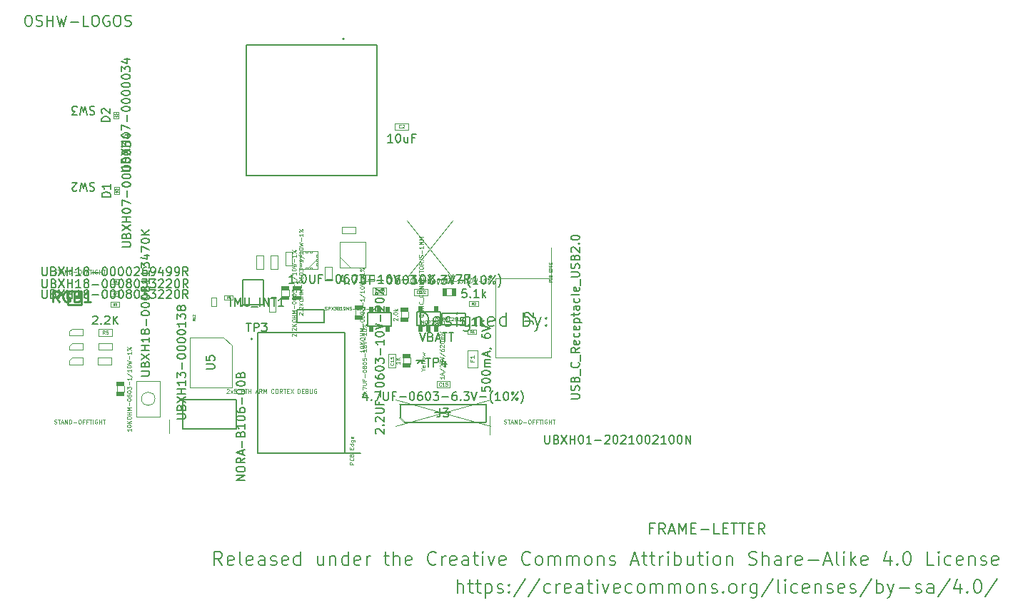
<source format=gbr>
%TF.GenerationSoftware,KiCad,Pcbnew,9.0.0-rc1*%
%TF.CreationDate,2025-02-03T21:42:01-06:00*%
%TF.ProjectId,tempo,74656d70-6f2e-46b6-9963-61645f706362,rev?*%
%TF.SameCoordinates,Original*%
%TF.FileFunction,AssemblyDrawing,Top*%
%FSLAX46Y46*%
G04 Gerber Fmt 4.6, Leading zero omitted, Abs format (unit mm)*
G04 Created by KiCad (PCBNEW 9.0.0-rc1) date 2025-02-03 21:42:01*
%MOMM*%
%LPD*%
G01*
G04 APERTURE LIST*
%ADD10C,0.100000*%
%ADD11C,0.150000*%
%ADD12C,0.040000*%
%ADD13C,0.060000*%
%ADD14C,0.121920*%
%ADD15C,0.032512*%
%ADD16C,0.142240*%
%ADD17C,0.120000*%
%ADD18C,0.080000*%
%ADD19C,0.254000*%
%ADD20C,0.203200*%
%ADD21C,0.152400*%
%ADD22C,0.000000*%
%ADD23C,0.127000*%
%ADD24C,0.200000*%
%ADD25C,0.101600*%
%ADD26C,0.025400*%
G04 APERTURE END LIST*
D10*
X177270000Y-114700000D02*
X177270000Y-116920000D01*
X139240000Y-115150000D02*
X139240000Y-116740000D01*
D11*
X183792143Y-116964819D02*
X183792143Y-117774342D01*
X183792143Y-117774342D02*
X183839762Y-117869580D01*
X183839762Y-117869580D02*
X183887381Y-117917200D01*
X183887381Y-117917200D02*
X183982619Y-117964819D01*
X183982619Y-117964819D02*
X184173095Y-117964819D01*
X184173095Y-117964819D02*
X184268333Y-117917200D01*
X184268333Y-117917200D02*
X184315952Y-117869580D01*
X184315952Y-117869580D02*
X184363571Y-117774342D01*
X184363571Y-117774342D02*
X184363571Y-116964819D01*
X185173095Y-117441009D02*
X185315952Y-117488628D01*
X185315952Y-117488628D02*
X185363571Y-117536247D01*
X185363571Y-117536247D02*
X185411190Y-117631485D01*
X185411190Y-117631485D02*
X185411190Y-117774342D01*
X185411190Y-117774342D02*
X185363571Y-117869580D01*
X185363571Y-117869580D02*
X185315952Y-117917200D01*
X185315952Y-117917200D02*
X185220714Y-117964819D01*
X185220714Y-117964819D02*
X184839762Y-117964819D01*
X184839762Y-117964819D02*
X184839762Y-116964819D01*
X184839762Y-116964819D02*
X185173095Y-116964819D01*
X185173095Y-116964819D02*
X185268333Y-117012438D01*
X185268333Y-117012438D02*
X185315952Y-117060057D01*
X185315952Y-117060057D02*
X185363571Y-117155295D01*
X185363571Y-117155295D02*
X185363571Y-117250533D01*
X185363571Y-117250533D02*
X185315952Y-117345771D01*
X185315952Y-117345771D02*
X185268333Y-117393390D01*
X185268333Y-117393390D02*
X185173095Y-117441009D01*
X185173095Y-117441009D02*
X184839762Y-117441009D01*
X185744524Y-116964819D02*
X186411190Y-117964819D01*
X186411190Y-116964819D02*
X185744524Y-117964819D01*
X186792143Y-117964819D02*
X186792143Y-116964819D01*
X186792143Y-117441009D02*
X187363571Y-117441009D01*
X187363571Y-117964819D02*
X187363571Y-116964819D01*
X188030238Y-116964819D02*
X188125476Y-116964819D01*
X188125476Y-116964819D02*
X188220714Y-117012438D01*
X188220714Y-117012438D02*
X188268333Y-117060057D01*
X188268333Y-117060057D02*
X188315952Y-117155295D01*
X188315952Y-117155295D02*
X188363571Y-117345771D01*
X188363571Y-117345771D02*
X188363571Y-117583866D01*
X188363571Y-117583866D02*
X188315952Y-117774342D01*
X188315952Y-117774342D02*
X188268333Y-117869580D01*
X188268333Y-117869580D02*
X188220714Y-117917200D01*
X188220714Y-117917200D02*
X188125476Y-117964819D01*
X188125476Y-117964819D02*
X188030238Y-117964819D01*
X188030238Y-117964819D02*
X187935000Y-117917200D01*
X187935000Y-117917200D02*
X187887381Y-117869580D01*
X187887381Y-117869580D02*
X187839762Y-117774342D01*
X187839762Y-117774342D02*
X187792143Y-117583866D01*
X187792143Y-117583866D02*
X187792143Y-117345771D01*
X187792143Y-117345771D02*
X187839762Y-117155295D01*
X187839762Y-117155295D02*
X187887381Y-117060057D01*
X187887381Y-117060057D02*
X187935000Y-117012438D01*
X187935000Y-117012438D02*
X188030238Y-116964819D01*
X189315952Y-117964819D02*
X188744524Y-117964819D01*
X189030238Y-117964819D02*
X189030238Y-116964819D01*
X189030238Y-116964819D02*
X188935000Y-117107676D01*
X188935000Y-117107676D02*
X188839762Y-117202914D01*
X188839762Y-117202914D02*
X188744524Y-117250533D01*
X189744524Y-117583866D02*
X190506429Y-117583866D01*
X190935000Y-117060057D02*
X190982619Y-117012438D01*
X190982619Y-117012438D02*
X191077857Y-116964819D01*
X191077857Y-116964819D02*
X191315952Y-116964819D01*
X191315952Y-116964819D02*
X191411190Y-117012438D01*
X191411190Y-117012438D02*
X191458809Y-117060057D01*
X191458809Y-117060057D02*
X191506428Y-117155295D01*
X191506428Y-117155295D02*
X191506428Y-117250533D01*
X191506428Y-117250533D02*
X191458809Y-117393390D01*
X191458809Y-117393390D02*
X190887381Y-117964819D01*
X190887381Y-117964819D02*
X191506428Y-117964819D01*
X192125476Y-116964819D02*
X192220714Y-116964819D01*
X192220714Y-116964819D02*
X192315952Y-117012438D01*
X192315952Y-117012438D02*
X192363571Y-117060057D01*
X192363571Y-117060057D02*
X192411190Y-117155295D01*
X192411190Y-117155295D02*
X192458809Y-117345771D01*
X192458809Y-117345771D02*
X192458809Y-117583866D01*
X192458809Y-117583866D02*
X192411190Y-117774342D01*
X192411190Y-117774342D02*
X192363571Y-117869580D01*
X192363571Y-117869580D02*
X192315952Y-117917200D01*
X192315952Y-117917200D02*
X192220714Y-117964819D01*
X192220714Y-117964819D02*
X192125476Y-117964819D01*
X192125476Y-117964819D02*
X192030238Y-117917200D01*
X192030238Y-117917200D02*
X191982619Y-117869580D01*
X191982619Y-117869580D02*
X191935000Y-117774342D01*
X191935000Y-117774342D02*
X191887381Y-117583866D01*
X191887381Y-117583866D02*
X191887381Y-117345771D01*
X191887381Y-117345771D02*
X191935000Y-117155295D01*
X191935000Y-117155295D02*
X191982619Y-117060057D01*
X191982619Y-117060057D02*
X192030238Y-117012438D01*
X192030238Y-117012438D02*
X192125476Y-116964819D01*
X192839762Y-117060057D02*
X192887381Y-117012438D01*
X192887381Y-117012438D02*
X192982619Y-116964819D01*
X192982619Y-116964819D02*
X193220714Y-116964819D01*
X193220714Y-116964819D02*
X193315952Y-117012438D01*
X193315952Y-117012438D02*
X193363571Y-117060057D01*
X193363571Y-117060057D02*
X193411190Y-117155295D01*
X193411190Y-117155295D02*
X193411190Y-117250533D01*
X193411190Y-117250533D02*
X193363571Y-117393390D01*
X193363571Y-117393390D02*
X192792143Y-117964819D01*
X192792143Y-117964819D02*
X193411190Y-117964819D01*
X194363571Y-117964819D02*
X193792143Y-117964819D01*
X194077857Y-117964819D02*
X194077857Y-116964819D01*
X194077857Y-116964819D02*
X193982619Y-117107676D01*
X193982619Y-117107676D02*
X193887381Y-117202914D01*
X193887381Y-117202914D02*
X193792143Y-117250533D01*
X194982619Y-116964819D02*
X195077857Y-116964819D01*
X195077857Y-116964819D02*
X195173095Y-117012438D01*
X195173095Y-117012438D02*
X195220714Y-117060057D01*
X195220714Y-117060057D02*
X195268333Y-117155295D01*
X195268333Y-117155295D02*
X195315952Y-117345771D01*
X195315952Y-117345771D02*
X195315952Y-117583866D01*
X195315952Y-117583866D02*
X195268333Y-117774342D01*
X195268333Y-117774342D02*
X195220714Y-117869580D01*
X195220714Y-117869580D02*
X195173095Y-117917200D01*
X195173095Y-117917200D02*
X195077857Y-117964819D01*
X195077857Y-117964819D02*
X194982619Y-117964819D01*
X194982619Y-117964819D02*
X194887381Y-117917200D01*
X194887381Y-117917200D02*
X194839762Y-117869580D01*
X194839762Y-117869580D02*
X194792143Y-117774342D01*
X194792143Y-117774342D02*
X194744524Y-117583866D01*
X194744524Y-117583866D02*
X194744524Y-117345771D01*
X194744524Y-117345771D02*
X194792143Y-117155295D01*
X194792143Y-117155295D02*
X194839762Y-117060057D01*
X194839762Y-117060057D02*
X194887381Y-117012438D01*
X194887381Y-117012438D02*
X194982619Y-116964819D01*
X195935000Y-116964819D02*
X196030238Y-116964819D01*
X196030238Y-116964819D02*
X196125476Y-117012438D01*
X196125476Y-117012438D02*
X196173095Y-117060057D01*
X196173095Y-117060057D02*
X196220714Y-117155295D01*
X196220714Y-117155295D02*
X196268333Y-117345771D01*
X196268333Y-117345771D02*
X196268333Y-117583866D01*
X196268333Y-117583866D02*
X196220714Y-117774342D01*
X196220714Y-117774342D02*
X196173095Y-117869580D01*
X196173095Y-117869580D02*
X196125476Y-117917200D01*
X196125476Y-117917200D02*
X196030238Y-117964819D01*
X196030238Y-117964819D02*
X195935000Y-117964819D01*
X195935000Y-117964819D02*
X195839762Y-117917200D01*
X195839762Y-117917200D02*
X195792143Y-117869580D01*
X195792143Y-117869580D02*
X195744524Y-117774342D01*
X195744524Y-117774342D02*
X195696905Y-117583866D01*
X195696905Y-117583866D02*
X195696905Y-117345771D01*
X195696905Y-117345771D02*
X195744524Y-117155295D01*
X195744524Y-117155295D02*
X195792143Y-117060057D01*
X195792143Y-117060057D02*
X195839762Y-117012438D01*
X195839762Y-117012438D02*
X195935000Y-116964819D01*
X196649286Y-117060057D02*
X196696905Y-117012438D01*
X196696905Y-117012438D02*
X196792143Y-116964819D01*
X196792143Y-116964819D02*
X197030238Y-116964819D01*
X197030238Y-116964819D02*
X197125476Y-117012438D01*
X197125476Y-117012438D02*
X197173095Y-117060057D01*
X197173095Y-117060057D02*
X197220714Y-117155295D01*
X197220714Y-117155295D02*
X197220714Y-117250533D01*
X197220714Y-117250533D02*
X197173095Y-117393390D01*
X197173095Y-117393390D02*
X196601667Y-117964819D01*
X196601667Y-117964819D02*
X197220714Y-117964819D01*
X198173095Y-117964819D02*
X197601667Y-117964819D01*
X197887381Y-117964819D02*
X197887381Y-116964819D01*
X197887381Y-116964819D02*
X197792143Y-117107676D01*
X197792143Y-117107676D02*
X197696905Y-117202914D01*
X197696905Y-117202914D02*
X197601667Y-117250533D01*
X198792143Y-116964819D02*
X198887381Y-116964819D01*
X198887381Y-116964819D02*
X198982619Y-117012438D01*
X198982619Y-117012438D02*
X199030238Y-117060057D01*
X199030238Y-117060057D02*
X199077857Y-117155295D01*
X199077857Y-117155295D02*
X199125476Y-117345771D01*
X199125476Y-117345771D02*
X199125476Y-117583866D01*
X199125476Y-117583866D02*
X199077857Y-117774342D01*
X199077857Y-117774342D02*
X199030238Y-117869580D01*
X199030238Y-117869580D02*
X198982619Y-117917200D01*
X198982619Y-117917200D02*
X198887381Y-117964819D01*
X198887381Y-117964819D02*
X198792143Y-117964819D01*
X198792143Y-117964819D02*
X198696905Y-117917200D01*
X198696905Y-117917200D02*
X198649286Y-117869580D01*
X198649286Y-117869580D02*
X198601667Y-117774342D01*
X198601667Y-117774342D02*
X198554048Y-117583866D01*
X198554048Y-117583866D02*
X198554048Y-117345771D01*
X198554048Y-117345771D02*
X198601667Y-117155295D01*
X198601667Y-117155295D02*
X198649286Y-117060057D01*
X198649286Y-117060057D02*
X198696905Y-117012438D01*
X198696905Y-117012438D02*
X198792143Y-116964819D01*
X199744524Y-116964819D02*
X199839762Y-116964819D01*
X199839762Y-116964819D02*
X199935000Y-117012438D01*
X199935000Y-117012438D02*
X199982619Y-117060057D01*
X199982619Y-117060057D02*
X200030238Y-117155295D01*
X200030238Y-117155295D02*
X200077857Y-117345771D01*
X200077857Y-117345771D02*
X200077857Y-117583866D01*
X200077857Y-117583866D02*
X200030238Y-117774342D01*
X200030238Y-117774342D02*
X199982619Y-117869580D01*
X199982619Y-117869580D02*
X199935000Y-117917200D01*
X199935000Y-117917200D02*
X199839762Y-117964819D01*
X199839762Y-117964819D02*
X199744524Y-117964819D01*
X199744524Y-117964819D02*
X199649286Y-117917200D01*
X199649286Y-117917200D02*
X199601667Y-117869580D01*
X199601667Y-117869580D02*
X199554048Y-117774342D01*
X199554048Y-117774342D02*
X199506429Y-117583866D01*
X199506429Y-117583866D02*
X199506429Y-117345771D01*
X199506429Y-117345771D02*
X199554048Y-117155295D01*
X199554048Y-117155295D02*
X199601667Y-117060057D01*
X199601667Y-117060057D02*
X199649286Y-117012438D01*
X199649286Y-117012438D02*
X199744524Y-116964819D01*
X200506429Y-117964819D02*
X200506429Y-116964819D01*
X200506429Y-116964819D02*
X201077857Y-117964819D01*
X201077857Y-117964819D02*
X201077857Y-116964819D01*
D12*
X146218333Y-100729765D02*
X146206429Y-100741670D01*
X146206429Y-100741670D02*
X146170714Y-100753574D01*
X146170714Y-100753574D02*
X146146905Y-100753574D01*
X146146905Y-100753574D02*
X146111191Y-100741670D01*
X146111191Y-100741670D02*
X146087381Y-100717860D01*
X146087381Y-100717860D02*
X146075476Y-100694050D01*
X146075476Y-100694050D02*
X146063572Y-100646431D01*
X146063572Y-100646431D02*
X146063572Y-100610717D01*
X146063572Y-100610717D02*
X146075476Y-100563098D01*
X146075476Y-100563098D02*
X146087381Y-100539289D01*
X146087381Y-100539289D02*
X146111191Y-100515479D01*
X146111191Y-100515479D02*
X146146905Y-100503574D01*
X146146905Y-100503574D02*
X146170714Y-100503574D01*
X146170714Y-100503574D02*
X146206429Y-100515479D01*
X146206429Y-100515479D02*
X146218333Y-100527384D01*
X146337381Y-100753574D02*
X146385000Y-100753574D01*
X146385000Y-100753574D02*
X146408810Y-100741670D01*
X146408810Y-100741670D02*
X146420714Y-100729765D01*
X146420714Y-100729765D02*
X146444524Y-100694050D01*
X146444524Y-100694050D02*
X146456429Y-100646431D01*
X146456429Y-100646431D02*
X146456429Y-100551193D01*
X146456429Y-100551193D02*
X146444524Y-100527384D01*
X146444524Y-100527384D02*
X146432619Y-100515479D01*
X146432619Y-100515479D02*
X146408810Y-100503574D01*
X146408810Y-100503574D02*
X146361191Y-100503574D01*
X146361191Y-100503574D02*
X146337381Y-100515479D01*
X146337381Y-100515479D02*
X146325476Y-100527384D01*
X146325476Y-100527384D02*
X146313572Y-100551193D01*
X146313572Y-100551193D02*
X146313572Y-100610717D01*
X146313572Y-100610717D02*
X146325476Y-100634527D01*
X146325476Y-100634527D02*
X146337381Y-100646431D01*
X146337381Y-100646431D02*
X146361191Y-100658336D01*
X146361191Y-100658336D02*
X146408810Y-100658336D01*
X146408810Y-100658336D02*
X146432619Y-100646431D01*
X146432619Y-100646431D02*
X146444524Y-100634527D01*
X146444524Y-100634527D02*
X146456429Y-100610717D01*
D11*
X162707381Y-112158152D02*
X162707381Y-112824819D01*
X162469286Y-111777200D02*
X162231191Y-112491485D01*
X162231191Y-112491485D02*
X162850238Y-112491485D01*
X163231191Y-112729580D02*
X163278810Y-112777200D01*
X163278810Y-112777200D02*
X163231191Y-112824819D01*
X163231191Y-112824819D02*
X163183572Y-112777200D01*
X163183572Y-112777200D02*
X163231191Y-112729580D01*
X163231191Y-112729580D02*
X163231191Y-112824819D01*
X163612143Y-111824819D02*
X164278809Y-111824819D01*
X164278809Y-111824819D02*
X163850238Y-112824819D01*
X164659762Y-111824819D02*
X164659762Y-112634342D01*
X164659762Y-112634342D02*
X164707381Y-112729580D01*
X164707381Y-112729580D02*
X164755000Y-112777200D01*
X164755000Y-112777200D02*
X164850238Y-112824819D01*
X164850238Y-112824819D02*
X165040714Y-112824819D01*
X165040714Y-112824819D02*
X165135952Y-112777200D01*
X165135952Y-112777200D02*
X165183571Y-112729580D01*
X165183571Y-112729580D02*
X165231190Y-112634342D01*
X165231190Y-112634342D02*
X165231190Y-111824819D01*
X166040714Y-112301009D02*
X165707381Y-112301009D01*
X165707381Y-112824819D02*
X165707381Y-111824819D01*
X165707381Y-111824819D02*
X166183571Y-111824819D01*
X166564524Y-112443866D02*
X167326429Y-112443866D01*
X167993095Y-111824819D02*
X168088333Y-111824819D01*
X168088333Y-111824819D02*
X168183571Y-111872438D01*
X168183571Y-111872438D02*
X168231190Y-111920057D01*
X168231190Y-111920057D02*
X168278809Y-112015295D01*
X168278809Y-112015295D02*
X168326428Y-112205771D01*
X168326428Y-112205771D02*
X168326428Y-112443866D01*
X168326428Y-112443866D02*
X168278809Y-112634342D01*
X168278809Y-112634342D02*
X168231190Y-112729580D01*
X168231190Y-112729580D02*
X168183571Y-112777200D01*
X168183571Y-112777200D02*
X168088333Y-112824819D01*
X168088333Y-112824819D02*
X167993095Y-112824819D01*
X167993095Y-112824819D02*
X167897857Y-112777200D01*
X167897857Y-112777200D02*
X167850238Y-112729580D01*
X167850238Y-112729580D02*
X167802619Y-112634342D01*
X167802619Y-112634342D02*
X167755000Y-112443866D01*
X167755000Y-112443866D02*
X167755000Y-112205771D01*
X167755000Y-112205771D02*
X167802619Y-112015295D01*
X167802619Y-112015295D02*
X167850238Y-111920057D01*
X167850238Y-111920057D02*
X167897857Y-111872438D01*
X167897857Y-111872438D02*
X167993095Y-111824819D01*
X169183571Y-111824819D02*
X168993095Y-111824819D01*
X168993095Y-111824819D02*
X168897857Y-111872438D01*
X168897857Y-111872438D02*
X168850238Y-111920057D01*
X168850238Y-111920057D02*
X168755000Y-112062914D01*
X168755000Y-112062914D02*
X168707381Y-112253390D01*
X168707381Y-112253390D02*
X168707381Y-112634342D01*
X168707381Y-112634342D02*
X168755000Y-112729580D01*
X168755000Y-112729580D02*
X168802619Y-112777200D01*
X168802619Y-112777200D02*
X168897857Y-112824819D01*
X168897857Y-112824819D02*
X169088333Y-112824819D01*
X169088333Y-112824819D02*
X169183571Y-112777200D01*
X169183571Y-112777200D02*
X169231190Y-112729580D01*
X169231190Y-112729580D02*
X169278809Y-112634342D01*
X169278809Y-112634342D02*
X169278809Y-112396247D01*
X169278809Y-112396247D02*
X169231190Y-112301009D01*
X169231190Y-112301009D02*
X169183571Y-112253390D01*
X169183571Y-112253390D02*
X169088333Y-112205771D01*
X169088333Y-112205771D02*
X168897857Y-112205771D01*
X168897857Y-112205771D02*
X168802619Y-112253390D01*
X168802619Y-112253390D02*
X168755000Y-112301009D01*
X168755000Y-112301009D02*
X168707381Y-112396247D01*
X169897857Y-111824819D02*
X169993095Y-111824819D01*
X169993095Y-111824819D02*
X170088333Y-111872438D01*
X170088333Y-111872438D02*
X170135952Y-111920057D01*
X170135952Y-111920057D02*
X170183571Y-112015295D01*
X170183571Y-112015295D02*
X170231190Y-112205771D01*
X170231190Y-112205771D02*
X170231190Y-112443866D01*
X170231190Y-112443866D02*
X170183571Y-112634342D01*
X170183571Y-112634342D02*
X170135952Y-112729580D01*
X170135952Y-112729580D02*
X170088333Y-112777200D01*
X170088333Y-112777200D02*
X169993095Y-112824819D01*
X169993095Y-112824819D02*
X169897857Y-112824819D01*
X169897857Y-112824819D02*
X169802619Y-112777200D01*
X169802619Y-112777200D02*
X169755000Y-112729580D01*
X169755000Y-112729580D02*
X169707381Y-112634342D01*
X169707381Y-112634342D02*
X169659762Y-112443866D01*
X169659762Y-112443866D02*
X169659762Y-112205771D01*
X169659762Y-112205771D02*
X169707381Y-112015295D01*
X169707381Y-112015295D02*
X169755000Y-111920057D01*
X169755000Y-111920057D02*
X169802619Y-111872438D01*
X169802619Y-111872438D02*
X169897857Y-111824819D01*
X170564524Y-111824819D02*
X171183571Y-111824819D01*
X171183571Y-111824819D02*
X170850238Y-112205771D01*
X170850238Y-112205771D02*
X170993095Y-112205771D01*
X170993095Y-112205771D02*
X171088333Y-112253390D01*
X171088333Y-112253390D02*
X171135952Y-112301009D01*
X171135952Y-112301009D02*
X171183571Y-112396247D01*
X171183571Y-112396247D02*
X171183571Y-112634342D01*
X171183571Y-112634342D02*
X171135952Y-112729580D01*
X171135952Y-112729580D02*
X171088333Y-112777200D01*
X171088333Y-112777200D02*
X170993095Y-112824819D01*
X170993095Y-112824819D02*
X170707381Y-112824819D01*
X170707381Y-112824819D02*
X170612143Y-112777200D01*
X170612143Y-112777200D02*
X170564524Y-112729580D01*
X171612143Y-112443866D02*
X172374048Y-112443866D01*
X173278809Y-111824819D02*
X173088333Y-111824819D01*
X173088333Y-111824819D02*
X172993095Y-111872438D01*
X172993095Y-111872438D02*
X172945476Y-111920057D01*
X172945476Y-111920057D02*
X172850238Y-112062914D01*
X172850238Y-112062914D02*
X172802619Y-112253390D01*
X172802619Y-112253390D02*
X172802619Y-112634342D01*
X172802619Y-112634342D02*
X172850238Y-112729580D01*
X172850238Y-112729580D02*
X172897857Y-112777200D01*
X172897857Y-112777200D02*
X172993095Y-112824819D01*
X172993095Y-112824819D02*
X173183571Y-112824819D01*
X173183571Y-112824819D02*
X173278809Y-112777200D01*
X173278809Y-112777200D02*
X173326428Y-112729580D01*
X173326428Y-112729580D02*
X173374047Y-112634342D01*
X173374047Y-112634342D02*
X173374047Y-112396247D01*
X173374047Y-112396247D02*
X173326428Y-112301009D01*
X173326428Y-112301009D02*
X173278809Y-112253390D01*
X173278809Y-112253390D02*
X173183571Y-112205771D01*
X173183571Y-112205771D02*
X172993095Y-112205771D01*
X172993095Y-112205771D02*
X172897857Y-112253390D01*
X172897857Y-112253390D02*
X172850238Y-112301009D01*
X172850238Y-112301009D02*
X172802619Y-112396247D01*
X173802619Y-112729580D02*
X173850238Y-112777200D01*
X173850238Y-112777200D02*
X173802619Y-112824819D01*
X173802619Y-112824819D02*
X173755000Y-112777200D01*
X173755000Y-112777200D02*
X173802619Y-112729580D01*
X173802619Y-112729580D02*
X173802619Y-112824819D01*
X174183571Y-111824819D02*
X174802618Y-111824819D01*
X174802618Y-111824819D02*
X174469285Y-112205771D01*
X174469285Y-112205771D02*
X174612142Y-112205771D01*
X174612142Y-112205771D02*
X174707380Y-112253390D01*
X174707380Y-112253390D02*
X174754999Y-112301009D01*
X174754999Y-112301009D02*
X174802618Y-112396247D01*
X174802618Y-112396247D02*
X174802618Y-112634342D01*
X174802618Y-112634342D02*
X174754999Y-112729580D01*
X174754999Y-112729580D02*
X174707380Y-112777200D01*
X174707380Y-112777200D02*
X174612142Y-112824819D01*
X174612142Y-112824819D02*
X174326428Y-112824819D01*
X174326428Y-112824819D02*
X174231190Y-112777200D01*
X174231190Y-112777200D02*
X174183571Y-112729580D01*
X175088333Y-111824819D02*
X175421666Y-112824819D01*
X175421666Y-112824819D02*
X175754999Y-111824819D01*
X176088333Y-112443866D02*
X176850238Y-112443866D01*
X177612142Y-113205771D02*
X177564523Y-113158152D01*
X177564523Y-113158152D02*
X177469285Y-113015295D01*
X177469285Y-113015295D02*
X177421666Y-112920057D01*
X177421666Y-112920057D02*
X177374047Y-112777200D01*
X177374047Y-112777200D02*
X177326428Y-112539104D01*
X177326428Y-112539104D02*
X177326428Y-112348628D01*
X177326428Y-112348628D02*
X177374047Y-112110533D01*
X177374047Y-112110533D02*
X177421666Y-111967676D01*
X177421666Y-111967676D02*
X177469285Y-111872438D01*
X177469285Y-111872438D02*
X177564523Y-111729580D01*
X177564523Y-111729580D02*
X177612142Y-111681961D01*
X178516904Y-112824819D02*
X177945476Y-112824819D01*
X178231190Y-112824819D02*
X178231190Y-111824819D01*
X178231190Y-111824819D02*
X178135952Y-111967676D01*
X178135952Y-111967676D02*
X178040714Y-112062914D01*
X178040714Y-112062914D02*
X177945476Y-112110533D01*
X179135952Y-111824819D02*
X179231190Y-111824819D01*
X179231190Y-111824819D02*
X179326428Y-111872438D01*
X179326428Y-111872438D02*
X179374047Y-111920057D01*
X179374047Y-111920057D02*
X179421666Y-112015295D01*
X179421666Y-112015295D02*
X179469285Y-112205771D01*
X179469285Y-112205771D02*
X179469285Y-112443866D01*
X179469285Y-112443866D02*
X179421666Y-112634342D01*
X179421666Y-112634342D02*
X179374047Y-112729580D01*
X179374047Y-112729580D02*
X179326428Y-112777200D01*
X179326428Y-112777200D02*
X179231190Y-112824819D01*
X179231190Y-112824819D02*
X179135952Y-112824819D01*
X179135952Y-112824819D02*
X179040714Y-112777200D01*
X179040714Y-112777200D02*
X178993095Y-112729580D01*
X178993095Y-112729580D02*
X178945476Y-112634342D01*
X178945476Y-112634342D02*
X178897857Y-112443866D01*
X178897857Y-112443866D02*
X178897857Y-112205771D01*
X178897857Y-112205771D02*
X178945476Y-112015295D01*
X178945476Y-112015295D02*
X178993095Y-111920057D01*
X178993095Y-111920057D02*
X179040714Y-111872438D01*
X179040714Y-111872438D02*
X179135952Y-111824819D01*
X179850238Y-112824819D02*
X180612142Y-111824819D01*
X179993095Y-111824819D02*
X180088333Y-111872438D01*
X180088333Y-111872438D02*
X180135952Y-111967676D01*
X180135952Y-111967676D02*
X180088333Y-112062914D01*
X180088333Y-112062914D02*
X179993095Y-112110533D01*
X179993095Y-112110533D02*
X179897857Y-112062914D01*
X179897857Y-112062914D02*
X179850238Y-111967676D01*
X179850238Y-111967676D02*
X179897857Y-111872438D01*
X179897857Y-111872438D02*
X179993095Y-111824819D01*
X180564523Y-112777200D02*
X180612142Y-112681961D01*
X180612142Y-112681961D02*
X180564523Y-112586723D01*
X180564523Y-112586723D02*
X180469285Y-112539104D01*
X180469285Y-112539104D02*
X180374047Y-112586723D01*
X180374047Y-112586723D02*
X180326428Y-112681961D01*
X180326428Y-112681961D02*
X180374047Y-112777200D01*
X180374047Y-112777200D02*
X180469285Y-112824819D01*
X180469285Y-112824819D02*
X180564523Y-112777200D01*
X180945476Y-113205771D02*
X180993095Y-113158152D01*
X180993095Y-113158152D02*
X181088333Y-113015295D01*
X181088333Y-113015295D02*
X181135952Y-112920057D01*
X181135952Y-112920057D02*
X181183571Y-112777200D01*
X181183571Y-112777200D02*
X181231190Y-112539104D01*
X181231190Y-112539104D02*
X181231190Y-112348628D01*
X181231190Y-112348628D02*
X181183571Y-112110533D01*
X181183571Y-112110533D02*
X181135952Y-111967676D01*
X181135952Y-111967676D02*
X181088333Y-111872438D01*
X181088333Y-111872438D02*
X180993095Y-111729580D01*
X180993095Y-111729580D02*
X180945476Y-111681961D01*
D13*
X171497857Y-111083832D02*
X171478809Y-111102880D01*
X171478809Y-111102880D02*
X171421667Y-111121927D01*
X171421667Y-111121927D02*
X171383571Y-111121927D01*
X171383571Y-111121927D02*
X171326428Y-111102880D01*
X171326428Y-111102880D02*
X171288333Y-111064784D01*
X171288333Y-111064784D02*
X171269286Y-111026689D01*
X171269286Y-111026689D02*
X171250238Y-110950499D01*
X171250238Y-110950499D02*
X171250238Y-110893356D01*
X171250238Y-110893356D02*
X171269286Y-110817165D01*
X171269286Y-110817165D02*
X171288333Y-110779070D01*
X171288333Y-110779070D02*
X171326428Y-110740975D01*
X171326428Y-110740975D02*
X171383571Y-110721927D01*
X171383571Y-110721927D02*
X171421667Y-110721927D01*
X171421667Y-110721927D02*
X171478809Y-110740975D01*
X171478809Y-110740975D02*
X171497857Y-110760022D01*
X171878809Y-111121927D02*
X171650238Y-111121927D01*
X171764524Y-111121927D02*
X171764524Y-110721927D01*
X171764524Y-110721927D02*
X171726428Y-110779070D01*
X171726428Y-110779070D02*
X171688333Y-110817165D01*
X171688333Y-110817165D02*
X171650238Y-110836213D01*
X172240714Y-110721927D02*
X172050238Y-110721927D01*
X172050238Y-110721927D02*
X172031190Y-110912403D01*
X172031190Y-110912403D02*
X172050238Y-110893356D01*
X172050238Y-110893356D02*
X172088333Y-110874308D01*
X172088333Y-110874308D02*
X172183571Y-110874308D01*
X172183571Y-110874308D02*
X172221666Y-110893356D01*
X172221666Y-110893356D02*
X172240714Y-110912403D01*
X172240714Y-110912403D02*
X172259761Y-110950499D01*
X172259761Y-110950499D02*
X172259761Y-111045737D01*
X172259761Y-111045737D02*
X172240714Y-111083832D01*
X172240714Y-111083832D02*
X172221666Y-111102880D01*
X172221666Y-111102880D02*
X172183571Y-111121927D01*
X172183571Y-111121927D02*
X172088333Y-111121927D01*
X172088333Y-111121927D02*
X172050238Y-111102880D01*
X172050238Y-111102880D02*
X172031190Y-111083832D01*
D11*
X154075952Y-98904819D02*
X153504524Y-98904819D01*
X153790238Y-98904819D02*
X153790238Y-97904819D01*
X153790238Y-97904819D02*
X153695000Y-98047676D01*
X153695000Y-98047676D02*
X153599762Y-98142914D01*
X153599762Y-98142914D02*
X153504524Y-98190533D01*
X154504524Y-98809580D02*
X154552143Y-98857200D01*
X154552143Y-98857200D02*
X154504524Y-98904819D01*
X154504524Y-98904819D02*
X154456905Y-98857200D01*
X154456905Y-98857200D02*
X154504524Y-98809580D01*
X154504524Y-98809580D02*
X154504524Y-98904819D01*
X155171190Y-97904819D02*
X155266428Y-97904819D01*
X155266428Y-97904819D02*
X155361666Y-97952438D01*
X155361666Y-97952438D02*
X155409285Y-98000057D01*
X155409285Y-98000057D02*
X155456904Y-98095295D01*
X155456904Y-98095295D02*
X155504523Y-98285771D01*
X155504523Y-98285771D02*
X155504523Y-98523866D01*
X155504523Y-98523866D02*
X155456904Y-98714342D01*
X155456904Y-98714342D02*
X155409285Y-98809580D01*
X155409285Y-98809580D02*
X155361666Y-98857200D01*
X155361666Y-98857200D02*
X155266428Y-98904819D01*
X155266428Y-98904819D02*
X155171190Y-98904819D01*
X155171190Y-98904819D02*
X155075952Y-98857200D01*
X155075952Y-98857200D02*
X155028333Y-98809580D01*
X155028333Y-98809580D02*
X154980714Y-98714342D01*
X154980714Y-98714342D02*
X154933095Y-98523866D01*
X154933095Y-98523866D02*
X154933095Y-98285771D01*
X154933095Y-98285771D02*
X154980714Y-98095295D01*
X154980714Y-98095295D02*
X155028333Y-98000057D01*
X155028333Y-98000057D02*
X155075952Y-97952438D01*
X155075952Y-97952438D02*
X155171190Y-97904819D01*
X155933095Y-97904819D02*
X155933095Y-98714342D01*
X155933095Y-98714342D02*
X155980714Y-98809580D01*
X155980714Y-98809580D02*
X156028333Y-98857200D01*
X156028333Y-98857200D02*
X156123571Y-98904819D01*
X156123571Y-98904819D02*
X156314047Y-98904819D01*
X156314047Y-98904819D02*
X156409285Y-98857200D01*
X156409285Y-98857200D02*
X156456904Y-98809580D01*
X156456904Y-98809580D02*
X156504523Y-98714342D01*
X156504523Y-98714342D02*
X156504523Y-97904819D01*
X157314047Y-98381009D02*
X156980714Y-98381009D01*
X156980714Y-98904819D02*
X156980714Y-97904819D01*
X156980714Y-97904819D02*
X157456904Y-97904819D01*
X157837857Y-98523866D02*
X158599762Y-98523866D01*
X159266428Y-97904819D02*
X159361666Y-97904819D01*
X159361666Y-97904819D02*
X159456904Y-97952438D01*
X159456904Y-97952438D02*
X159504523Y-98000057D01*
X159504523Y-98000057D02*
X159552142Y-98095295D01*
X159552142Y-98095295D02*
X159599761Y-98285771D01*
X159599761Y-98285771D02*
X159599761Y-98523866D01*
X159599761Y-98523866D02*
X159552142Y-98714342D01*
X159552142Y-98714342D02*
X159504523Y-98809580D01*
X159504523Y-98809580D02*
X159456904Y-98857200D01*
X159456904Y-98857200D02*
X159361666Y-98904819D01*
X159361666Y-98904819D02*
X159266428Y-98904819D01*
X159266428Y-98904819D02*
X159171190Y-98857200D01*
X159171190Y-98857200D02*
X159123571Y-98809580D01*
X159123571Y-98809580D02*
X159075952Y-98714342D01*
X159075952Y-98714342D02*
X159028333Y-98523866D01*
X159028333Y-98523866D02*
X159028333Y-98285771D01*
X159028333Y-98285771D02*
X159075952Y-98095295D01*
X159075952Y-98095295D02*
X159123571Y-98000057D01*
X159123571Y-98000057D02*
X159171190Y-97952438D01*
X159171190Y-97952438D02*
X159266428Y-97904819D01*
X160456904Y-97904819D02*
X160266428Y-97904819D01*
X160266428Y-97904819D02*
X160171190Y-97952438D01*
X160171190Y-97952438D02*
X160123571Y-98000057D01*
X160123571Y-98000057D02*
X160028333Y-98142914D01*
X160028333Y-98142914D02*
X159980714Y-98333390D01*
X159980714Y-98333390D02*
X159980714Y-98714342D01*
X159980714Y-98714342D02*
X160028333Y-98809580D01*
X160028333Y-98809580D02*
X160075952Y-98857200D01*
X160075952Y-98857200D02*
X160171190Y-98904819D01*
X160171190Y-98904819D02*
X160361666Y-98904819D01*
X160361666Y-98904819D02*
X160456904Y-98857200D01*
X160456904Y-98857200D02*
X160504523Y-98809580D01*
X160504523Y-98809580D02*
X160552142Y-98714342D01*
X160552142Y-98714342D02*
X160552142Y-98476247D01*
X160552142Y-98476247D02*
X160504523Y-98381009D01*
X160504523Y-98381009D02*
X160456904Y-98333390D01*
X160456904Y-98333390D02*
X160361666Y-98285771D01*
X160361666Y-98285771D02*
X160171190Y-98285771D01*
X160171190Y-98285771D02*
X160075952Y-98333390D01*
X160075952Y-98333390D02*
X160028333Y-98381009D01*
X160028333Y-98381009D02*
X159980714Y-98476247D01*
X161171190Y-97904819D02*
X161266428Y-97904819D01*
X161266428Y-97904819D02*
X161361666Y-97952438D01*
X161361666Y-97952438D02*
X161409285Y-98000057D01*
X161409285Y-98000057D02*
X161456904Y-98095295D01*
X161456904Y-98095295D02*
X161504523Y-98285771D01*
X161504523Y-98285771D02*
X161504523Y-98523866D01*
X161504523Y-98523866D02*
X161456904Y-98714342D01*
X161456904Y-98714342D02*
X161409285Y-98809580D01*
X161409285Y-98809580D02*
X161361666Y-98857200D01*
X161361666Y-98857200D02*
X161266428Y-98904819D01*
X161266428Y-98904819D02*
X161171190Y-98904819D01*
X161171190Y-98904819D02*
X161075952Y-98857200D01*
X161075952Y-98857200D02*
X161028333Y-98809580D01*
X161028333Y-98809580D02*
X160980714Y-98714342D01*
X160980714Y-98714342D02*
X160933095Y-98523866D01*
X160933095Y-98523866D02*
X160933095Y-98285771D01*
X160933095Y-98285771D02*
X160980714Y-98095295D01*
X160980714Y-98095295D02*
X161028333Y-98000057D01*
X161028333Y-98000057D02*
X161075952Y-97952438D01*
X161075952Y-97952438D02*
X161171190Y-97904819D01*
X161837857Y-97904819D02*
X162456904Y-97904819D01*
X162456904Y-97904819D02*
X162123571Y-98285771D01*
X162123571Y-98285771D02*
X162266428Y-98285771D01*
X162266428Y-98285771D02*
X162361666Y-98333390D01*
X162361666Y-98333390D02*
X162409285Y-98381009D01*
X162409285Y-98381009D02*
X162456904Y-98476247D01*
X162456904Y-98476247D02*
X162456904Y-98714342D01*
X162456904Y-98714342D02*
X162409285Y-98809580D01*
X162409285Y-98809580D02*
X162361666Y-98857200D01*
X162361666Y-98857200D02*
X162266428Y-98904819D01*
X162266428Y-98904819D02*
X161980714Y-98904819D01*
X161980714Y-98904819D02*
X161885476Y-98857200D01*
X161885476Y-98857200D02*
X161837857Y-98809580D01*
X162885476Y-98523866D02*
X163647381Y-98523866D01*
X164647380Y-98904819D02*
X164075952Y-98904819D01*
X164361666Y-98904819D02*
X164361666Y-97904819D01*
X164361666Y-97904819D02*
X164266428Y-98047676D01*
X164266428Y-98047676D02*
X164171190Y-98142914D01*
X164171190Y-98142914D02*
X164075952Y-98190533D01*
X165504523Y-97904819D02*
X165314047Y-97904819D01*
X165314047Y-97904819D02*
X165218809Y-97952438D01*
X165218809Y-97952438D02*
X165171190Y-98000057D01*
X165171190Y-98000057D02*
X165075952Y-98142914D01*
X165075952Y-98142914D02*
X165028333Y-98333390D01*
X165028333Y-98333390D02*
X165028333Y-98714342D01*
X165028333Y-98714342D02*
X165075952Y-98809580D01*
X165075952Y-98809580D02*
X165123571Y-98857200D01*
X165123571Y-98857200D02*
X165218809Y-98904819D01*
X165218809Y-98904819D02*
X165409285Y-98904819D01*
X165409285Y-98904819D02*
X165504523Y-98857200D01*
X165504523Y-98857200D02*
X165552142Y-98809580D01*
X165552142Y-98809580D02*
X165599761Y-98714342D01*
X165599761Y-98714342D02*
X165599761Y-98476247D01*
X165599761Y-98476247D02*
X165552142Y-98381009D01*
X165552142Y-98381009D02*
X165504523Y-98333390D01*
X165504523Y-98333390D02*
X165409285Y-98285771D01*
X165409285Y-98285771D02*
X165218809Y-98285771D01*
X165218809Y-98285771D02*
X165123571Y-98333390D01*
X165123571Y-98333390D02*
X165075952Y-98381009D01*
X165075952Y-98381009D02*
X165028333Y-98476247D01*
X165885476Y-97904819D02*
X166218809Y-98904819D01*
X166218809Y-98904819D02*
X166552142Y-97904819D01*
X166885476Y-98523866D02*
X167647381Y-98523866D01*
X168647380Y-98904819D02*
X168075952Y-98904819D01*
X168361666Y-98904819D02*
X168361666Y-97904819D01*
X168361666Y-97904819D02*
X168266428Y-98047676D01*
X168266428Y-98047676D02*
X168171190Y-98142914D01*
X168171190Y-98142914D02*
X168075952Y-98190533D01*
X169266428Y-97904819D02*
X169361666Y-97904819D01*
X169361666Y-97904819D02*
X169456904Y-97952438D01*
X169456904Y-97952438D02*
X169504523Y-98000057D01*
X169504523Y-98000057D02*
X169552142Y-98095295D01*
X169552142Y-98095295D02*
X169599761Y-98285771D01*
X169599761Y-98285771D02*
X169599761Y-98523866D01*
X169599761Y-98523866D02*
X169552142Y-98714342D01*
X169552142Y-98714342D02*
X169504523Y-98809580D01*
X169504523Y-98809580D02*
X169456904Y-98857200D01*
X169456904Y-98857200D02*
X169361666Y-98904819D01*
X169361666Y-98904819D02*
X169266428Y-98904819D01*
X169266428Y-98904819D02*
X169171190Y-98857200D01*
X169171190Y-98857200D02*
X169123571Y-98809580D01*
X169123571Y-98809580D02*
X169075952Y-98714342D01*
X169075952Y-98714342D02*
X169028333Y-98523866D01*
X169028333Y-98523866D02*
X169028333Y-98285771D01*
X169028333Y-98285771D02*
X169075952Y-98095295D01*
X169075952Y-98095295D02*
X169123571Y-98000057D01*
X169123571Y-98000057D02*
X169171190Y-97952438D01*
X169171190Y-97952438D02*
X169266428Y-97904819D01*
X169980714Y-98904819D02*
X170742618Y-97904819D01*
X170123571Y-97904819D02*
X170218809Y-97952438D01*
X170218809Y-97952438D02*
X170266428Y-98047676D01*
X170266428Y-98047676D02*
X170218809Y-98142914D01*
X170218809Y-98142914D02*
X170123571Y-98190533D01*
X170123571Y-98190533D02*
X170028333Y-98142914D01*
X170028333Y-98142914D02*
X169980714Y-98047676D01*
X169980714Y-98047676D02*
X170028333Y-97952438D01*
X170028333Y-97952438D02*
X170123571Y-97904819D01*
X170694999Y-98857200D02*
X170742618Y-98761961D01*
X170742618Y-98761961D02*
X170694999Y-98666723D01*
X170694999Y-98666723D02*
X170599761Y-98619104D01*
X170599761Y-98619104D02*
X170504523Y-98666723D01*
X170504523Y-98666723D02*
X170456904Y-98761961D01*
X170456904Y-98761961D02*
X170504523Y-98857200D01*
X170504523Y-98857200D02*
X170599761Y-98904819D01*
X170599761Y-98904819D02*
X170694999Y-98857200D01*
X171171190Y-98523866D02*
X171933095Y-98523866D01*
X172314047Y-97904819D02*
X172980713Y-98904819D01*
X172980713Y-97904819D02*
X172314047Y-98904819D01*
X173266428Y-97904819D02*
X173933094Y-97904819D01*
X173933094Y-97904819D02*
X173504523Y-98904819D01*
X174885475Y-98904819D02*
X174552142Y-98428628D01*
X174314047Y-98904819D02*
X174314047Y-97904819D01*
X174314047Y-97904819D02*
X174694999Y-97904819D01*
X174694999Y-97904819D02*
X174790237Y-97952438D01*
X174790237Y-97952438D02*
X174837856Y-98000057D01*
X174837856Y-98000057D02*
X174885475Y-98095295D01*
X174885475Y-98095295D02*
X174885475Y-98238152D01*
X174885475Y-98238152D02*
X174837856Y-98333390D01*
X174837856Y-98333390D02*
X174790237Y-98381009D01*
X174790237Y-98381009D02*
X174694999Y-98428628D01*
X174694999Y-98428628D02*
X174314047Y-98428628D01*
D13*
X163937857Y-100023832D02*
X163918809Y-100042880D01*
X163918809Y-100042880D02*
X163861667Y-100061927D01*
X163861667Y-100061927D02*
X163823571Y-100061927D01*
X163823571Y-100061927D02*
X163766428Y-100042880D01*
X163766428Y-100042880D02*
X163728333Y-100004784D01*
X163728333Y-100004784D02*
X163709286Y-99966689D01*
X163709286Y-99966689D02*
X163690238Y-99890499D01*
X163690238Y-99890499D02*
X163690238Y-99833356D01*
X163690238Y-99833356D02*
X163709286Y-99757165D01*
X163709286Y-99757165D02*
X163728333Y-99719070D01*
X163728333Y-99719070D02*
X163766428Y-99680975D01*
X163766428Y-99680975D02*
X163823571Y-99661927D01*
X163823571Y-99661927D02*
X163861667Y-99661927D01*
X163861667Y-99661927D02*
X163918809Y-99680975D01*
X163918809Y-99680975D02*
X163937857Y-99700022D01*
X164318809Y-100061927D02*
X164090238Y-100061927D01*
X164204524Y-100061927D02*
X164204524Y-99661927D01*
X164204524Y-99661927D02*
X164166428Y-99719070D01*
X164166428Y-99719070D02*
X164128333Y-99757165D01*
X164128333Y-99757165D02*
X164090238Y-99776213D01*
X164566428Y-99661927D02*
X164604523Y-99661927D01*
X164604523Y-99661927D02*
X164642619Y-99680975D01*
X164642619Y-99680975D02*
X164661666Y-99700022D01*
X164661666Y-99700022D02*
X164680714Y-99738118D01*
X164680714Y-99738118D02*
X164699761Y-99814308D01*
X164699761Y-99814308D02*
X164699761Y-99909546D01*
X164699761Y-99909546D02*
X164680714Y-99985737D01*
X164680714Y-99985737D02*
X164661666Y-100023832D01*
X164661666Y-100023832D02*
X164642619Y-100042880D01*
X164642619Y-100042880D02*
X164604523Y-100061927D01*
X164604523Y-100061927D02*
X164566428Y-100061927D01*
X164566428Y-100061927D02*
X164528333Y-100042880D01*
X164528333Y-100042880D02*
X164509285Y-100023832D01*
X164509285Y-100023832D02*
X164490238Y-99985737D01*
X164490238Y-99985737D02*
X164471190Y-99909546D01*
X164471190Y-99909546D02*
X164471190Y-99814308D01*
X164471190Y-99814308D02*
X164490238Y-99738118D01*
X164490238Y-99738118D02*
X164509285Y-99700022D01*
X164509285Y-99700022D02*
X164528333Y-99680975D01*
X164528333Y-99680975D02*
X164566428Y-99661927D01*
D14*
X146071901Y-111518943D02*
X146095124Y-111495720D01*
X146095124Y-111495720D02*
X146141570Y-111472497D01*
X146141570Y-111472497D02*
X146257684Y-111472497D01*
X146257684Y-111472497D02*
X146304130Y-111495720D01*
X146304130Y-111495720D02*
X146327352Y-111518943D01*
X146327352Y-111518943D02*
X146350575Y-111565389D01*
X146350575Y-111565389D02*
X146350575Y-111611835D01*
X146350575Y-111611835D02*
X146327352Y-111681503D01*
X146327352Y-111681503D02*
X146048678Y-111960177D01*
X146048678Y-111960177D02*
X146350575Y-111960177D01*
X146513135Y-111960177D02*
X146768587Y-111635057D01*
X146513135Y-111635057D02*
X146768587Y-111960177D01*
X147186598Y-111472497D02*
X146954370Y-111472497D01*
X146954370Y-111472497D02*
X146931147Y-111704726D01*
X146931147Y-111704726D02*
X146954370Y-111681503D01*
X146954370Y-111681503D02*
X147000816Y-111658280D01*
X147000816Y-111658280D02*
X147116930Y-111658280D01*
X147116930Y-111658280D02*
X147163376Y-111681503D01*
X147163376Y-111681503D02*
X147186598Y-111704726D01*
X147186598Y-111704726D02*
X147209821Y-111751172D01*
X147209821Y-111751172D02*
X147209821Y-111867286D01*
X147209821Y-111867286D02*
X147186598Y-111913732D01*
X147186598Y-111913732D02*
X147163376Y-111936955D01*
X147163376Y-111936955D02*
X147116930Y-111960177D01*
X147116930Y-111960177D02*
X147000816Y-111960177D01*
X147000816Y-111960177D02*
X146954370Y-111936955D01*
X146954370Y-111936955D02*
X146931147Y-111913732D01*
X147790393Y-111960177D02*
X147790393Y-111472497D01*
X147790393Y-111472497D02*
X147976176Y-111472497D01*
X147976176Y-111472497D02*
X148022621Y-111495720D01*
X148022621Y-111495720D02*
X148045844Y-111518943D01*
X148045844Y-111518943D02*
X148069067Y-111565389D01*
X148069067Y-111565389D02*
X148069067Y-111635057D01*
X148069067Y-111635057D02*
X148045844Y-111681503D01*
X148045844Y-111681503D02*
X148022621Y-111704726D01*
X148022621Y-111704726D02*
X147976176Y-111727949D01*
X147976176Y-111727949D02*
X147790393Y-111727949D01*
X148208404Y-111472497D02*
X148487079Y-111472497D01*
X148347741Y-111960177D02*
X148347741Y-111472497D01*
X148649639Y-111960177D02*
X148649639Y-111472497D01*
X148649639Y-111704726D02*
X148928313Y-111704726D01*
X148928313Y-111960177D02*
X148928313Y-111472497D01*
X149508885Y-111820840D02*
X149741114Y-111820840D01*
X149462439Y-111960177D02*
X149624999Y-111472497D01*
X149624999Y-111472497D02*
X149787559Y-111960177D01*
X150228793Y-111960177D02*
X150066233Y-111727949D01*
X149950119Y-111960177D02*
X149950119Y-111472497D01*
X149950119Y-111472497D02*
X150135902Y-111472497D01*
X150135902Y-111472497D02*
X150182347Y-111495720D01*
X150182347Y-111495720D02*
X150205570Y-111518943D01*
X150205570Y-111518943D02*
X150228793Y-111565389D01*
X150228793Y-111565389D02*
X150228793Y-111635057D01*
X150228793Y-111635057D02*
X150205570Y-111681503D01*
X150205570Y-111681503D02*
X150182347Y-111704726D01*
X150182347Y-111704726D02*
X150135902Y-111727949D01*
X150135902Y-111727949D02*
X149950119Y-111727949D01*
X150437799Y-111960177D02*
X150437799Y-111472497D01*
X150437799Y-111472497D02*
X150600359Y-111820840D01*
X150600359Y-111820840D02*
X150762919Y-111472497D01*
X150762919Y-111472497D02*
X150762919Y-111960177D01*
X151645388Y-111913732D02*
X151622165Y-111936955D01*
X151622165Y-111936955D02*
X151552497Y-111960177D01*
X151552497Y-111960177D02*
X151506051Y-111960177D01*
X151506051Y-111960177D02*
X151436382Y-111936955D01*
X151436382Y-111936955D02*
X151389937Y-111890509D01*
X151389937Y-111890509D02*
X151366714Y-111844063D01*
X151366714Y-111844063D02*
X151343491Y-111751172D01*
X151343491Y-111751172D02*
X151343491Y-111681503D01*
X151343491Y-111681503D02*
X151366714Y-111588612D01*
X151366714Y-111588612D02*
X151389937Y-111542166D01*
X151389937Y-111542166D02*
X151436382Y-111495720D01*
X151436382Y-111495720D02*
X151506051Y-111472497D01*
X151506051Y-111472497D02*
X151552497Y-111472497D01*
X151552497Y-111472497D02*
X151622165Y-111495720D01*
X151622165Y-111495720D02*
X151645388Y-111518943D01*
X151947285Y-111472497D02*
X152040177Y-111472497D01*
X152040177Y-111472497D02*
X152086622Y-111495720D01*
X152086622Y-111495720D02*
X152133068Y-111542166D01*
X152133068Y-111542166D02*
X152156291Y-111635057D01*
X152156291Y-111635057D02*
X152156291Y-111797617D01*
X152156291Y-111797617D02*
X152133068Y-111890509D01*
X152133068Y-111890509D02*
X152086622Y-111936955D01*
X152086622Y-111936955D02*
X152040177Y-111960177D01*
X152040177Y-111960177D02*
X151947285Y-111960177D01*
X151947285Y-111960177D02*
X151900840Y-111936955D01*
X151900840Y-111936955D02*
X151854394Y-111890509D01*
X151854394Y-111890509D02*
X151831171Y-111797617D01*
X151831171Y-111797617D02*
X151831171Y-111635057D01*
X151831171Y-111635057D02*
X151854394Y-111542166D01*
X151854394Y-111542166D02*
X151900840Y-111495720D01*
X151900840Y-111495720D02*
X151947285Y-111472497D01*
X152643971Y-111960177D02*
X152481411Y-111727949D01*
X152365297Y-111960177D02*
X152365297Y-111472497D01*
X152365297Y-111472497D02*
X152551080Y-111472497D01*
X152551080Y-111472497D02*
X152597525Y-111495720D01*
X152597525Y-111495720D02*
X152620748Y-111518943D01*
X152620748Y-111518943D02*
X152643971Y-111565389D01*
X152643971Y-111565389D02*
X152643971Y-111635057D01*
X152643971Y-111635057D02*
X152620748Y-111681503D01*
X152620748Y-111681503D02*
X152597525Y-111704726D01*
X152597525Y-111704726D02*
X152551080Y-111727949D01*
X152551080Y-111727949D02*
X152365297Y-111727949D01*
X152783308Y-111472497D02*
X153061983Y-111472497D01*
X152922645Y-111960177D02*
X152922645Y-111472497D01*
X153224543Y-111704726D02*
X153387103Y-111704726D01*
X153456771Y-111960177D02*
X153224543Y-111960177D01*
X153224543Y-111960177D02*
X153224543Y-111472497D01*
X153224543Y-111472497D02*
X153456771Y-111472497D01*
X153619331Y-111472497D02*
X153944451Y-111960177D01*
X153944451Y-111472497D02*
X153619331Y-111960177D01*
X154501800Y-111960177D02*
X154501800Y-111472497D01*
X154501800Y-111472497D02*
X154617914Y-111472497D01*
X154617914Y-111472497D02*
X154687583Y-111495720D01*
X154687583Y-111495720D02*
X154734028Y-111542166D01*
X154734028Y-111542166D02*
X154757251Y-111588612D01*
X154757251Y-111588612D02*
X154780474Y-111681503D01*
X154780474Y-111681503D02*
X154780474Y-111751172D01*
X154780474Y-111751172D02*
X154757251Y-111844063D01*
X154757251Y-111844063D02*
X154734028Y-111890509D01*
X154734028Y-111890509D02*
X154687583Y-111936955D01*
X154687583Y-111936955D02*
X154617914Y-111960177D01*
X154617914Y-111960177D02*
X154501800Y-111960177D01*
X154989480Y-111704726D02*
X155152040Y-111704726D01*
X155221708Y-111960177D02*
X154989480Y-111960177D01*
X154989480Y-111960177D02*
X154989480Y-111472497D01*
X154989480Y-111472497D02*
X155221708Y-111472497D01*
X155593274Y-111704726D02*
X155662942Y-111727949D01*
X155662942Y-111727949D02*
X155686165Y-111751172D01*
X155686165Y-111751172D02*
X155709388Y-111797617D01*
X155709388Y-111797617D02*
X155709388Y-111867286D01*
X155709388Y-111867286D02*
X155686165Y-111913732D01*
X155686165Y-111913732D02*
X155662942Y-111936955D01*
X155662942Y-111936955D02*
X155616497Y-111960177D01*
X155616497Y-111960177D02*
X155430714Y-111960177D01*
X155430714Y-111960177D02*
X155430714Y-111472497D01*
X155430714Y-111472497D02*
X155593274Y-111472497D01*
X155593274Y-111472497D02*
X155639720Y-111495720D01*
X155639720Y-111495720D02*
X155662942Y-111518943D01*
X155662942Y-111518943D02*
X155686165Y-111565389D01*
X155686165Y-111565389D02*
X155686165Y-111611835D01*
X155686165Y-111611835D02*
X155662942Y-111658280D01*
X155662942Y-111658280D02*
X155639720Y-111681503D01*
X155639720Y-111681503D02*
X155593274Y-111704726D01*
X155593274Y-111704726D02*
X155430714Y-111704726D01*
X155918394Y-111472497D02*
X155918394Y-111867286D01*
X155918394Y-111867286D02*
X155941617Y-111913732D01*
X155941617Y-111913732D02*
X155964840Y-111936955D01*
X155964840Y-111936955D02*
X156011285Y-111960177D01*
X156011285Y-111960177D02*
X156104177Y-111960177D01*
X156104177Y-111960177D02*
X156150622Y-111936955D01*
X156150622Y-111936955D02*
X156173845Y-111913732D01*
X156173845Y-111913732D02*
X156197068Y-111867286D01*
X156197068Y-111867286D02*
X156197068Y-111472497D01*
X156684748Y-111495720D02*
X156638303Y-111472497D01*
X156638303Y-111472497D02*
X156568634Y-111472497D01*
X156568634Y-111472497D02*
X156498965Y-111495720D01*
X156498965Y-111495720D02*
X156452520Y-111542166D01*
X156452520Y-111542166D02*
X156429297Y-111588612D01*
X156429297Y-111588612D02*
X156406074Y-111681503D01*
X156406074Y-111681503D02*
X156406074Y-111751172D01*
X156406074Y-111751172D02*
X156429297Y-111844063D01*
X156429297Y-111844063D02*
X156452520Y-111890509D01*
X156452520Y-111890509D02*
X156498965Y-111936955D01*
X156498965Y-111936955D02*
X156568634Y-111960177D01*
X156568634Y-111960177D02*
X156615080Y-111960177D01*
X156615080Y-111960177D02*
X156684748Y-111936955D01*
X156684748Y-111936955D02*
X156707971Y-111913732D01*
X156707971Y-111913732D02*
X156707971Y-111751172D01*
X156707971Y-111751172D02*
X156615080Y-111751172D01*
D11*
X174479047Y-99624819D02*
X174002857Y-99624819D01*
X174002857Y-99624819D02*
X173955238Y-100101009D01*
X173955238Y-100101009D02*
X174002857Y-100053390D01*
X174002857Y-100053390D02*
X174098095Y-100005771D01*
X174098095Y-100005771D02*
X174336190Y-100005771D01*
X174336190Y-100005771D02*
X174431428Y-100053390D01*
X174431428Y-100053390D02*
X174479047Y-100101009D01*
X174479047Y-100101009D02*
X174526666Y-100196247D01*
X174526666Y-100196247D02*
X174526666Y-100434342D01*
X174526666Y-100434342D02*
X174479047Y-100529580D01*
X174479047Y-100529580D02*
X174431428Y-100577200D01*
X174431428Y-100577200D02*
X174336190Y-100624819D01*
X174336190Y-100624819D02*
X174098095Y-100624819D01*
X174098095Y-100624819D02*
X174002857Y-100577200D01*
X174002857Y-100577200D02*
X173955238Y-100529580D01*
X174955238Y-100529580D02*
X175002857Y-100577200D01*
X175002857Y-100577200D02*
X174955238Y-100624819D01*
X174955238Y-100624819D02*
X174907619Y-100577200D01*
X174907619Y-100577200D02*
X174955238Y-100529580D01*
X174955238Y-100529580D02*
X174955238Y-100624819D01*
X175955237Y-100624819D02*
X175383809Y-100624819D01*
X175669523Y-100624819D02*
X175669523Y-99624819D01*
X175669523Y-99624819D02*
X175574285Y-99767676D01*
X175574285Y-99767676D02*
X175479047Y-99862914D01*
X175479047Y-99862914D02*
X175383809Y-99910533D01*
X176383809Y-100624819D02*
X176383809Y-99624819D01*
X176479047Y-100243866D02*
X176764761Y-100624819D01*
X176764761Y-99958152D02*
X176383809Y-100339104D01*
D12*
X175316667Y-101458200D02*
X175230000Y-101334391D01*
X175168095Y-101458200D02*
X175168095Y-101198200D01*
X175168095Y-101198200D02*
X175267143Y-101198200D01*
X175267143Y-101198200D02*
X175291905Y-101210581D01*
X175291905Y-101210581D02*
X175304286Y-101222962D01*
X175304286Y-101222962D02*
X175316667Y-101247724D01*
X175316667Y-101247724D02*
X175316667Y-101284867D01*
X175316667Y-101284867D02*
X175304286Y-101309629D01*
X175304286Y-101309629D02*
X175291905Y-101322010D01*
X175291905Y-101322010D02*
X175267143Y-101334391D01*
X175267143Y-101334391D02*
X175168095Y-101334391D01*
X175415714Y-101222962D02*
X175428095Y-101210581D01*
X175428095Y-101210581D02*
X175452857Y-101198200D01*
X175452857Y-101198200D02*
X175514762Y-101198200D01*
X175514762Y-101198200D02*
X175539524Y-101210581D01*
X175539524Y-101210581D02*
X175551905Y-101222962D01*
X175551905Y-101222962D02*
X175564286Y-101247724D01*
X175564286Y-101247724D02*
X175564286Y-101272486D01*
X175564286Y-101272486D02*
X175551905Y-101309629D01*
X175551905Y-101309629D02*
X175403333Y-101458200D01*
X175403333Y-101458200D02*
X175564286Y-101458200D01*
D15*
X157722037Y-102077197D02*
X157775450Y-102095001D01*
X157775450Y-102095001D02*
X157864471Y-102095001D01*
X157864471Y-102095001D02*
X157900079Y-102077197D01*
X157900079Y-102077197D02*
X157917883Y-102059392D01*
X157917883Y-102059392D02*
X157935688Y-102023784D01*
X157935688Y-102023784D02*
X157935688Y-101988176D01*
X157935688Y-101988176D02*
X157917883Y-101952567D01*
X157917883Y-101952567D02*
X157900079Y-101934763D01*
X157900079Y-101934763D02*
X157864471Y-101916959D01*
X157864471Y-101916959D02*
X157793254Y-101899155D01*
X157793254Y-101899155D02*
X157757646Y-101881350D01*
X157757646Y-101881350D02*
X157739841Y-101863546D01*
X157739841Y-101863546D02*
X157722037Y-101827938D01*
X157722037Y-101827938D02*
X157722037Y-101792329D01*
X157722037Y-101792329D02*
X157739841Y-101756721D01*
X157739841Y-101756721D02*
X157757646Y-101738917D01*
X157757646Y-101738917D02*
X157793254Y-101721113D01*
X157793254Y-101721113D02*
X157882275Y-101721113D01*
X157882275Y-101721113D02*
X157935688Y-101738917D01*
X158095925Y-102095001D02*
X158095925Y-101721113D01*
X158095925Y-101721113D02*
X158238359Y-101721113D01*
X158238359Y-101721113D02*
X158273967Y-101738917D01*
X158273967Y-101738917D02*
X158291772Y-101756721D01*
X158291772Y-101756721D02*
X158309576Y-101792329D01*
X158309576Y-101792329D02*
X158309576Y-101845742D01*
X158309576Y-101845742D02*
X158291772Y-101881350D01*
X158291772Y-101881350D02*
X158273967Y-101899155D01*
X158273967Y-101899155D02*
X158238359Y-101916959D01*
X158238359Y-101916959D02*
X158095925Y-101916959D01*
X158434205Y-101721113D02*
X158683464Y-102095001D01*
X158683464Y-101721113D02*
X158434205Y-102095001D01*
X158790289Y-101721113D02*
X159021744Y-101721113D01*
X159021744Y-101721113D02*
X158897114Y-101863546D01*
X158897114Y-101863546D02*
X158950527Y-101863546D01*
X158950527Y-101863546D02*
X158986135Y-101881350D01*
X158986135Y-101881350D02*
X159003939Y-101899155D01*
X159003939Y-101899155D02*
X159021744Y-101934763D01*
X159021744Y-101934763D02*
X159021744Y-102023784D01*
X159021744Y-102023784D02*
X159003939Y-102059392D01*
X159003939Y-102059392D02*
X158986135Y-102077197D01*
X158986135Y-102077197D02*
X158950527Y-102095001D01*
X158950527Y-102095001D02*
X158843702Y-102095001D01*
X158843702Y-102095001D02*
X158808093Y-102077197D01*
X158808093Y-102077197D02*
X158790289Y-102059392D01*
X159235394Y-101881350D02*
X159199786Y-101863546D01*
X159199786Y-101863546D02*
X159181981Y-101845742D01*
X159181981Y-101845742D02*
X159164177Y-101810134D01*
X159164177Y-101810134D02*
X159164177Y-101792329D01*
X159164177Y-101792329D02*
X159181981Y-101756721D01*
X159181981Y-101756721D02*
X159199786Y-101738917D01*
X159199786Y-101738917D02*
X159235394Y-101721113D01*
X159235394Y-101721113D02*
X159306611Y-101721113D01*
X159306611Y-101721113D02*
X159342219Y-101738917D01*
X159342219Y-101738917D02*
X159360023Y-101756721D01*
X159360023Y-101756721D02*
X159377828Y-101792329D01*
X159377828Y-101792329D02*
X159377828Y-101810134D01*
X159377828Y-101810134D02*
X159360023Y-101845742D01*
X159360023Y-101845742D02*
X159342219Y-101863546D01*
X159342219Y-101863546D02*
X159306611Y-101881350D01*
X159306611Y-101881350D02*
X159235394Y-101881350D01*
X159235394Y-101881350D02*
X159199786Y-101899155D01*
X159199786Y-101899155D02*
X159181981Y-101916959D01*
X159181981Y-101916959D02*
X159164177Y-101952567D01*
X159164177Y-101952567D02*
X159164177Y-102023784D01*
X159164177Y-102023784D02*
X159181981Y-102059392D01*
X159181981Y-102059392D02*
X159199786Y-102077197D01*
X159199786Y-102077197D02*
X159235394Y-102095001D01*
X159235394Y-102095001D02*
X159306611Y-102095001D01*
X159306611Y-102095001D02*
X159342219Y-102077197D01*
X159342219Y-102077197D02*
X159360023Y-102059392D01*
X159360023Y-102059392D02*
X159377828Y-102023784D01*
X159377828Y-102023784D02*
X159377828Y-101952567D01*
X159377828Y-101952567D02*
X159360023Y-101916959D01*
X159360023Y-101916959D02*
X159342219Y-101899155D01*
X159342219Y-101899155D02*
X159306611Y-101881350D01*
X159733912Y-102095001D02*
X159520261Y-102095001D01*
X159627086Y-102095001D02*
X159627086Y-101721113D01*
X159627086Y-101721113D02*
X159591478Y-101774525D01*
X159591478Y-101774525D02*
X159555870Y-101810134D01*
X159555870Y-101810134D02*
X159520261Y-101827938D01*
X159911954Y-102095001D02*
X159983170Y-102095001D01*
X159983170Y-102095001D02*
X160018779Y-102077197D01*
X160018779Y-102077197D02*
X160036583Y-102059392D01*
X160036583Y-102059392D02*
X160072191Y-102005980D01*
X160072191Y-102005980D02*
X160089996Y-101934763D01*
X160089996Y-101934763D02*
X160089996Y-101792329D01*
X160089996Y-101792329D02*
X160072191Y-101756721D01*
X160072191Y-101756721D02*
X160054387Y-101738917D01*
X160054387Y-101738917D02*
X160018779Y-101721113D01*
X160018779Y-101721113D02*
X159947562Y-101721113D01*
X159947562Y-101721113D02*
X159911954Y-101738917D01*
X159911954Y-101738917D02*
X159894149Y-101756721D01*
X159894149Y-101756721D02*
X159876345Y-101792329D01*
X159876345Y-101792329D02*
X159876345Y-101881350D01*
X159876345Y-101881350D02*
X159894149Y-101916959D01*
X159894149Y-101916959D02*
X159911954Y-101934763D01*
X159911954Y-101934763D02*
X159947562Y-101952567D01*
X159947562Y-101952567D02*
X160018779Y-101952567D01*
X160018779Y-101952567D02*
X160054387Y-101934763D01*
X160054387Y-101934763D02*
X160072191Y-101916959D01*
X160072191Y-101916959D02*
X160089996Y-101881350D01*
X160250233Y-102095001D02*
X160250233Y-101721113D01*
X160250233Y-101721113D02*
X160374863Y-101988176D01*
X160374863Y-101988176D02*
X160499492Y-101721113D01*
X160499492Y-101721113D02*
X160499492Y-102095001D01*
X160855576Y-101721113D02*
X160677534Y-101721113D01*
X160677534Y-101721113D02*
X160659730Y-101899155D01*
X160659730Y-101899155D02*
X160677534Y-101881350D01*
X160677534Y-101881350D02*
X160713143Y-101863546D01*
X160713143Y-101863546D02*
X160802164Y-101863546D01*
X160802164Y-101863546D02*
X160837772Y-101881350D01*
X160837772Y-101881350D02*
X160855576Y-101899155D01*
X160855576Y-101899155D02*
X160873381Y-101934763D01*
X160873381Y-101934763D02*
X160873381Y-102023784D01*
X160873381Y-102023784D02*
X160855576Y-102059392D01*
X160855576Y-102059392D02*
X160837772Y-102077197D01*
X160837772Y-102077197D02*
X160802164Y-102095001D01*
X160802164Y-102095001D02*
X160713143Y-102095001D01*
X160713143Y-102095001D02*
X160677534Y-102077197D01*
X160677534Y-102077197D02*
X160659730Y-102059392D01*
X161033618Y-101952567D02*
X161318486Y-101952567D01*
X161674569Y-102095001D02*
X161496527Y-102095001D01*
X161496527Y-102095001D02*
X161496527Y-101721113D01*
X161799198Y-101952567D02*
X162084066Y-101952567D01*
X162226499Y-101721113D02*
X162457954Y-101721113D01*
X162457954Y-101721113D02*
X162333324Y-101863546D01*
X162333324Y-101863546D02*
X162386737Y-101863546D01*
X162386737Y-101863546D02*
X162422345Y-101881350D01*
X162422345Y-101881350D02*
X162440149Y-101899155D01*
X162440149Y-101899155D02*
X162457954Y-101934763D01*
X162457954Y-101934763D02*
X162457954Y-102023784D01*
X162457954Y-102023784D02*
X162440149Y-102059392D01*
X162440149Y-102059392D02*
X162422345Y-102077197D01*
X162422345Y-102077197D02*
X162386737Y-102095001D01*
X162386737Y-102095001D02*
X162279912Y-102095001D01*
X162279912Y-102095001D02*
X162244303Y-102077197D01*
X162244303Y-102077197D02*
X162226499Y-102059392D01*
X162618191Y-101952567D02*
X162903059Y-101952567D01*
X163045492Y-101721113D02*
X163276947Y-101721113D01*
X163276947Y-101721113D02*
X163152317Y-101863546D01*
X163152317Y-101863546D02*
X163205730Y-101863546D01*
X163205730Y-101863546D02*
X163241338Y-101881350D01*
X163241338Y-101881350D02*
X163259142Y-101899155D01*
X163259142Y-101899155D02*
X163276947Y-101934763D01*
X163276947Y-101934763D02*
X163276947Y-102023784D01*
X163276947Y-102023784D02*
X163259142Y-102059392D01*
X163259142Y-102059392D02*
X163241338Y-102077197D01*
X163241338Y-102077197D02*
X163205730Y-102095001D01*
X163205730Y-102095001D02*
X163098905Y-102095001D01*
X163098905Y-102095001D02*
X163063296Y-102077197D01*
X163063296Y-102077197D02*
X163045492Y-102059392D01*
X163704247Y-101703309D02*
X163383772Y-102184022D01*
X163775464Y-101721113D02*
X163989114Y-101721113D01*
X163882289Y-102095001D02*
X163882289Y-101721113D01*
X164327394Y-102095001D02*
X164202764Y-101916959D01*
X164113743Y-102095001D02*
X164113743Y-101721113D01*
X164113743Y-101721113D02*
X164256177Y-101721113D01*
X164256177Y-101721113D02*
X164291785Y-101738917D01*
X164291785Y-101738917D02*
X164309590Y-101756721D01*
X164309590Y-101756721D02*
X164327394Y-101792329D01*
X164327394Y-101792329D02*
X164327394Y-101845742D01*
X164327394Y-101845742D02*
X164309590Y-101881350D01*
X164309590Y-101881350D02*
X164291785Y-101899155D01*
X164291785Y-101899155D02*
X164256177Y-101916959D01*
X164256177Y-101916959D02*
X164113743Y-101916959D01*
D11*
X130185000Y-102900057D02*
X130232619Y-102852438D01*
X130232619Y-102852438D02*
X130327857Y-102804819D01*
X130327857Y-102804819D02*
X130565952Y-102804819D01*
X130565952Y-102804819D02*
X130661190Y-102852438D01*
X130661190Y-102852438D02*
X130708809Y-102900057D01*
X130708809Y-102900057D02*
X130756428Y-102995295D01*
X130756428Y-102995295D02*
X130756428Y-103090533D01*
X130756428Y-103090533D02*
X130708809Y-103233390D01*
X130708809Y-103233390D02*
X130137381Y-103804819D01*
X130137381Y-103804819D02*
X130756428Y-103804819D01*
X131185000Y-103709580D02*
X131232619Y-103757200D01*
X131232619Y-103757200D02*
X131185000Y-103804819D01*
X131185000Y-103804819D02*
X131137381Y-103757200D01*
X131137381Y-103757200D02*
X131185000Y-103709580D01*
X131185000Y-103709580D02*
X131185000Y-103804819D01*
X131613571Y-102900057D02*
X131661190Y-102852438D01*
X131661190Y-102852438D02*
X131756428Y-102804819D01*
X131756428Y-102804819D02*
X131994523Y-102804819D01*
X131994523Y-102804819D02*
X132089761Y-102852438D01*
X132089761Y-102852438D02*
X132137380Y-102900057D01*
X132137380Y-102900057D02*
X132184999Y-102995295D01*
X132184999Y-102995295D02*
X132184999Y-103090533D01*
X132184999Y-103090533D02*
X132137380Y-103233390D01*
X132137380Y-103233390D02*
X131565952Y-103804819D01*
X131565952Y-103804819D02*
X132184999Y-103804819D01*
X132613571Y-103804819D02*
X132613571Y-102804819D01*
X133184999Y-103804819D02*
X132756428Y-103233390D01*
X133184999Y-102804819D02*
X132613571Y-103376247D01*
D13*
X131618333Y-104961927D02*
X131485000Y-104771451D01*
X131389762Y-104961927D02*
X131389762Y-104561927D01*
X131389762Y-104561927D02*
X131542143Y-104561927D01*
X131542143Y-104561927D02*
X131580238Y-104580975D01*
X131580238Y-104580975D02*
X131599285Y-104600022D01*
X131599285Y-104600022D02*
X131618333Y-104638118D01*
X131618333Y-104638118D02*
X131618333Y-104695260D01*
X131618333Y-104695260D02*
X131599285Y-104733356D01*
X131599285Y-104733356D02*
X131580238Y-104752403D01*
X131580238Y-104752403D02*
X131542143Y-104771451D01*
X131542143Y-104771451D02*
X131389762Y-104771451D01*
X131980238Y-104561927D02*
X131789762Y-104561927D01*
X131789762Y-104561927D02*
X131770714Y-104752403D01*
X131770714Y-104752403D02*
X131789762Y-104733356D01*
X131789762Y-104733356D02*
X131827857Y-104714308D01*
X131827857Y-104714308D02*
X131923095Y-104714308D01*
X131923095Y-104714308D02*
X131961190Y-104733356D01*
X131961190Y-104733356D02*
X131980238Y-104752403D01*
X131980238Y-104752403D02*
X131999285Y-104790499D01*
X131999285Y-104790499D02*
X131999285Y-104885737D01*
X131999285Y-104885737D02*
X131980238Y-104923832D01*
X131980238Y-104923832D02*
X131961190Y-104942880D01*
X131961190Y-104942880D02*
X131923095Y-104961927D01*
X131923095Y-104961927D02*
X131827857Y-104961927D01*
X131827857Y-104961927D02*
X131789762Y-104942880D01*
X131789762Y-104942880D02*
X131770714Y-104923832D01*
D11*
X140177319Y-115030475D02*
X140986842Y-115030475D01*
X140986842Y-115030475D02*
X141082080Y-114982856D01*
X141082080Y-114982856D02*
X141129700Y-114935237D01*
X141129700Y-114935237D02*
X141177319Y-114839999D01*
X141177319Y-114839999D02*
X141177319Y-114649523D01*
X141177319Y-114649523D02*
X141129700Y-114554285D01*
X141129700Y-114554285D02*
X141082080Y-114506666D01*
X141082080Y-114506666D02*
X140986842Y-114459047D01*
X140986842Y-114459047D02*
X140177319Y-114459047D01*
X140653509Y-113649523D02*
X140701128Y-113506666D01*
X140701128Y-113506666D02*
X140748747Y-113459047D01*
X140748747Y-113459047D02*
X140843985Y-113411428D01*
X140843985Y-113411428D02*
X140986842Y-113411428D01*
X140986842Y-113411428D02*
X141082080Y-113459047D01*
X141082080Y-113459047D02*
X141129700Y-113506666D01*
X141129700Y-113506666D02*
X141177319Y-113601904D01*
X141177319Y-113601904D02*
X141177319Y-113982856D01*
X141177319Y-113982856D02*
X140177319Y-113982856D01*
X140177319Y-113982856D02*
X140177319Y-113649523D01*
X140177319Y-113649523D02*
X140224938Y-113554285D01*
X140224938Y-113554285D02*
X140272557Y-113506666D01*
X140272557Y-113506666D02*
X140367795Y-113459047D01*
X140367795Y-113459047D02*
X140463033Y-113459047D01*
X140463033Y-113459047D02*
X140558271Y-113506666D01*
X140558271Y-113506666D02*
X140605890Y-113554285D01*
X140605890Y-113554285D02*
X140653509Y-113649523D01*
X140653509Y-113649523D02*
X140653509Y-113982856D01*
X140177319Y-113078094D02*
X141177319Y-112411428D01*
X140177319Y-112411428D02*
X141177319Y-113078094D01*
X141177319Y-112030475D02*
X140177319Y-112030475D01*
X140653509Y-112030475D02*
X140653509Y-111459047D01*
X141177319Y-111459047D02*
X140177319Y-111459047D01*
X141177319Y-110459047D02*
X141177319Y-111030475D01*
X141177319Y-110744761D02*
X140177319Y-110744761D01*
X140177319Y-110744761D02*
X140320176Y-110839999D01*
X140320176Y-110839999D02*
X140415414Y-110935237D01*
X140415414Y-110935237D02*
X140463033Y-111030475D01*
X140177319Y-110125713D02*
X140177319Y-109506666D01*
X140177319Y-109506666D02*
X140558271Y-109839999D01*
X140558271Y-109839999D02*
X140558271Y-109697142D01*
X140558271Y-109697142D02*
X140605890Y-109601904D01*
X140605890Y-109601904D02*
X140653509Y-109554285D01*
X140653509Y-109554285D02*
X140748747Y-109506666D01*
X140748747Y-109506666D02*
X140986842Y-109506666D01*
X140986842Y-109506666D02*
X141082080Y-109554285D01*
X141082080Y-109554285D02*
X141129700Y-109601904D01*
X141129700Y-109601904D02*
X141177319Y-109697142D01*
X141177319Y-109697142D02*
X141177319Y-109982856D01*
X141177319Y-109982856D02*
X141129700Y-110078094D01*
X141129700Y-110078094D02*
X141082080Y-110125713D01*
X140796366Y-109078094D02*
X140796366Y-108316190D01*
X140177319Y-107649523D02*
X140177319Y-107554285D01*
X140177319Y-107554285D02*
X140224938Y-107459047D01*
X140224938Y-107459047D02*
X140272557Y-107411428D01*
X140272557Y-107411428D02*
X140367795Y-107363809D01*
X140367795Y-107363809D02*
X140558271Y-107316190D01*
X140558271Y-107316190D02*
X140796366Y-107316190D01*
X140796366Y-107316190D02*
X140986842Y-107363809D01*
X140986842Y-107363809D02*
X141082080Y-107411428D01*
X141082080Y-107411428D02*
X141129700Y-107459047D01*
X141129700Y-107459047D02*
X141177319Y-107554285D01*
X141177319Y-107554285D02*
X141177319Y-107649523D01*
X141177319Y-107649523D02*
X141129700Y-107744761D01*
X141129700Y-107744761D02*
X141082080Y-107792380D01*
X141082080Y-107792380D02*
X140986842Y-107839999D01*
X140986842Y-107839999D02*
X140796366Y-107887618D01*
X140796366Y-107887618D02*
X140558271Y-107887618D01*
X140558271Y-107887618D02*
X140367795Y-107839999D01*
X140367795Y-107839999D02*
X140272557Y-107792380D01*
X140272557Y-107792380D02*
X140224938Y-107744761D01*
X140224938Y-107744761D02*
X140177319Y-107649523D01*
X140177319Y-106697142D02*
X140177319Y-106601904D01*
X140177319Y-106601904D02*
X140224938Y-106506666D01*
X140224938Y-106506666D02*
X140272557Y-106459047D01*
X140272557Y-106459047D02*
X140367795Y-106411428D01*
X140367795Y-106411428D02*
X140558271Y-106363809D01*
X140558271Y-106363809D02*
X140796366Y-106363809D01*
X140796366Y-106363809D02*
X140986842Y-106411428D01*
X140986842Y-106411428D02*
X141082080Y-106459047D01*
X141082080Y-106459047D02*
X141129700Y-106506666D01*
X141129700Y-106506666D02*
X141177319Y-106601904D01*
X141177319Y-106601904D02*
X141177319Y-106697142D01*
X141177319Y-106697142D02*
X141129700Y-106792380D01*
X141129700Y-106792380D02*
X141082080Y-106839999D01*
X141082080Y-106839999D02*
X140986842Y-106887618D01*
X140986842Y-106887618D02*
X140796366Y-106935237D01*
X140796366Y-106935237D02*
X140558271Y-106935237D01*
X140558271Y-106935237D02*
X140367795Y-106887618D01*
X140367795Y-106887618D02*
X140272557Y-106839999D01*
X140272557Y-106839999D02*
X140224938Y-106792380D01*
X140224938Y-106792380D02*
X140177319Y-106697142D01*
X140177319Y-105744761D02*
X140177319Y-105649523D01*
X140177319Y-105649523D02*
X140224938Y-105554285D01*
X140224938Y-105554285D02*
X140272557Y-105506666D01*
X140272557Y-105506666D02*
X140367795Y-105459047D01*
X140367795Y-105459047D02*
X140558271Y-105411428D01*
X140558271Y-105411428D02*
X140796366Y-105411428D01*
X140796366Y-105411428D02*
X140986842Y-105459047D01*
X140986842Y-105459047D02*
X141082080Y-105506666D01*
X141082080Y-105506666D02*
X141129700Y-105554285D01*
X141129700Y-105554285D02*
X141177319Y-105649523D01*
X141177319Y-105649523D02*
X141177319Y-105744761D01*
X141177319Y-105744761D02*
X141129700Y-105839999D01*
X141129700Y-105839999D02*
X141082080Y-105887618D01*
X141082080Y-105887618D02*
X140986842Y-105935237D01*
X140986842Y-105935237D02*
X140796366Y-105982856D01*
X140796366Y-105982856D02*
X140558271Y-105982856D01*
X140558271Y-105982856D02*
X140367795Y-105935237D01*
X140367795Y-105935237D02*
X140272557Y-105887618D01*
X140272557Y-105887618D02*
X140224938Y-105839999D01*
X140224938Y-105839999D02*
X140177319Y-105744761D01*
X140177319Y-104792380D02*
X140177319Y-104697142D01*
X140177319Y-104697142D02*
X140224938Y-104601904D01*
X140224938Y-104601904D02*
X140272557Y-104554285D01*
X140272557Y-104554285D02*
X140367795Y-104506666D01*
X140367795Y-104506666D02*
X140558271Y-104459047D01*
X140558271Y-104459047D02*
X140796366Y-104459047D01*
X140796366Y-104459047D02*
X140986842Y-104506666D01*
X140986842Y-104506666D02*
X141082080Y-104554285D01*
X141082080Y-104554285D02*
X141129700Y-104601904D01*
X141129700Y-104601904D02*
X141177319Y-104697142D01*
X141177319Y-104697142D02*
X141177319Y-104792380D01*
X141177319Y-104792380D02*
X141129700Y-104887618D01*
X141129700Y-104887618D02*
X141082080Y-104935237D01*
X141082080Y-104935237D02*
X140986842Y-104982856D01*
X140986842Y-104982856D02*
X140796366Y-105030475D01*
X140796366Y-105030475D02*
X140558271Y-105030475D01*
X140558271Y-105030475D02*
X140367795Y-104982856D01*
X140367795Y-104982856D02*
X140272557Y-104935237D01*
X140272557Y-104935237D02*
X140224938Y-104887618D01*
X140224938Y-104887618D02*
X140177319Y-104792380D01*
X141177319Y-103506666D02*
X141177319Y-104078094D01*
X141177319Y-103792380D02*
X140177319Y-103792380D01*
X140177319Y-103792380D02*
X140320176Y-103887618D01*
X140320176Y-103887618D02*
X140415414Y-103982856D01*
X140415414Y-103982856D02*
X140463033Y-104078094D01*
X140177319Y-103173332D02*
X140177319Y-102554285D01*
X140177319Y-102554285D02*
X140558271Y-102887618D01*
X140558271Y-102887618D02*
X140558271Y-102744761D01*
X140558271Y-102744761D02*
X140605890Y-102649523D01*
X140605890Y-102649523D02*
X140653509Y-102601904D01*
X140653509Y-102601904D02*
X140748747Y-102554285D01*
X140748747Y-102554285D02*
X140986842Y-102554285D01*
X140986842Y-102554285D02*
X141082080Y-102601904D01*
X141082080Y-102601904D02*
X141129700Y-102649523D01*
X141129700Y-102649523D02*
X141177319Y-102744761D01*
X141177319Y-102744761D02*
X141177319Y-103030475D01*
X141177319Y-103030475D02*
X141129700Y-103125713D01*
X141129700Y-103125713D02*
X141082080Y-103173332D01*
X140605890Y-101982856D02*
X140558271Y-102078094D01*
X140558271Y-102078094D02*
X140510652Y-102125713D01*
X140510652Y-102125713D02*
X140415414Y-102173332D01*
X140415414Y-102173332D02*
X140367795Y-102173332D01*
X140367795Y-102173332D02*
X140272557Y-102125713D01*
X140272557Y-102125713D02*
X140224938Y-102078094D01*
X140224938Y-102078094D02*
X140177319Y-101982856D01*
X140177319Y-101982856D02*
X140177319Y-101792380D01*
X140177319Y-101792380D02*
X140224938Y-101697142D01*
X140224938Y-101697142D02*
X140272557Y-101649523D01*
X140272557Y-101649523D02*
X140367795Y-101601904D01*
X140367795Y-101601904D02*
X140415414Y-101601904D01*
X140415414Y-101601904D02*
X140510652Y-101649523D01*
X140510652Y-101649523D02*
X140558271Y-101697142D01*
X140558271Y-101697142D02*
X140605890Y-101792380D01*
X140605890Y-101792380D02*
X140605890Y-101982856D01*
X140605890Y-101982856D02*
X140653509Y-102078094D01*
X140653509Y-102078094D02*
X140701128Y-102125713D01*
X140701128Y-102125713D02*
X140796366Y-102173332D01*
X140796366Y-102173332D02*
X140986842Y-102173332D01*
X140986842Y-102173332D02*
X141082080Y-102125713D01*
X141082080Y-102125713D02*
X141129700Y-102078094D01*
X141129700Y-102078094D02*
X141177319Y-101982856D01*
X141177319Y-101982856D02*
X141177319Y-101792380D01*
X141177319Y-101792380D02*
X141129700Y-101697142D01*
X141129700Y-101697142D02*
X141082080Y-101649523D01*
X141082080Y-101649523D02*
X140986842Y-101601904D01*
X140986842Y-101601904D02*
X140796366Y-101601904D01*
X140796366Y-101601904D02*
X140701128Y-101649523D01*
X140701128Y-101649523D02*
X140653509Y-101697142D01*
X140653509Y-101697142D02*
X140605890Y-101792380D01*
X143627319Y-109101904D02*
X144436842Y-109101904D01*
X144436842Y-109101904D02*
X144532080Y-109054285D01*
X144532080Y-109054285D02*
X144579700Y-109006666D01*
X144579700Y-109006666D02*
X144627319Y-108911428D01*
X144627319Y-108911428D02*
X144627319Y-108720952D01*
X144627319Y-108720952D02*
X144579700Y-108625714D01*
X144579700Y-108625714D02*
X144532080Y-108578095D01*
X144532080Y-108578095D02*
X144436842Y-108530476D01*
X144436842Y-108530476D02*
X143627319Y-108530476D01*
X143627319Y-107578095D02*
X143627319Y-108054285D01*
X143627319Y-108054285D02*
X144103509Y-108101904D01*
X144103509Y-108101904D02*
X144055890Y-108054285D01*
X144055890Y-108054285D02*
X144008271Y-107959047D01*
X144008271Y-107959047D02*
X144008271Y-107720952D01*
X144008271Y-107720952D02*
X144055890Y-107625714D01*
X144055890Y-107625714D02*
X144103509Y-107578095D01*
X144103509Y-107578095D02*
X144198747Y-107530476D01*
X144198747Y-107530476D02*
X144436842Y-107530476D01*
X144436842Y-107530476D02*
X144532080Y-107578095D01*
X144532080Y-107578095D02*
X144579700Y-107625714D01*
X144579700Y-107625714D02*
X144627319Y-107720952D01*
X144627319Y-107720952D02*
X144627319Y-107959047D01*
X144627319Y-107959047D02*
X144579700Y-108054285D01*
X144579700Y-108054285D02*
X144532080Y-108101904D01*
D14*
X169409008Y-102608355D02*
X169385785Y-102654801D01*
X169385785Y-102654801D02*
X169339340Y-102701247D01*
X169339340Y-102701247D02*
X169269671Y-102770915D01*
X169269671Y-102770915D02*
X169246448Y-102817361D01*
X169246448Y-102817361D02*
X169246448Y-102863807D01*
X169362562Y-102840584D02*
X169339340Y-102887030D01*
X169339340Y-102887030D02*
X169292894Y-102933475D01*
X169292894Y-102933475D02*
X169200002Y-102956698D01*
X169200002Y-102956698D02*
X169037442Y-102956698D01*
X169037442Y-102956698D02*
X168944551Y-102933475D01*
X168944551Y-102933475D02*
X168898105Y-102887030D01*
X168898105Y-102887030D02*
X168874882Y-102840584D01*
X168874882Y-102840584D02*
X168874882Y-102747692D01*
X168874882Y-102747692D02*
X168898105Y-102701247D01*
X168898105Y-102701247D02*
X168944551Y-102654801D01*
X168944551Y-102654801D02*
X169037442Y-102631578D01*
X169037442Y-102631578D02*
X169200002Y-102631578D01*
X169200002Y-102631578D02*
X169292894Y-102654801D01*
X169292894Y-102654801D02*
X169339340Y-102701247D01*
X169339340Y-102701247D02*
X169362562Y-102747692D01*
X169362562Y-102747692D02*
X169362562Y-102840584D01*
X168874882Y-102469018D02*
X169362562Y-102352904D01*
X169362562Y-102352904D02*
X169014220Y-102260012D01*
X169014220Y-102260012D02*
X169362562Y-102167121D01*
X169362562Y-102167121D02*
X168874882Y-102051007D01*
X169362562Y-101865223D02*
X168874882Y-101865223D01*
X169362562Y-101632994D02*
X168874882Y-101632994D01*
X169316117Y-101122091D02*
X169339340Y-101145314D01*
X169339340Y-101145314D02*
X169362562Y-101214982D01*
X169362562Y-101214982D02*
X169362562Y-101261428D01*
X169362562Y-101261428D02*
X169339340Y-101331097D01*
X169339340Y-101331097D02*
X169292894Y-101377542D01*
X169292894Y-101377542D02*
X169246448Y-101400765D01*
X169246448Y-101400765D02*
X169153557Y-101423988D01*
X169153557Y-101423988D02*
X169083888Y-101423988D01*
X169083888Y-101423988D02*
X168990997Y-101400765D01*
X168990997Y-101400765D02*
X168944551Y-101377542D01*
X168944551Y-101377542D02*
X168898105Y-101331097D01*
X168898105Y-101331097D02*
X168874882Y-101261428D01*
X168874882Y-101261428D02*
X168874882Y-101214982D01*
X168874882Y-101214982D02*
X168898105Y-101145314D01*
X168898105Y-101145314D02*
X168921328Y-101122091D01*
X169409008Y-101029200D02*
X169409008Y-100657634D01*
X169316117Y-100262845D02*
X169339340Y-100286068D01*
X169339340Y-100286068D02*
X169362562Y-100355736D01*
X169362562Y-100355736D02*
X169362562Y-100402182D01*
X169362562Y-100402182D02*
X169339340Y-100471851D01*
X169339340Y-100471851D02*
X169292894Y-100518296D01*
X169292894Y-100518296D02*
X169246448Y-100541519D01*
X169246448Y-100541519D02*
X169153557Y-100564742D01*
X169153557Y-100564742D02*
X169083888Y-100564742D01*
X169083888Y-100564742D02*
X168990997Y-100541519D01*
X168990997Y-100541519D02*
X168944551Y-100518296D01*
X168944551Y-100518296D02*
X168898105Y-100471851D01*
X168898105Y-100471851D02*
X168874882Y-100402182D01*
X168874882Y-100402182D02*
X168874882Y-100355736D01*
X168874882Y-100355736D02*
X168898105Y-100286068D01*
X168898105Y-100286068D02*
X168921328Y-100262845D01*
X168874882Y-99960948D02*
X168874882Y-99868056D01*
X168874882Y-99868056D02*
X168898105Y-99821611D01*
X168898105Y-99821611D02*
X168944551Y-99775165D01*
X168944551Y-99775165D02*
X169037442Y-99751942D01*
X169037442Y-99751942D02*
X169200002Y-99751942D01*
X169200002Y-99751942D02*
X169292894Y-99775165D01*
X169292894Y-99775165D02*
X169339340Y-99821611D01*
X169339340Y-99821611D02*
X169362562Y-99868056D01*
X169362562Y-99868056D02*
X169362562Y-99960948D01*
X169362562Y-99960948D02*
X169339340Y-100007394D01*
X169339340Y-100007394D02*
X169292894Y-100053839D01*
X169292894Y-100053839D02*
X169200002Y-100077062D01*
X169200002Y-100077062D02*
X169037442Y-100077062D01*
X169037442Y-100077062D02*
X168944551Y-100053839D01*
X168944551Y-100053839D02*
X168898105Y-100007394D01*
X168898105Y-100007394D02*
X168874882Y-99960948D01*
X169362562Y-99542936D02*
X168874882Y-99542936D01*
X168874882Y-99542936D02*
X169362562Y-99264262D01*
X169362562Y-99264262D02*
X168874882Y-99264262D01*
X169362562Y-99032033D02*
X168874882Y-99032033D01*
X168874882Y-99032033D02*
X169362562Y-98753359D01*
X169362562Y-98753359D02*
X168874882Y-98753359D01*
X169107111Y-98521130D02*
X169107111Y-98358570D01*
X169362562Y-98288902D02*
X169362562Y-98521130D01*
X169362562Y-98521130D02*
X168874882Y-98521130D01*
X168874882Y-98521130D02*
X168874882Y-98288902D01*
X169316117Y-97801222D02*
X169339340Y-97824445D01*
X169339340Y-97824445D02*
X169362562Y-97894113D01*
X169362562Y-97894113D02*
X169362562Y-97940559D01*
X169362562Y-97940559D02*
X169339340Y-98010228D01*
X169339340Y-98010228D02*
X169292894Y-98056673D01*
X169292894Y-98056673D02*
X169246448Y-98079896D01*
X169246448Y-98079896D02*
X169153557Y-98103119D01*
X169153557Y-98103119D02*
X169083888Y-98103119D01*
X169083888Y-98103119D02*
X168990997Y-98079896D01*
X168990997Y-98079896D02*
X168944551Y-98056673D01*
X168944551Y-98056673D02*
X168898105Y-98010228D01*
X168898105Y-98010228D02*
X168874882Y-97940559D01*
X168874882Y-97940559D02*
X168874882Y-97894113D01*
X168874882Y-97894113D02*
X168898105Y-97824445D01*
X168898105Y-97824445D02*
X168921328Y-97801222D01*
X168874882Y-97661885D02*
X168874882Y-97383211D01*
X169362562Y-97522548D02*
X168874882Y-97522548D01*
X168874882Y-97127759D02*
X168874882Y-97034867D01*
X168874882Y-97034867D02*
X168898105Y-96988422D01*
X168898105Y-96988422D02*
X168944551Y-96941976D01*
X168944551Y-96941976D02*
X169037442Y-96918753D01*
X169037442Y-96918753D02*
X169200002Y-96918753D01*
X169200002Y-96918753D02*
X169292894Y-96941976D01*
X169292894Y-96941976D02*
X169339340Y-96988422D01*
X169339340Y-96988422D02*
X169362562Y-97034867D01*
X169362562Y-97034867D02*
X169362562Y-97127759D01*
X169362562Y-97127759D02*
X169339340Y-97174205D01*
X169339340Y-97174205D02*
X169292894Y-97220650D01*
X169292894Y-97220650D02*
X169200002Y-97243873D01*
X169200002Y-97243873D02*
X169037442Y-97243873D01*
X169037442Y-97243873D02*
X168944551Y-97220650D01*
X168944551Y-97220650D02*
X168898105Y-97174205D01*
X168898105Y-97174205D02*
X168874882Y-97127759D01*
X169362562Y-96431073D02*
X169130334Y-96593633D01*
X169362562Y-96709747D02*
X168874882Y-96709747D01*
X168874882Y-96709747D02*
X168874882Y-96523964D01*
X168874882Y-96523964D02*
X168898105Y-96477519D01*
X168898105Y-96477519D02*
X168921328Y-96454296D01*
X168921328Y-96454296D02*
X168967774Y-96431073D01*
X168967774Y-96431073D02*
X169037442Y-96431073D01*
X169037442Y-96431073D02*
X169083888Y-96454296D01*
X169083888Y-96454296D02*
X169107111Y-96477519D01*
X169107111Y-96477519D02*
X169130334Y-96523964D01*
X169130334Y-96523964D02*
X169130334Y-96709747D01*
X168874882Y-96082730D02*
X169223225Y-96082730D01*
X169223225Y-96082730D02*
X169292894Y-96105953D01*
X169292894Y-96105953D02*
X169339340Y-96152399D01*
X169339340Y-96152399D02*
X169362562Y-96222067D01*
X169362562Y-96222067D02*
X169362562Y-96268513D01*
X169339340Y-95873724D02*
X169362562Y-95804056D01*
X169362562Y-95804056D02*
X169362562Y-95687941D01*
X169362562Y-95687941D02*
X169339340Y-95641496D01*
X169339340Y-95641496D02*
X169316117Y-95618273D01*
X169316117Y-95618273D02*
X169269671Y-95595050D01*
X169269671Y-95595050D02*
X169223225Y-95595050D01*
X169223225Y-95595050D02*
X169176780Y-95618273D01*
X169176780Y-95618273D02*
X169153557Y-95641496D01*
X169153557Y-95641496D02*
X169130334Y-95687941D01*
X169130334Y-95687941D02*
X169107111Y-95780833D01*
X169107111Y-95780833D02*
X169083888Y-95827278D01*
X169083888Y-95827278D02*
X169060665Y-95850501D01*
X169060665Y-95850501D02*
X169014220Y-95873724D01*
X169014220Y-95873724D02*
X168967774Y-95873724D01*
X168967774Y-95873724D02*
X168921328Y-95850501D01*
X168921328Y-95850501D02*
X168898105Y-95827278D01*
X168898105Y-95827278D02*
X168874882Y-95780833D01*
X168874882Y-95780833D02*
X168874882Y-95664718D01*
X168874882Y-95664718D02*
X168898105Y-95595050D01*
X169176780Y-95386044D02*
X169176780Y-95014479D01*
X169362562Y-94526799D02*
X169362562Y-94805473D01*
X169362562Y-94666136D02*
X168874882Y-94666136D01*
X168874882Y-94666136D02*
X168944551Y-94712582D01*
X168944551Y-94712582D02*
X168990997Y-94759027D01*
X168990997Y-94759027D02*
X169014220Y-94805473D01*
X169362562Y-94317793D02*
X168874882Y-94317793D01*
X168874882Y-94317793D02*
X169223225Y-94155233D01*
X169223225Y-94155233D02*
X168874882Y-93992673D01*
X168874882Y-93992673D02*
X169362562Y-93992673D01*
X169362562Y-93760444D02*
X168874882Y-93760444D01*
X168874882Y-93760444D02*
X169223225Y-93597884D01*
X169223225Y-93597884D02*
X168874882Y-93435324D01*
X168874882Y-93435324D02*
X169362562Y-93435324D01*
X171841977Y-109964844D02*
X171841977Y-110243518D01*
X171841977Y-110104181D02*
X171354297Y-110104181D01*
X171354297Y-110104181D02*
X171423966Y-110150627D01*
X171423966Y-110150627D02*
X171470412Y-110197072D01*
X171470412Y-110197072D02*
X171493635Y-110243518D01*
X171702640Y-109779061D02*
X171702640Y-109546833D01*
X171841977Y-109825507D02*
X171354297Y-109662947D01*
X171354297Y-109662947D02*
X171841977Y-109500387D01*
X171331075Y-108989484D02*
X171958092Y-109407496D01*
X171400743Y-108850147D02*
X171377520Y-108826924D01*
X171377520Y-108826924D02*
X171354297Y-108780479D01*
X171354297Y-108780479D02*
X171354297Y-108664364D01*
X171354297Y-108664364D02*
X171377520Y-108617919D01*
X171377520Y-108617919D02*
X171400743Y-108594696D01*
X171400743Y-108594696D02*
X171447189Y-108571473D01*
X171447189Y-108571473D02*
X171493635Y-108571473D01*
X171493635Y-108571473D02*
X171563303Y-108594696D01*
X171563303Y-108594696D02*
X171841977Y-108873370D01*
X171841977Y-108873370D02*
X171841977Y-108571473D01*
X171354297Y-108408913D02*
X171354297Y-108107016D01*
X171354297Y-108107016D02*
X171540080Y-108269576D01*
X171540080Y-108269576D02*
X171540080Y-108199907D01*
X171540080Y-108199907D02*
X171563303Y-108153462D01*
X171563303Y-108153462D02*
X171586526Y-108130239D01*
X171586526Y-108130239D02*
X171632972Y-108107016D01*
X171632972Y-108107016D02*
X171749086Y-108107016D01*
X171749086Y-108107016D02*
X171795532Y-108130239D01*
X171795532Y-108130239D02*
X171818755Y-108153462D01*
X171818755Y-108153462D02*
X171841977Y-108199907D01*
X171841977Y-108199907D02*
X171841977Y-108339244D01*
X171841977Y-108339244D02*
X171818755Y-108385690D01*
X171818755Y-108385690D02*
X171795532Y-108408913D01*
X171354297Y-107967679D02*
X171841977Y-107805119D01*
X171841977Y-107805119D02*
X171354297Y-107642559D01*
X171331075Y-107131656D02*
X171958092Y-107549668D01*
X171354297Y-106760091D02*
X171354297Y-106852982D01*
X171354297Y-106852982D02*
X171377520Y-106899428D01*
X171377520Y-106899428D02*
X171400743Y-106922651D01*
X171400743Y-106922651D02*
X171470412Y-106969096D01*
X171470412Y-106969096D02*
X171563303Y-106992319D01*
X171563303Y-106992319D02*
X171749086Y-106992319D01*
X171749086Y-106992319D02*
X171795532Y-106969096D01*
X171795532Y-106969096D02*
X171818755Y-106945873D01*
X171818755Y-106945873D02*
X171841977Y-106899428D01*
X171841977Y-106899428D02*
X171841977Y-106806536D01*
X171841977Y-106806536D02*
X171818755Y-106760091D01*
X171818755Y-106760091D02*
X171795532Y-106736868D01*
X171795532Y-106736868D02*
X171749086Y-106713645D01*
X171749086Y-106713645D02*
X171632972Y-106713645D01*
X171632972Y-106713645D02*
X171586526Y-106736868D01*
X171586526Y-106736868D02*
X171563303Y-106760091D01*
X171563303Y-106760091D02*
X171540080Y-106806536D01*
X171540080Y-106806536D02*
X171540080Y-106899428D01*
X171540080Y-106899428D02*
X171563303Y-106945873D01*
X171563303Y-106945873D02*
X171586526Y-106969096D01*
X171586526Y-106969096D02*
X171632972Y-106992319D01*
X171400743Y-106527862D02*
X171377520Y-106504639D01*
X171377520Y-106504639D02*
X171354297Y-106458194D01*
X171354297Y-106458194D02*
X171354297Y-106342079D01*
X171354297Y-106342079D02*
X171377520Y-106295634D01*
X171377520Y-106295634D02*
X171400743Y-106272411D01*
X171400743Y-106272411D02*
X171447189Y-106249188D01*
X171447189Y-106249188D02*
X171493635Y-106249188D01*
X171493635Y-106249188D02*
X171563303Y-106272411D01*
X171563303Y-106272411D02*
X171841977Y-106551085D01*
X171841977Y-106551085D02*
X171841977Y-106249188D01*
X171354297Y-105947291D02*
X171354297Y-105900845D01*
X171354297Y-105900845D02*
X171377520Y-105854399D01*
X171377520Y-105854399D02*
X171400743Y-105831177D01*
X171400743Y-105831177D02*
X171447189Y-105807954D01*
X171447189Y-105807954D02*
X171540080Y-105784731D01*
X171540080Y-105784731D02*
X171656195Y-105784731D01*
X171656195Y-105784731D02*
X171749086Y-105807954D01*
X171749086Y-105807954D02*
X171795532Y-105831177D01*
X171795532Y-105831177D02*
X171818755Y-105854399D01*
X171818755Y-105854399D02*
X171841977Y-105900845D01*
X171841977Y-105900845D02*
X171841977Y-105947291D01*
X171841977Y-105947291D02*
X171818755Y-105993737D01*
X171818755Y-105993737D02*
X171795532Y-106016959D01*
X171795532Y-106016959D02*
X171749086Y-106040182D01*
X171749086Y-106040182D02*
X171656195Y-106063405D01*
X171656195Y-106063405D02*
X171540080Y-106063405D01*
X171540080Y-106063405D02*
X171447189Y-106040182D01*
X171447189Y-106040182D02*
X171400743Y-106016959D01*
X171400743Y-106016959D02*
X171377520Y-105993737D01*
X171377520Y-105993737D02*
X171354297Y-105947291D01*
X171841977Y-105575725D02*
X171516857Y-105575725D01*
X171563303Y-105575725D02*
X171540080Y-105552502D01*
X171540080Y-105552502D02*
X171516857Y-105506057D01*
X171516857Y-105506057D02*
X171516857Y-105436388D01*
X171516857Y-105436388D02*
X171540080Y-105389942D01*
X171540080Y-105389942D02*
X171586526Y-105366720D01*
X171586526Y-105366720D02*
X171841977Y-105366720D01*
X171586526Y-105366720D02*
X171540080Y-105343497D01*
X171540080Y-105343497D02*
X171516857Y-105297051D01*
X171516857Y-105297051D02*
X171516857Y-105227382D01*
X171516857Y-105227382D02*
X171540080Y-105180937D01*
X171540080Y-105180937D02*
X171586526Y-105157714D01*
X171586526Y-105157714D02*
X171841977Y-105157714D01*
X171354297Y-104995154D02*
X171841977Y-104832594D01*
X171841977Y-104832594D02*
X171354297Y-104670034D01*
D11*
X146564762Y-101644819D02*
X146564762Y-100644819D01*
X147040952Y-101644819D02*
X147040952Y-100644819D01*
X147040952Y-100644819D02*
X147374285Y-101359104D01*
X147374285Y-101359104D02*
X147707618Y-100644819D01*
X147707618Y-100644819D02*
X147707618Y-101644819D01*
X148183809Y-100644819D02*
X148183809Y-101454342D01*
X148183809Y-101454342D02*
X148231428Y-101549580D01*
X148231428Y-101549580D02*
X148279047Y-101597200D01*
X148279047Y-101597200D02*
X148374285Y-101644819D01*
X148374285Y-101644819D02*
X148564761Y-101644819D01*
X148564761Y-101644819D02*
X148659999Y-101597200D01*
X148659999Y-101597200D02*
X148707618Y-101549580D01*
X148707618Y-101549580D02*
X148755237Y-101454342D01*
X148755237Y-101454342D02*
X148755237Y-100644819D01*
X148993333Y-101740057D02*
X149755237Y-101740057D01*
X149993333Y-101644819D02*
X149993333Y-100644819D01*
X150469523Y-101644819D02*
X150469523Y-100644819D01*
X150469523Y-100644819D02*
X151040951Y-101644819D01*
X151040951Y-101644819D02*
X151040951Y-100644819D01*
X151374285Y-100644819D02*
X151945713Y-100644819D01*
X151659999Y-101644819D02*
X151659999Y-100644819D01*
X152802856Y-101644819D02*
X152231428Y-101644819D01*
X152517142Y-101644819D02*
X152517142Y-100644819D01*
X152517142Y-100644819D02*
X152421904Y-100787676D01*
X152421904Y-100787676D02*
X152326666Y-100882914D01*
X152326666Y-100882914D02*
X152231428Y-100930533D01*
X148398095Y-103644819D02*
X148969523Y-103644819D01*
X148683809Y-104644819D02*
X148683809Y-103644819D01*
X149302857Y-104644819D02*
X149302857Y-103644819D01*
X149302857Y-103644819D02*
X149683809Y-103644819D01*
X149683809Y-103644819D02*
X149779047Y-103692438D01*
X149779047Y-103692438D02*
X149826666Y-103740057D01*
X149826666Y-103740057D02*
X149874285Y-103835295D01*
X149874285Y-103835295D02*
X149874285Y-103978152D01*
X149874285Y-103978152D02*
X149826666Y-104073390D01*
X149826666Y-104073390D02*
X149779047Y-104121009D01*
X149779047Y-104121009D02*
X149683809Y-104168628D01*
X149683809Y-104168628D02*
X149302857Y-104168628D01*
X150207619Y-103644819D02*
X150826666Y-103644819D01*
X150826666Y-103644819D02*
X150493333Y-104025771D01*
X150493333Y-104025771D02*
X150636190Y-104025771D01*
X150636190Y-104025771D02*
X150731428Y-104073390D01*
X150731428Y-104073390D02*
X150779047Y-104121009D01*
X150779047Y-104121009D02*
X150826666Y-104216247D01*
X150826666Y-104216247D02*
X150826666Y-104454342D01*
X150826666Y-104454342D02*
X150779047Y-104549580D01*
X150779047Y-104549580D02*
X150731428Y-104597200D01*
X150731428Y-104597200D02*
X150636190Y-104644819D01*
X150636190Y-104644819D02*
X150350476Y-104644819D01*
X150350476Y-104644819D02*
X150255238Y-104597200D01*
X150255238Y-104597200D02*
X150207619Y-104549580D01*
X165738571Y-82224819D02*
X165167143Y-82224819D01*
X165452857Y-82224819D02*
X165452857Y-81224819D01*
X165452857Y-81224819D02*
X165357619Y-81367676D01*
X165357619Y-81367676D02*
X165262381Y-81462914D01*
X165262381Y-81462914D02*
X165167143Y-81510533D01*
X166357619Y-81224819D02*
X166452857Y-81224819D01*
X166452857Y-81224819D02*
X166548095Y-81272438D01*
X166548095Y-81272438D02*
X166595714Y-81320057D01*
X166595714Y-81320057D02*
X166643333Y-81415295D01*
X166643333Y-81415295D02*
X166690952Y-81605771D01*
X166690952Y-81605771D02*
X166690952Y-81843866D01*
X166690952Y-81843866D02*
X166643333Y-82034342D01*
X166643333Y-82034342D02*
X166595714Y-82129580D01*
X166595714Y-82129580D02*
X166548095Y-82177200D01*
X166548095Y-82177200D02*
X166452857Y-82224819D01*
X166452857Y-82224819D02*
X166357619Y-82224819D01*
X166357619Y-82224819D02*
X166262381Y-82177200D01*
X166262381Y-82177200D02*
X166214762Y-82129580D01*
X166214762Y-82129580D02*
X166167143Y-82034342D01*
X166167143Y-82034342D02*
X166119524Y-81843866D01*
X166119524Y-81843866D02*
X166119524Y-81605771D01*
X166119524Y-81605771D02*
X166167143Y-81415295D01*
X166167143Y-81415295D02*
X166214762Y-81320057D01*
X166214762Y-81320057D02*
X166262381Y-81272438D01*
X166262381Y-81272438D02*
X166357619Y-81224819D01*
X167548095Y-81558152D02*
X167548095Y-82224819D01*
X167119524Y-81558152D02*
X167119524Y-82081961D01*
X167119524Y-82081961D02*
X167167143Y-82177200D01*
X167167143Y-82177200D02*
X167262381Y-82224819D01*
X167262381Y-82224819D02*
X167405238Y-82224819D01*
X167405238Y-82224819D02*
X167500476Y-82177200D01*
X167500476Y-82177200D02*
X167548095Y-82129580D01*
X168357619Y-81701009D02*
X168024286Y-81701009D01*
X168024286Y-82224819D02*
X168024286Y-81224819D01*
X168024286Y-81224819D02*
X168500476Y-81224819D01*
D13*
X166743333Y-80483832D02*
X166724285Y-80502880D01*
X166724285Y-80502880D02*
X166667143Y-80521927D01*
X166667143Y-80521927D02*
X166629047Y-80521927D01*
X166629047Y-80521927D02*
X166571904Y-80502880D01*
X166571904Y-80502880D02*
X166533809Y-80464784D01*
X166533809Y-80464784D02*
X166514762Y-80426689D01*
X166514762Y-80426689D02*
X166495714Y-80350499D01*
X166495714Y-80350499D02*
X166495714Y-80293356D01*
X166495714Y-80293356D02*
X166514762Y-80217165D01*
X166514762Y-80217165D02*
X166533809Y-80179070D01*
X166533809Y-80179070D02*
X166571904Y-80140975D01*
X166571904Y-80140975D02*
X166629047Y-80121927D01*
X166629047Y-80121927D02*
X166667143Y-80121927D01*
X166667143Y-80121927D02*
X166724285Y-80140975D01*
X166724285Y-80140975D02*
X166743333Y-80160022D01*
X166895714Y-80160022D02*
X166914762Y-80140975D01*
X166914762Y-80140975D02*
X166952857Y-80121927D01*
X166952857Y-80121927D02*
X167048095Y-80121927D01*
X167048095Y-80121927D02*
X167086190Y-80140975D01*
X167086190Y-80140975D02*
X167105238Y-80160022D01*
X167105238Y-80160022D02*
X167124285Y-80198118D01*
X167124285Y-80198118D02*
X167124285Y-80236213D01*
X167124285Y-80236213D02*
X167105238Y-80293356D01*
X167105238Y-80293356D02*
X166876666Y-80521927D01*
X166876666Y-80521927D02*
X167124285Y-80521927D01*
D11*
X133614819Y-85680475D02*
X134424342Y-85680475D01*
X134424342Y-85680475D02*
X134519580Y-85632856D01*
X134519580Y-85632856D02*
X134567200Y-85585237D01*
X134567200Y-85585237D02*
X134614819Y-85489999D01*
X134614819Y-85489999D02*
X134614819Y-85299523D01*
X134614819Y-85299523D02*
X134567200Y-85204285D01*
X134567200Y-85204285D02*
X134519580Y-85156666D01*
X134519580Y-85156666D02*
X134424342Y-85109047D01*
X134424342Y-85109047D02*
X133614819Y-85109047D01*
X134091009Y-84299523D02*
X134138628Y-84156666D01*
X134138628Y-84156666D02*
X134186247Y-84109047D01*
X134186247Y-84109047D02*
X134281485Y-84061428D01*
X134281485Y-84061428D02*
X134424342Y-84061428D01*
X134424342Y-84061428D02*
X134519580Y-84109047D01*
X134519580Y-84109047D02*
X134567200Y-84156666D01*
X134567200Y-84156666D02*
X134614819Y-84251904D01*
X134614819Y-84251904D02*
X134614819Y-84632856D01*
X134614819Y-84632856D02*
X133614819Y-84632856D01*
X133614819Y-84632856D02*
X133614819Y-84299523D01*
X133614819Y-84299523D02*
X133662438Y-84204285D01*
X133662438Y-84204285D02*
X133710057Y-84156666D01*
X133710057Y-84156666D02*
X133805295Y-84109047D01*
X133805295Y-84109047D02*
X133900533Y-84109047D01*
X133900533Y-84109047D02*
X133995771Y-84156666D01*
X133995771Y-84156666D02*
X134043390Y-84204285D01*
X134043390Y-84204285D02*
X134091009Y-84299523D01*
X134091009Y-84299523D02*
X134091009Y-84632856D01*
X133614819Y-83728094D02*
X134614819Y-83061428D01*
X133614819Y-83061428D02*
X134614819Y-83728094D01*
X134614819Y-82680475D02*
X133614819Y-82680475D01*
X134091009Y-82680475D02*
X134091009Y-82109047D01*
X134614819Y-82109047D02*
X133614819Y-82109047D01*
X133614819Y-81442380D02*
X133614819Y-81347142D01*
X133614819Y-81347142D02*
X133662438Y-81251904D01*
X133662438Y-81251904D02*
X133710057Y-81204285D01*
X133710057Y-81204285D02*
X133805295Y-81156666D01*
X133805295Y-81156666D02*
X133995771Y-81109047D01*
X133995771Y-81109047D02*
X134233866Y-81109047D01*
X134233866Y-81109047D02*
X134424342Y-81156666D01*
X134424342Y-81156666D02*
X134519580Y-81204285D01*
X134519580Y-81204285D02*
X134567200Y-81251904D01*
X134567200Y-81251904D02*
X134614819Y-81347142D01*
X134614819Y-81347142D02*
X134614819Y-81442380D01*
X134614819Y-81442380D02*
X134567200Y-81537618D01*
X134567200Y-81537618D02*
X134519580Y-81585237D01*
X134519580Y-81585237D02*
X134424342Y-81632856D01*
X134424342Y-81632856D02*
X134233866Y-81680475D01*
X134233866Y-81680475D02*
X133995771Y-81680475D01*
X133995771Y-81680475D02*
X133805295Y-81632856D01*
X133805295Y-81632856D02*
X133710057Y-81585237D01*
X133710057Y-81585237D02*
X133662438Y-81537618D01*
X133662438Y-81537618D02*
X133614819Y-81442380D01*
X133614819Y-80775713D02*
X133614819Y-80109047D01*
X133614819Y-80109047D02*
X134614819Y-80537618D01*
X134233866Y-79728094D02*
X134233866Y-78966190D01*
X133614819Y-78299523D02*
X133614819Y-78204285D01*
X133614819Y-78204285D02*
X133662438Y-78109047D01*
X133662438Y-78109047D02*
X133710057Y-78061428D01*
X133710057Y-78061428D02*
X133805295Y-78013809D01*
X133805295Y-78013809D02*
X133995771Y-77966190D01*
X133995771Y-77966190D02*
X134233866Y-77966190D01*
X134233866Y-77966190D02*
X134424342Y-78013809D01*
X134424342Y-78013809D02*
X134519580Y-78061428D01*
X134519580Y-78061428D02*
X134567200Y-78109047D01*
X134567200Y-78109047D02*
X134614819Y-78204285D01*
X134614819Y-78204285D02*
X134614819Y-78299523D01*
X134614819Y-78299523D02*
X134567200Y-78394761D01*
X134567200Y-78394761D02*
X134519580Y-78442380D01*
X134519580Y-78442380D02*
X134424342Y-78489999D01*
X134424342Y-78489999D02*
X134233866Y-78537618D01*
X134233866Y-78537618D02*
X133995771Y-78537618D01*
X133995771Y-78537618D02*
X133805295Y-78489999D01*
X133805295Y-78489999D02*
X133710057Y-78442380D01*
X133710057Y-78442380D02*
X133662438Y-78394761D01*
X133662438Y-78394761D02*
X133614819Y-78299523D01*
X133614819Y-77347142D02*
X133614819Y-77251904D01*
X133614819Y-77251904D02*
X133662438Y-77156666D01*
X133662438Y-77156666D02*
X133710057Y-77109047D01*
X133710057Y-77109047D02*
X133805295Y-77061428D01*
X133805295Y-77061428D02*
X133995771Y-77013809D01*
X133995771Y-77013809D02*
X134233866Y-77013809D01*
X134233866Y-77013809D02*
X134424342Y-77061428D01*
X134424342Y-77061428D02*
X134519580Y-77109047D01*
X134519580Y-77109047D02*
X134567200Y-77156666D01*
X134567200Y-77156666D02*
X134614819Y-77251904D01*
X134614819Y-77251904D02*
X134614819Y-77347142D01*
X134614819Y-77347142D02*
X134567200Y-77442380D01*
X134567200Y-77442380D02*
X134519580Y-77489999D01*
X134519580Y-77489999D02*
X134424342Y-77537618D01*
X134424342Y-77537618D02*
X134233866Y-77585237D01*
X134233866Y-77585237D02*
X133995771Y-77585237D01*
X133995771Y-77585237D02*
X133805295Y-77537618D01*
X133805295Y-77537618D02*
X133710057Y-77489999D01*
X133710057Y-77489999D02*
X133662438Y-77442380D01*
X133662438Y-77442380D02*
X133614819Y-77347142D01*
X133614819Y-76394761D02*
X133614819Y-76299523D01*
X133614819Y-76299523D02*
X133662438Y-76204285D01*
X133662438Y-76204285D02*
X133710057Y-76156666D01*
X133710057Y-76156666D02*
X133805295Y-76109047D01*
X133805295Y-76109047D02*
X133995771Y-76061428D01*
X133995771Y-76061428D02*
X134233866Y-76061428D01*
X134233866Y-76061428D02*
X134424342Y-76109047D01*
X134424342Y-76109047D02*
X134519580Y-76156666D01*
X134519580Y-76156666D02*
X134567200Y-76204285D01*
X134567200Y-76204285D02*
X134614819Y-76299523D01*
X134614819Y-76299523D02*
X134614819Y-76394761D01*
X134614819Y-76394761D02*
X134567200Y-76489999D01*
X134567200Y-76489999D02*
X134519580Y-76537618D01*
X134519580Y-76537618D02*
X134424342Y-76585237D01*
X134424342Y-76585237D02*
X134233866Y-76632856D01*
X134233866Y-76632856D02*
X133995771Y-76632856D01*
X133995771Y-76632856D02*
X133805295Y-76585237D01*
X133805295Y-76585237D02*
X133710057Y-76537618D01*
X133710057Y-76537618D02*
X133662438Y-76489999D01*
X133662438Y-76489999D02*
X133614819Y-76394761D01*
X133614819Y-75442380D02*
X133614819Y-75347142D01*
X133614819Y-75347142D02*
X133662438Y-75251904D01*
X133662438Y-75251904D02*
X133710057Y-75204285D01*
X133710057Y-75204285D02*
X133805295Y-75156666D01*
X133805295Y-75156666D02*
X133995771Y-75109047D01*
X133995771Y-75109047D02*
X134233866Y-75109047D01*
X134233866Y-75109047D02*
X134424342Y-75156666D01*
X134424342Y-75156666D02*
X134519580Y-75204285D01*
X134519580Y-75204285D02*
X134567200Y-75251904D01*
X134567200Y-75251904D02*
X134614819Y-75347142D01*
X134614819Y-75347142D02*
X134614819Y-75442380D01*
X134614819Y-75442380D02*
X134567200Y-75537618D01*
X134567200Y-75537618D02*
X134519580Y-75585237D01*
X134519580Y-75585237D02*
X134424342Y-75632856D01*
X134424342Y-75632856D02*
X134233866Y-75680475D01*
X134233866Y-75680475D02*
X133995771Y-75680475D01*
X133995771Y-75680475D02*
X133805295Y-75632856D01*
X133805295Y-75632856D02*
X133710057Y-75585237D01*
X133710057Y-75585237D02*
X133662438Y-75537618D01*
X133662438Y-75537618D02*
X133614819Y-75442380D01*
X133614819Y-74489999D02*
X133614819Y-74394761D01*
X133614819Y-74394761D02*
X133662438Y-74299523D01*
X133662438Y-74299523D02*
X133710057Y-74251904D01*
X133710057Y-74251904D02*
X133805295Y-74204285D01*
X133805295Y-74204285D02*
X133995771Y-74156666D01*
X133995771Y-74156666D02*
X134233866Y-74156666D01*
X134233866Y-74156666D02*
X134424342Y-74204285D01*
X134424342Y-74204285D02*
X134519580Y-74251904D01*
X134519580Y-74251904D02*
X134567200Y-74299523D01*
X134567200Y-74299523D02*
X134614819Y-74394761D01*
X134614819Y-74394761D02*
X134614819Y-74489999D01*
X134614819Y-74489999D02*
X134567200Y-74585237D01*
X134567200Y-74585237D02*
X134519580Y-74632856D01*
X134519580Y-74632856D02*
X134424342Y-74680475D01*
X134424342Y-74680475D02*
X134233866Y-74728094D01*
X134233866Y-74728094D02*
X133995771Y-74728094D01*
X133995771Y-74728094D02*
X133805295Y-74680475D01*
X133805295Y-74680475D02*
X133710057Y-74632856D01*
X133710057Y-74632856D02*
X133662438Y-74585237D01*
X133662438Y-74585237D02*
X133614819Y-74489999D01*
X133614819Y-73823332D02*
X133614819Y-73204285D01*
X133614819Y-73204285D02*
X133995771Y-73537618D01*
X133995771Y-73537618D02*
X133995771Y-73394761D01*
X133995771Y-73394761D02*
X134043390Y-73299523D01*
X134043390Y-73299523D02*
X134091009Y-73251904D01*
X134091009Y-73251904D02*
X134186247Y-73204285D01*
X134186247Y-73204285D02*
X134424342Y-73204285D01*
X134424342Y-73204285D02*
X134519580Y-73251904D01*
X134519580Y-73251904D02*
X134567200Y-73299523D01*
X134567200Y-73299523D02*
X134614819Y-73394761D01*
X134614819Y-73394761D02*
X134614819Y-73680475D01*
X134614819Y-73680475D02*
X134567200Y-73775713D01*
X134567200Y-73775713D02*
X134519580Y-73823332D01*
X133948152Y-72347142D02*
X134614819Y-72347142D01*
X133567200Y-72585237D02*
X134281485Y-72823332D01*
X134281485Y-72823332D02*
X134281485Y-72204285D01*
X132214819Y-79728094D02*
X131214819Y-79728094D01*
X131214819Y-79728094D02*
X131214819Y-79489999D01*
X131214819Y-79489999D02*
X131262438Y-79347142D01*
X131262438Y-79347142D02*
X131357676Y-79251904D01*
X131357676Y-79251904D02*
X131452914Y-79204285D01*
X131452914Y-79204285D02*
X131643390Y-79156666D01*
X131643390Y-79156666D02*
X131786247Y-79156666D01*
X131786247Y-79156666D02*
X131976723Y-79204285D01*
X131976723Y-79204285D02*
X132071961Y-79251904D01*
X132071961Y-79251904D02*
X132167200Y-79347142D01*
X132167200Y-79347142D02*
X132214819Y-79489999D01*
X132214819Y-79489999D02*
X132214819Y-79728094D01*
X131310057Y-78775713D02*
X131262438Y-78728094D01*
X131262438Y-78728094D02*
X131214819Y-78632856D01*
X131214819Y-78632856D02*
X131214819Y-78394761D01*
X131214819Y-78394761D02*
X131262438Y-78299523D01*
X131262438Y-78299523D02*
X131310057Y-78251904D01*
X131310057Y-78251904D02*
X131405295Y-78204285D01*
X131405295Y-78204285D02*
X131500533Y-78204285D01*
X131500533Y-78204285D02*
X131643390Y-78251904D01*
X131643390Y-78251904D02*
X132214819Y-78823332D01*
X132214819Y-78823332D02*
X132214819Y-78204285D01*
X171371666Y-113794819D02*
X171371666Y-114509104D01*
X171371666Y-114509104D02*
X171324047Y-114651961D01*
X171324047Y-114651961D02*
X171228809Y-114747200D01*
X171228809Y-114747200D02*
X171085952Y-114794819D01*
X171085952Y-114794819D02*
X170990714Y-114794819D01*
X171752619Y-113794819D02*
X172371666Y-113794819D01*
X172371666Y-113794819D02*
X172038333Y-114175771D01*
X172038333Y-114175771D02*
X172181190Y-114175771D01*
X172181190Y-114175771D02*
X172276428Y-114223390D01*
X172276428Y-114223390D02*
X172324047Y-114271009D01*
X172324047Y-114271009D02*
X172371666Y-114366247D01*
X172371666Y-114366247D02*
X172371666Y-114604342D01*
X172371666Y-114604342D02*
X172324047Y-114699580D01*
X172324047Y-114699580D02*
X172276428Y-114747200D01*
X172276428Y-114747200D02*
X172181190Y-114794819D01*
X172181190Y-114794819D02*
X171895476Y-114794819D01*
X171895476Y-114794819D02*
X171800238Y-114747200D01*
X171800238Y-114747200D02*
X171752619Y-114699580D01*
X170771423Y-114294819D02*
X172596666Y-114294819D01*
D14*
X162363977Y-106812628D02*
X162363977Y-107091302D01*
X162363977Y-106951965D02*
X161876297Y-106951965D01*
X161876297Y-106951965D02*
X161945966Y-106998411D01*
X161945966Y-106998411D02*
X161992412Y-107044856D01*
X161992412Y-107044856D02*
X162015635Y-107091302D01*
X161876297Y-106510731D02*
X161876297Y-106464285D01*
X161876297Y-106464285D02*
X161899520Y-106417839D01*
X161899520Y-106417839D02*
X161922743Y-106394617D01*
X161922743Y-106394617D02*
X161969189Y-106371394D01*
X161969189Y-106371394D02*
X162062080Y-106348171D01*
X162062080Y-106348171D02*
X162178195Y-106348171D01*
X162178195Y-106348171D02*
X162271086Y-106371394D01*
X162271086Y-106371394D02*
X162317532Y-106394617D01*
X162317532Y-106394617D02*
X162340755Y-106417839D01*
X162340755Y-106417839D02*
X162363977Y-106464285D01*
X162363977Y-106464285D02*
X162363977Y-106510731D01*
X162363977Y-106510731D02*
X162340755Y-106557177D01*
X162340755Y-106557177D02*
X162317532Y-106580399D01*
X162317532Y-106580399D02*
X162271086Y-106603622D01*
X162271086Y-106603622D02*
X162178195Y-106626845D01*
X162178195Y-106626845D02*
X162062080Y-106626845D01*
X162062080Y-106626845D02*
X161969189Y-106603622D01*
X161969189Y-106603622D02*
X161922743Y-106580399D01*
X161922743Y-106580399D02*
X161899520Y-106557177D01*
X161899520Y-106557177D02*
X161876297Y-106510731D01*
X162363977Y-106139165D02*
X161876297Y-106139165D01*
X162363977Y-105860491D02*
X162085303Y-106069497D01*
X161876297Y-105860491D02*
X162154972Y-106139165D01*
X161876297Y-105558594D02*
X161876297Y-105465702D01*
X161876297Y-105465702D02*
X161899520Y-105419257D01*
X161899520Y-105419257D02*
X161945966Y-105372811D01*
X161945966Y-105372811D02*
X162038857Y-105349588D01*
X162038857Y-105349588D02*
X162201417Y-105349588D01*
X162201417Y-105349588D02*
X162294309Y-105372811D01*
X162294309Y-105372811D02*
X162340755Y-105419257D01*
X162340755Y-105419257D02*
X162363977Y-105465702D01*
X162363977Y-105465702D02*
X162363977Y-105558594D01*
X162363977Y-105558594D02*
X162340755Y-105605040D01*
X162340755Y-105605040D02*
X162294309Y-105651485D01*
X162294309Y-105651485D02*
X162201417Y-105674708D01*
X162201417Y-105674708D02*
X162038857Y-105674708D01*
X162038857Y-105674708D02*
X161945966Y-105651485D01*
X161945966Y-105651485D02*
X161899520Y-105605040D01*
X161899520Y-105605040D02*
X161876297Y-105558594D01*
X162363977Y-105140582D02*
X161876297Y-105140582D01*
X162108526Y-105140582D02*
X162108526Y-104861908D01*
X162363977Y-104861908D02*
X161876297Y-104861908D01*
X162363977Y-104629679D02*
X161876297Y-104629679D01*
X161876297Y-104629679D02*
X162224640Y-104467119D01*
X162224640Y-104467119D02*
X161876297Y-104304559D01*
X161876297Y-104304559D02*
X162363977Y-104304559D01*
X162178195Y-104072330D02*
X162178195Y-103700765D01*
X161876297Y-103375645D02*
X161876297Y-103329199D01*
X161876297Y-103329199D02*
X161899520Y-103282753D01*
X161899520Y-103282753D02*
X161922743Y-103259531D01*
X161922743Y-103259531D02*
X161969189Y-103236308D01*
X161969189Y-103236308D02*
X162062080Y-103213085D01*
X162062080Y-103213085D02*
X162178195Y-103213085D01*
X162178195Y-103213085D02*
X162271086Y-103236308D01*
X162271086Y-103236308D02*
X162317532Y-103259531D01*
X162317532Y-103259531D02*
X162340755Y-103282753D01*
X162340755Y-103282753D02*
X162363977Y-103329199D01*
X162363977Y-103329199D02*
X162363977Y-103375645D01*
X162363977Y-103375645D02*
X162340755Y-103422091D01*
X162340755Y-103422091D02*
X162317532Y-103445313D01*
X162317532Y-103445313D02*
X162271086Y-103468536D01*
X162271086Y-103468536D02*
X162178195Y-103491759D01*
X162178195Y-103491759D02*
X162062080Y-103491759D01*
X162062080Y-103491759D02*
X161969189Y-103468536D01*
X161969189Y-103468536D02*
X161922743Y-103445313D01*
X161922743Y-103445313D02*
X161899520Y-103422091D01*
X161899520Y-103422091D02*
X161876297Y-103375645D01*
X161876297Y-102795074D02*
X161876297Y-102887965D01*
X161876297Y-102887965D02*
X161899520Y-102934411D01*
X161899520Y-102934411D02*
X161922743Y-102957634D01*
X161922743Y-102957634D02*
X161992412Y-103004079D01*
X161992412Y-103004079D02*
X162085303Y-103027302D01*
X162085303Y-103027302D02*
X162271086Y-103027302D01*
X162271086Y-103027302D02*
X162317532Y-103004079D01*
X162317532Y-103004079D02*
X162340755Y-102980856D01*
X162340755Y-102980856D02*
X162363977Y-102934411D01*
X162363977Y-102934411D02*
X162363977Y-102841519D01*
X162363977Y-102841519D02*
X162340755Y-102795074D01*
X162340755Y-102795074D02*
X162317532Y-102771851D01*
X162317532Y-102771851D02*
X162271086Y-102748628D01*
X162271086Y-102748628D02*
X162154972Y-102748628D01*
X162154972Y-102748628D02*
X162108526Y-102771851D01*
X162108526Y-102771851D02*
X162085303Y-102795074D01*
X162085303Y-102795074D02*
X162062080Y-102841519D01*
X162062080Y-102841519D02*
X162062080Y-102934411D01*
X162062080Y-102934411D02*
X162085303Y-102980856D01*
X162085303Y-102980856D02*
X162108526Y-103004079D01*
X162108526Y-103004079D02*
X162154972Y-103027302D01*
X161876297Y-102446731D02*
X161876297Y-102400285D01*
X161876297Y-102400285D02*
X161899520Y-102353839D01*
X161899520Y-102353839D02*
X161922743Y-102330617D01*
X161922743Y-102330617D02*
X161969189Y-102307394D01*
X161969189Y-102307394D02*
X162062080Y-102284171D01*
X162062080Y-102284171D02*
X162178195Y-102284171D01*
X162178195Y-102284171D02*
X162271086Y-102307394D01*
X162271086Y-102307394D02*
X162317532Y-102330617D01*
X162317532Y-102330617D02*
X162340755Y-102353839D01*
X162340755Y-102353839D02*
X162363977Y-102400285D01*
X162363977Y-102400285D02*
X162363977Y-102446731D01*
X162363977Y-102446731D02*
X162340755Y-102493177D01*
X162340755Y-102493177D02*
X162317532Y-102516399D01*
X162317532Y-102516399D02*
X162271086Y-102539622D01*
X162271086Y-102539622D02*
X162178195Y-102562845D01*
X162178195Y-102562845D02*
X162062080Y-102562845D01*
X162062080Y-102562845D02*
X161969189Y-102539622D01*
X161969189Y-102539622D02*
X161922743Y-102516399D01*
X161922743Y-102516399D02*
X161899520Y-102493177D01*
X161899520Y-102493177D02*
X161876297Y-102446731D01*
X161876297Y-102121611D02*
X161876297Y-101819714D01*
X161876297Y-101819714D02*
X162062080Y-101982274D01*
X162062080Y-101982274D02*
X162062080Y-101912605D01*
X162062080Y-101912605D02*
X162085303Y-101866160D01*
X162085303Y-101866160D02*
X162108526Y-101842937D01*
X162108526Y-101842937D02*
X162154972Y-101819714D01*
X162154972Y-101819714D02*
X162271086Y-101819714D01*
X162271086Y-101819714D02*
X162317532Y-101842937D01*
X162317532Y-101842937D02*
X162340755Y-101866160D01*
X162340755Y-101866160D02*
X162363977Y-101912605D01*
X162363977Y-101912605D02*
X162363977Y-102051942D01*
X162363977Y-102051942D02*
X162340755Y-102098388D01*
X162340755Y-102098388D02*
X162317532Y-102121611D01*
X162178195Y-101610708D02*
X162178195Y-101239143D01*
X162363977Y-100751463D02*
X162363977Y-101030137D01*
X162363977Y-100890800D02*
X161876297Y-100890800D01*
X161876297Y-100890800D02*
X161945966Y-100937246D01*
X161945966Y-100937246D02*
X161992412Y-100983691D01*
X161992412Y-100983691D02*
X162015635Y-101030137D01*
X161853075Y-100194114D02*
X162480092Y-100612126D01*
X162363977Y-99776103D02*
X162363977Y-100054777D01*
X162363977Y-99915440D02*
X161876297Y-99915440D01*
X161876297Y-99915440D02*
X161945966Y-99961886D01*
X161945966Y-99961886D02*
X161992412Y-100008331D01*
X161992412Y-100008331D02*
X162015635Y-100054777D01*
X161876297Y-99474206D02*
X161876297Y-99427760D01*
X161876297Y-99427760D02*
X161899520Y-99381314D01*
X161899520Y-99381314D02*
X161922743Y-99358092D01*
X161922743Y-99358092D02*
X161969189Y-99334869D01*
X161969189Y-99334869D02*
X162062080Y-99311646D01*
X162062080Y-99311646D02*
X162178195Y-99311646D01*
X162178195Y-99311646D02*
X162271086Y-99334869D01*
X162271086Y-99334869D02*
X162317532Y-99358092D01*
X162317532Y-99358092D02*
X162340755Y-99381314D01*
X162340755Y-99381314D02*
X162363977Y-99427760D01*
X162363977Y-99427760D02*
X162363977Y-99474206D01*
X162363977Y-99474206D02*
X162340755Y-99520652D01*
X162340755Y-99520652D02*
X162317532Y-99543874D01*
X162317532Y-99543874D02*
X162271086Y-99567097D01*
X162271086Y-99567097D02*
X162178195Y-99590320D01*
X162178195Y-99590320D02*
X162062080Y-99590320D01*
X162062080Y-99590320D02*
X161969189Y-99567097D01*
X161969189Y-99567097D02*
X161922743Y-99543874D01*
X161922743Y-99543874D02*
X161899520Y-99520652D01*
X161899520Y-99520652D02*
X161876297Y-99474206D01*
X161876297Y-99149086D02*
X162363977Y-99032972D01*
X162363977Y-99032972D02*
X162015635Y-98940080D01*
X162015635Y-98940080D02*
X162363977Y-98847189D01*
X162363977Y-98847189D02*
X161876297Y-98731075D01*
X162178195Y-98545291D02*
X162178195Y-98173726D01*
X162363977Y-97686046D02*
X162363977Y-97964720D01*
X162363977Y-97825383D02*
X161876297Y-97825383D01*
X161876297Y-97825383D02*
X161945966Y-97871829D01*
X161945966Y-97871829D02*
X161992412Y-97918274D01*
X161992412Y-97918274D02*
X162015635Y-97964720D01*
X162363977Y-97500263D02*
X161876297Y-97128697D01*
X161876297Y-97430595D02*
X161899520Y-97384149D01*
X161899520Y-97384149D02*
X161945966Y-97360926D01*
X161945966Y-97360926D02*
X161992412Y-97384149D01*
X161992412Y-97384149D02*
X162015635Y-97430595D01*
X162015635Y-97430595D02*
X161992412Y-97477040D01*
X161992412Y-97477040D02*
X161945966Y-97500263D01*
X161945966Y-97500263D02*
X161899520Y-97477040D01*
X161899520Y-97477040D02*
X161876297Y-97430595D01*
X162340755Y-97151920D02*
X162294309Y-97128697D01*
X162294309Y-97128697D02*
X162247863Y-97151920D01*
X162247863Y-97151920D02*
X162224640Y-97198366D01*
X162224640Y-97198366D02*
X162247863Y-97244812D01*
X162247863Y-97244812D02*
X162294309Y-97268035D01*
X162294309Y-97268035D02*
X162340755Y-97244812D01*
X162340755Y-97244812D02*
X162363977Y-97198366D01*
X162363977Y-97198366D02*
X162340755Y-97151920D01*
D11*
X196685000Y-128004488D02*
X196261666Y-128004488D01*
X196261666Y-128669726D02*
X196261666Y-127399726D01*
X196261666Y-127399726D02*
X196866428Y-127399726D01*
X198075952Y-128669726D02*
X197652618Y-128064964D01*
X197350237Y-128669726D02*
X197350237Y-127399726D01*
X197350237Y-127399726D02*
X197834047Y-127399726D01*
X197834047Y-127399726D02*
X197954999Y-127460202D01*
X197954999Y-127460202D02*
X198015476Y-127520678D01*
X198015476Y-127520678D02*
X198075952Y-127641630D01*
X198075952Y-127641630D02*
X198075952Y-127823059D01*
X198075952Y-127823059D02*
X198015476Y-127944011D01*
X198015476Y-127944011D02*
X197954999Y-128004488D01*
X197954999Y-128004488D02*
X197834047Y-128064964D01*
X197834047Y-128064964D02*
X197350237Y-128064964D01*
X198559761Y-128306869D02*
X199164523Y-128306869D01*
X198438809Y-128669726D02*
X198862142Y-127399726D01*
X198862142Y-127399726D02*
X199285476Y-128669726D01*
X199708808Y-128669726D02*
X199708808Y-127399726D01*
X199708808Y-127399726D02*
X200132142Y-128306869D01*
X200132142Y-128306869D02*
X200555475Y-127399726D01*
X200555475Y-127399726D02*
X200555475Y-128669726D01*
X201160237Y-128004488D02*
X201583571Y-128004488D01*
X201764999Y-128669726D02*
X201160237Y-128669726D01*
X201160237Y-128669726D02*
X201160237Y-127399726D01*
X201160237Y-127399726D02*
X201764999Y-127399726D01*
X202309285Y-128185916D02*
X203276905Y-128185916D01*
X204486428Y-128669726D02*
X203881666Y-128669726D01*
X203881666Y-128669726D02*
X203881666Y-127399726D01*
X204909761Y-128004488D02*
X205333095Y-128004488D01*
X205514523Y-128669726D02*
X204909761Y-128669726D01*
X204909761Y-128669726D02*
X204909761Y-127399726D01*
X204909761Y-127399726D02*
X205514523Y-127399726D01*
X205877381Y-127399726D02*
X206603095Y-127399726D01*
X206240238Y-128669726D02*
X206240238Y-127399726D01*
X206845000Y-127399726D02*
X207570714Y-127399726D01*
X207207857Y-128669726D02*
X207207857Y-127399726D01*
X207994047Y-128004488D02*
X208417381Y-128004488D01*
X208598809Y-128669726D02*
X207994047Y-128669726D01*
X207994047Y-128669726D02*
X207994047Y-127399726D01*
X207994047Y-127399726D02*
X208598809Y-127399726D01*
X209868810Y-128669726D02*
X209445476Y-128064964D01*
X209143095Y-128669726D02*
X209143095Y-127399726D01*
X209143095Y-127399726D02*
X209626905Y-127399726D01*
X209626905Y-127399726D02*
X209747857Y-127460202D01*
X209747857Y-127460202D02*
X209808334Y-127520678D01*
X209808334Y-127520678D02*
X209868810Y-127641630D01*
X209868810Y-127641630D02*
X209868810Y-127823059D01*
X209868810Y-127823059D02*
X209808334Y-127944011D01*
X209808334Y-127944011D02*
X209747857Y-128004488D01*
X209747857Y-128004488D02*
X209626905Y-128064964D01*
X209626905Y-128064964D02*
X209143095Y-128064964D01*
D16*
X173414337Y-135707417D02*
X173414337Y-134071657D01*
X174115377Y-135707417D02*
X174115377Y-134850590D01*
X174115377Y-134850590D02*
X174037484Y-134694804D01*
X174037484Y-134694804D02*
X173881697Y-134616910D01*
X173881697Y-134616910D02*
X173648017Y-134616910D01*
X173648017Y-134616910D02*
X173492231Y-134694804D01*
X173492231Y-134694804D02*
X173414337Y-134772697D01*
X174660630Y-134616910D02*
X175283777Y-134616910D01*
X174894310Y-134071657D02*
X174894310Y-135473737D01*
X174894310Y-135473737D02*
X174972204Y-135629524D01*
X174972204Y-135629524D02*
X175127990Y-135707417D01*
X175127990Y-135707417D02*
X175283777Y-135707417D01*
X175595350Y-134616910D02*
X176218497Y-134616910D01*
X175829030Y-134071657D02*
X175829030Y-135473737D01*
X175829030Y-135473737D02*
X175906924Y-135629524D01*
X175906924Y-135629524D02*
X176062710Y-135707417D01*
X176062710Y-135707417D02*
X176218497Y-135707417D01*
X176763750Y-134616910D02*
X176763750Y-136252670D01*
X176763750Y-134694804D02*
X176919537Y-134616910D01*
X176919537Y-134616910D02*
X177231110Y-134616910D01*
X177231110Y-134616910D02*
X177386897Y-134694804D01*
X177386897Y-134694804D02*
X177464790Y-134772697D01*
X177464790Y-134772697D02*
X177542684Y-134928484D01*
X177542684Y-134928484D02*
X177542684Y-135395844D01*
X177542684Y-135395844D02*
X177464790Y-135551630D01*
X177464790Y-135551630D02*
X177386897Y-135629524D01*
X177386897Y-135629524D02*
X177231110Y-135707417D01*
X177231110Y-135707417D02*
X176919537Y-135707417D01*
X176919537Y-135707417D02*
X176763750Y-135629524D01*
X178165830Y-135629524D02*
X178321617Y-135707417D01*
X178321617Y-135707417D02*
X178633190Y-135707417D01*
X178633190Y-135707417D02*
X178788977Y-135629524D01*
X178788977Y-135629524D02*
X178866870Y-135473737D01*
X178866870Y-135473737D02*
X178866870Y-135395844D01*
X178866870Y-135395844D02*
X178788977Y-135240057D01*
X178788977Y-135240057D02*
X178633190Y-135162164D01*
X178633190Y-135162164D02*
X178399510Y-135162164D01*
X178399510Y-135162164D02*
X178243723Y-135084270D01*
X178243723Y-135084270D02*
X178165830Y-134928484D01*
X178165830Y-134928484D02*
X178165830Y-134850590D01*
X178165830Y-134850590D02*
X178243723Y-134694804D01*
X178243723Y-134694804D02*
X178399510Y-134616910D01*
X178399510Y-134616910D02*
X178633190Y-134616910D01*
X178633190Y-134616910D02*
X178788977Y-134694804D01*
X179567910Y-135551630D02*
X179645804Y-135629524D01*
X179645804Y-135629524D02*
X179567910Y-135707417D01*
X179567910Y-135707417D02*
X179490017Y-135629524D01*
X179490017Y-135629524D02*
X179567910Y-135551630D01*
X179567910Y-135551630D02*
X179567910Y-135707417D01*
X179567910Y-134694804D02*
X179645804Y-134772697D01*
X179645804Y-134772697D02*
X179567910Y-134850590D01*
X179567910Y-134850590D02*
X179490017Y-134772697D01*
X179490017Y-134772697D02*
X179567910Y-134694804D01*
X179567910Y-134694804D02*
X179567910Y-134850590D01*
X181515243Y-133993764D02*
X180113163Y-136096884D01*
X183228896Y-133993764D02*
X181826816Y-136096884D01*
X184475189Y-135629524D02*
X184319403Y-135707417D01*
X184319403Y-135707417D02*
X184007829Y-135707417D01*
X184007829Y-135707417D02*
X183852043Y-135629524D01*
X183852043Y-135629524D02*
X183774149Y-135551630D01*
X183774149Y-135551630D02*
X183696256Y-135395844D01*
X183696256Y-135395844D02*
X183696256Y-134928484D01*
X183696256Y-134928484D02*
X183774149Y-134772697D01*
X183774149Y-134772697D02*
X183852043Y-134694804D01*
X183852043Y-134694804D02*
X184007829Y-134616910D01*
X184007829Y-134616910D02*
X184319403Y-134616910D01*
X184319403Y-134616910D02*
X184475189Y-134694804D01*
X185176229Y-135707417D02*
X185176229Y-134616910D01*
X185176229Y-134928484D02*
X185254123Y-134772697D01*
X185254123Y-134772697D02*
X185332016Y-134694804D01*
X185332016Y-134694804D02*
X185487803Y-134616910D01*
X185487803Y-134616910D02*
X185643589Y-134616910D01*
X186811989Y-135629524D02*
X186656202Y-135707417D01*
X186656202Y-135707417D02*
X186344629Y-135707417D01*
X186344629Y-135707417D02*
X186188842Y-135629524D01*
X186188842Y-135629524D02*
X186110949Y-135473737D01*
X186110949Y-135473737D02*
X186110949Y-134850590D01*
X186110949Y-134850590D02*
X186188842Y-134694804D01*
X186188842Y-134694804D02*
X186344629Y-134616910D01*
X186344629Y-134616910D02*
X186656202Y-134616910D01*
X186656202Y-134616910D02*
X186811989Y-134694804D01*
X186811989Y-134694804D02*
X186889882Y-134850590D01*
X186889882Y-134850590D02*
X186889882Y-135006377D01*
X186889882Y-135006377D02*
X186110949Y-135162164D01*
X188291962Y-135707417D02*
X188291962Y-134850590D01*
X188291962Y-134850590D02*
X188214069Y-134694804D01*
X188214069Y-134694804D02*
X188058282Y-134616910D01*
X188058282Y-134616910D02*
X187746709Y-134616910D01*
X187746709Y-134616910D02*
X187590922Y-134694804D01*
X188291962Y-135629524D02*
X188136176Y-135707417D01*
X188136176Y-135707417D02*
X187746709Y-135707417D01*
X187746709Y-135707417D02*
X187590922Y-135629524D01*
X187590922Y-135629524D02*
X187513029Y-135473737D01*
X187513029Y-135473737D02*
X187513029Y-135317950D01*
X187513029Y-135317950D02*
X187590922Y-135162164D01*
X187590922Y-135162164D02*
X187746709Y-135084270D01*
X187746709Y-135084270D02*
X188136176Y-135084270D01*
X188136176Y-135084270D02*
X188291962Y-135006377D01*
X188837215Y-134616910D02*
X189460362Y-134616910D01*
X189070895Y-134071657D02*
X189070895Y-135473737D01*
X189070895Y-135473737D02*
X189148789Y-135629524D01*
X189148789Y-135629524D02*
X189304575Y-135707417D01*
X189304575Y-135707417D02*
X189460362Y-135707417D01*
X190005615Y-135707417D02*
X190005615Y-134616910D01*
X190005615Y-134071657D02*
X189927722Y-134149550D01*
X189927722Y-134149550D02*
X190005615Y-134227444D01*
X190005615Y-134227444D02*
X190083509Y-134149550D01*
X190083509Y-134149550D02*
X190005615Y-134071657D01*
X190005615Y-134071657D02*
X190005615Y-134227444D01*
X190628762Y-134616910D02*
X191018228Y-135707417D01*
X191018228Y-135707417D02*
X191407695Y-134616910D01*
X192653988Y-135629524D02*
X192498201Y-135707417D01*
X192498201Y-135707417D02*
X192186628Y-135707417D01*
X192186628Y-135707417D02*
X192030841Y-135629524D01*
X192030841Y-135629524D02*
X191952948Y-135473737D01*
X191952948Y-135473737D02*
X191952948Y-134850590D01*
X191952948Y-134850590D02*
X192030841Y-134694804D01*
X192030841Y-134694804D02*
X192186628Y-134616910D01*
X192186628Y-134616910D02*
X192498201Y-134616910D01*
X192498201Y-134616910D02*
X192653988Y-134694804D01*
X192653988Y-134694804D02*
X192731881Y-134850590D01*
X192731881Y-134850590D02*
X192731881Y-135006377D01*
X192731881Y-135006377D02*
X191952948Y-135162164D01*
X194133961Y-135629524D02*
X193978175Y-135707417D01*
X193978175Y-135707417D02*
X193666601Y-135707417D01*
X193666601Y-135707417D02*
X193510815Y-135629524D01*
X193510815Y-135629524D02*
X193432921Y-135551630D01*
X193432921Y-135551630D02*
X193355028Y-135395844D01*
X193355028Y-135395844D02*
X193355028Y-134928484D01*
X193355028Y-134928484D02*
X193432921Y-134772697D01*
X193432921Y-134772697D02*
X193510815Y-134694804D01*
X193510815Y-134694804D02*
X193666601Y-134616910D01*
X193666601Y-134616910D02*
X193978175Y-134616910D01*
X193978175Y-134616910D02*
X194133961Y-134694804D01*
X195068681Y-135707417D02*
X194912895Y-135629524D01*
X194912895Y-135629524D02*
X194835001Y-135551630D01*
X194835001Y-135551630D02*
X194757108Y-135395844D01*
X194757108Y-135395844D02*
X194757108Y-134928484D01*
X194757108Y-134928484D02*
X194835001Y-134772697D01*
X194835001Y-134772697D02*
X194912895Y-134694804D01*
X194912895Y-134694804D02*
X195068681Y-134616910D01*
X195068681Y-134616910D02*
X195302361Y-134616910D01*
X195302361Y-134616910D02*
X195458148Y-134694804D01*
X195458148Y-134694804D02*
X195536041Y-134772697D01*
X195536041Y-134772697D02*
X195613935Y-134928484D01*
X195613935Y-134928484D02*
X195613935Y-135395844D01*
X195613935Y-135395844D02*
X195536041Y-135551630D01*
X195536041Y-135551630D02*
X195458148Y-135629524D01*
X195458148Y-135629524D02*
X195302361Y-135707417D01*
X195302361Y-135707417D02*
X195068681Y-135707417D01*
X196314974Y-135707417D02*
X196314974Y-134616910D01*
X196314974Y-134772697D02*
X196392868Y-134694804D01*
X196392868Y-134694804D02*
X196548654Y-134616910D01*
X196548654Y-134616910D02*
X196782334Y-134616910D01*
X196782334Y-134616910D02*
X196938121Y-134694804D01*
X196938121Y-134694804D02*
X197016014Y-134850590D01*
X197016014Y-134850590D02*
X197016014Y-135707417D01*
X197016014Y-134850590D02*
X197093908Y-134694804D01*
X197093908Y-134694804D02*
X197249694Y-134616910D01*
X197249694Y-134616910D02*
X197483374Y-134616910D01*
X197483374Y-134616910D02*
X197639161Y-134694804D01*
X197639161Y-134694804D02*
X197717054Y-134850590D01*
X197717054Y-134850590D02*
X197717054Y-135707417D01*
X198495987Y-135707417D02*
X198495987Y-134616910D01*
X198495987Y-134772697D02*
X198573881Y-134694804D01*
X198573881Y-134694804D02*
X198729667Y-134616910D01*
X198729667Y-134616910D02*
X198963347Y-134616910D01*
X198963347Y-134616910D02*
X199119134Y-134694804D01*
X199119134Y-134694804D02*
X199197027Y-134850590D01*
X199197027Y-134850590D02*
X199197027Y-135707417D01*
X199197027Y-134850590D02*
X199274921Y-134694804D01*
X199274921Y-134694804D02*
X199430707Y-134616910D01*
X199430707Y-134616910D02*
X199664387Y-134616910D01*
X199664387Y-134616910D02*
X199820174Y-134694804D01*
X199820174Y-134694804D02*
X199898067Y-134850590D01*
X199898067Y-134850590D02*
X199898067Y-135707417D01*
X200910680Y-135707417D02*
X200754894Y-135629524D01*
X200754894Y-135629524D02*
X200677000Y-135551630D01*
X200677000Y-135551630D02*
X200599107Y-135395844D01*
X200599107Y-135395844D02*
X200599107Y-134928484D01*
X200599107Y-134928484D02*
X200677000Y-134772697D01*
X200677000Y-134772697D02*
X200754894Y-134694804D01*
X200754894Y-134694804D02*
X200910680Y-134616910D01*
X200910680Y-134616910D02*
X201144360Y-134616910D01*
X201144360Y-134616910D02*
X201300147Y-134694804D01*
X201300147Y-134694804D02*
X201378040Y-134772697D01*
X201378040Y-134772697D02*
X201455934Y-134928484D01*
X201455934Y-134928484D02*
X201455934Y-135395844D01*
X201455934Y-135395844D02*
X201378040Y-135551630D01*
X201378040Y-135551630D02*
X201300147Y-135629524D01*
X201300147Y-135629524D02*
X201144360Y-135707417D01*
X201144360Y-135707417D02*
X200910680Y-135707417D01*
X202156973Y-134616910D02*
X202156973Y-135707417D01*
X202156973Y-134772697D02*
X202234867Y-134694804D01*
X202234867Y-134694804D02*
X202390653Y-134616910D01*
X202390653Y-134616910D02*
X202624333Y-134616910D01*
X202624333Y-134616910D02*
X202780120Y-134694804D01*
X202780120Y-134694804D02*
X202858013Y-134850590D01*
X202858013Y-134850590D02*
X202858013Y-135707417D01*
X203559053Y-135629524D02*
X203714840Y-135707417D01*
X203714840Y-135707417D02*
X204026413Y-135707417D01*
X204026413Y-135707417D02*
X204182200Y-135629524D01*
X204182200Y-135629524D02*
X204260093Y-135473737D01*
X204260093Y-135473737D02*
X204260093Y-135395844D01*
X204260093Y-135395844D02*
X204182200Y-135240057D01*
X204182200Y-135240057D02*
X204026413Y-135162164D01*
X204026413Y-135162164D02*
X203792733Y-135162164D01*
X203792733Y-135162164D02*
X203636946Y-135084270D01*
X203636946Y-135084270D02*
X203559053Y-134928484D01*
X203559053Y-134928484D02*
X203559053Y-134850590D01*
X203559053Y-134850590D02*
X203636946Y-134694804D01*
X203636946Y-134694804D02*
X203792733Y-134616910D01*
X203792733Y-134616910D02*
X204026413Y-134616910D01*
X204026413Y-134616910D02*
X204182200Y-134694804D01*
X204961133Y-135551630D02*
X205039027Y-135629524D01*
X205039027Y-135629524D02*
X204961133Y-135707417D01*
X204961133Y-135707417D02*
X204883240Y-135629524D01*
X204883240Y-135629524D02*
X204961133Y-135551630D01*
X204961133Y-135551630D02*
X204961133Y-135707417D01*
X205973746Y-135707417D02*
X205817960Y-135629524D01*
X205817960Y-135629524D02*
X205740066Y-135551630D01*
X205740066Y-135551630D02*
X205662173Y-135395844D01*
X205662173Y-135395844D02*
X205662173Y-134928484D01*
X205662173Y-134928484D02*
X205740066Y-134772697D01*
X205740066Y-134772697D02*
X205817960Y-134694804D01*
X205817960Y-134694804D02*
X205973746Y-134616910D01*
X205973746Y-134616910D02*
X206207426Y-134616910D01*
X206207426Y-134616910D02*
X206363213Y-134694804D01*
X206363213Y-134694804D02*
X206441106Y-134772697D01*
X206441106Y-134772697D02*
X206519000Y-134928484D01*
X206519000Y-134928484D02*
X206519000Y-135395844D01*
X206519000Y-135395844D02*
X206441106Y-135551630D01*
X206441106Y-135551630D02*
X206363213Y-135629524D01*
X206363213Y-135629524D02*
X206207426Y-135707417D01*
X206207426Y-135707417D02*
X205973746Y-135707417D01*
X207220039Y-135707417D02*
X207220039Y-134616910D01*
X207220039Y-134928484D02*
X207297933Y-134772697D01*
X207297933Y-134772697D02*
X207375826Y-134694804D01*
X207375826Y-134694804D02*
X207531613Y-134616910D01*
X207531613Y-134616910D02*
X207687399Y-134616910D01*
X208933692Y-134616910D02*
X208933692Y-135941097D01*
X208933692Y-135941097D02*
X208855799Y-136096884D01*
X208855799Y-136096884D02*
X208777906Y-136174777D01*
X208777906Y-136174777D02*
X208622119Y-136252670D01*
X208622119Y-136252670D02*
X208388439Y-136252670D01*
X208388439Y-136252670D02*
X208232652Y-136174777D01*
X208933692Y-135629524D02*
X208777906Y-135707417D01*
X208777906Y-135707417D02*
X208466332Y-135707417D01*
X208466332Y-135707417D02*
X208310546Y-135629524D01*
X208310546Y-135629524D02*
X208232652Y-135551630D01*
X208232652Y-135551630D02*
X208154759Y-135395844D01*
X208154759Y-135395844D02*
X208154759Y-134928484D01*
X208154759Y-134928484D02*
X208232652Y-134772697D01*
X208232652Y-134772697D02*
X208310546Y-134694804D01*
X208310546Y-134694804D02*
X208466332Y-134616910D01*
X208466332Y-134616910D02*
X208777906Y-134616910D01*
X208777906Y-134616910D02*
X208933692Y-134694804D01*
X210881025Y-133993764D02*
X209478945Y-136096884D01*
X211659958Y-135707417D02*
X211504172Y-135629524D01*
X211504172Y-135629524D02*
X211426278Y-135473737D01*
X211426278Y-135473737D02*
X211426278Y-134071657D01*
X212283105Y-135707417D02*
X212283105Y-134616910D01*
X212283105Y-134071657D02*
X212205212Y-134149550D01*
X212205212Y-134149550D02*
X212283105Y-134227444D01*
X212283105Y-134227444D02*
X212360999Y-134149550D01*
X212360999Y-134149550D02*
X212283105Y-134071657D01*
X212283105Y-134071657D02*
X212283105Y-134227444D01*
X213763078Y-135629524D02*
X213607292Y-135707417D01*
X213607292Y-135707417D02*
X213295718Y-135707417D01*
X213295718Y-135707417D02*
X213139932Y-135629524D01*
X213139932Y-135629524D02*
X213062038Y-135551630D01*
X213062038Y-135551630D02*
X212984145Y-135395844D01*
X212984145Y-135395844D02*
X212984145Y-134928484D01*
X212984145Y-134928484D02*
X213062038Y-134772697D01*
X213062038Y-134772697D02*
X213139932Y-134694804D01*
X213139932Y-134694804D02*
X213295718Y-134616910D01*
X213295718Y-134616910D02*
X213607292Y-134616910D01*
X213607292Y-134616910D02*
X213763078Y-134694804D01*
X215087265Y-135629524D02*
X214931478Y-135707417D01*
X214931478Y-135707417D02*
X214619905Y-135707417D01*
X214619905Y-135707417D02*
X214464118Y-135629524D01*
X214464118Y-135629524D02*
X214386225Y-135473737D01*
X214386225Y-135473737D02*
X214386225Y-134850590D01*
X214386225Y-134850590D02*
X214464118Y-134694804D01*
X214464118Y-134694804D02*
X214619905Y-134616910D01*
X214619905Y-134616910D02*
X214931478Y-134616910D01*
X214931478Y-134616910D02*
X215087265Y-134694804D01*
X215087265Y-134694804D02*
X215165158Y-134850590D01*
X215165158Y-134850590D02*
X215165158Y-135006377D01*
X215165158Y-135006377D02*
X214386225Y-135162164D01*
X215866198Y-134616910D02*
X215866198Y-135707417D01*
X215866198Y-134772697D02*
X215944092Y-134694804D01*
X215944092Y-134694804D02*
X216099878Y-134616910D01*
X216099878Y-134616910D02*
X216333558Y-134616910D01*
X216333558Y-134616910D02*
X216489345Y-134694804D01*
X216489345Y-134694804D02*
X216567238Y-134850590D01*
X216567238Y-134850590D02*
X216567238Y-135707417D01*
X217268278Y-135629524D02*
X217424065Y-135707417D01*
X217424065Y-135707417D02*
X217735638Y-135707417D01*
X217735638Y-135707417D02*
X217891425Y-135629524D01*
X217891425Y-135629524D02*
X217969318Y-135473737D01*
X217969318Y-135473737D02*
X217969318Y-135395844D01*
X217969318Y-135395844D02*
X217891425Y-135240057D01*
X217891425Y-135240057D02*
X217735638Y-135162164D01*
X217735638Y-135162164D02*
X217501958Y-135162164D01*
X217501958Y-135162164D02*
X217346171Y-135084270D01*
X217346171Y-135084270D02*
X217268278Y-134928484D01*
X217268278Y-134928484D02*
X217268278Y-134850590D01*
X217268278Y-134850590D02*
X217346171Y-134694804D01*
X217346171Y-134694804D02*
X217501958Y-134616910D01*
X217501958Y-134616910D02*
X217735638Y-134616910D01*
X217735638Y-134616910D02*
X217891425Y-134694804D01*
X219293505Y-135629524D02*
X219137718Y-135707417D01*
X219137718Y-135707417D02*
X218826145Y-135707417D01*
X218826145Y-135707417D02*
X218670358Y-135629524D01*
X218670358Y-135629524D02*
X218592465Y-135473737D01*
X218592465Y-135473737D02*
X218592465Y-134850590D01*
X218592465Y-134850590D02*
X218670358Y-134694804D01*
X218670358Y-134694804D02*
X218826145Y-134616910D01*
X218826145Y-134616910D02*
X219137718Y-134616910D01*
X219137718Y-134616910D02*
X219293505Y-134694804D01*
X219293505Y-134694804D02*
X219371398Y-134850590D01*
X219371398Y-134850590D02*
X219371398Y-135006377D01*
X219371398Y-135006377D02*
X218592465Y-135162164D01*
X219994545Y-135629524D02*
X220150332Y-135707417D01*
X220150332Y-135707417D02*
X220461905Y-135707417D01*
X220461905Y-135707417D02*
X220617692Y-135629524D01*
X220617692Y-135629524D02*
X220695585Y-135473737D01*
X220695585Y-135473737D02*
X220695585Y-135395844D01*
X220695585Y-135395844D02*
X220617692Y-135240057D01*
X220617692Y-135240057D02*
X220461905Y-135162164D01*
X220461905Y-135162164D02*
X220228225Y-135162164D01*
X220228225Y-135162164D02*
X220072438Y-135084270D01*
X220072438Y-135084270D02*
X219994545Y-134928484D01*
X219994545Y-134928484D02*
X219994545Y-134850590D01*
X219994545Y-134850590D02*
X220072438Y-134694804D01*
X220072438Y-134694804D02*
X220228225Y-134616910D01*
X220228225Y-134616910D02*
X220461905Y-134616910D01*
X220461905Y-134616910D02*
X220617692Y-134694804D01*
X222565025Y-133993764D02*
X221162945Y-136096884D01*
X223110278Y-135707417D02*
X223110278Y-134071657D01*
X223110278Y-134694804D02*
X223266065Y-134616910D01*
X223266065Y-134616910D02*
X223577638Y-134616910D01*
X223577638Y-134616910D02*
X223733425Y-134694804D01*
X223733425Y-134694804D02*
X223811318Y-134772697D01*
X223811318Y-134772697D02*
X223889212Y-134928484D01*
X223889212Y-134928484D02*
X223889212Y-135395844D01*
X223889212Y-135395844D02*
X223811318Y-135551630D01*
X223811318Y-135551630D02*
X223733425Y-135629524D01*
X223733425Y-135629524D02*
X223577638Y-135707417D01*
X223577638Y-135707417D02*
X223266065Y-135707417D01*
X223266065Y-135707417D02*
X223110278Y-135629524D01*
X224434465Y-134616910D02*
X224823931Y-135707417D01*
X225213398Y-134616910D02*
X224823931Y-135707417D01*
X224823931Y-135707417D02*
X224668145Y-136096884D01*
X224668145Y-136096884D02*
X224590251Y-136174777D01*
X224590251Y-136174777D02*
X224434465Y-136252670D01*
X225836544Y-135084270D02*
X227082838Y-135084270D01*
X227783878Y-135629524D02*
X227939665Y-135707417D01*
X227939665Y-135707417D02*
X228251238Y-135707417D01*
X228251238Y-135707417D02*
X228407025Y-135629524D01*
X228407025Y-135629524D02*
X228484918Y-135473737D01*
X228484918Y-135473737D02*
X228484918Y-135395844D01*
X228484918Y-135395844D02*
X228407025Y-135240057D01*
X228407025Y-135240057D02*
X228251238Y-135162164D01*
X228251238Y-135162164D02*
X228017558Y-135162164D01*
X228017558Y-135162164D02*
X227861771Y-135084270D01*
X227861771Y-135084270D02*
X227783878Y-134928484D01*
X227783878Y-134928484D02*
X227783878Y-134850590D01*
X227783878Y-134850590D02*
X227861771Y-134694804D01*
X227861771Y-134694804D02*
X228017558Y-134616910D01*
X228017558Y-134616910D02*
X228251238Y-134616910D01*
X228251238Y-134616910D02*
X228407025Y-134694804D01*
X229886998Y-135707417D02*
X229886998Y-134850590D01*
X229886998Y-134850590D02*
X229809105Y-134694804D01*
X229809105Y-134694804D02*
X229653318Y-134616910D01*
X229653318Y-134616910D02*
X229341745Y-134616910D01*
X229341745Y-134616910D02*
X229185958Y-134694804D01*
X229886998Y-135629524D02*
X229731212Y-135707417D01*
X229731212Y-135707417D02*
X229341745Y-135707417D01*
X229341745Y-135707417D02*
X229185958Y-135629524D01*
X229185958Y-135629524D02*
X229108065Y-135473737D01*
X229108065Y-135473737D02*
X229108065Y-135317950D01*
X229108065Y-135317950D02*
X229185958Y-135162164D01*
X229185958Y-135162164D02*
X229341745Y-135084270D01*
X229341745Y-135084270D02*
X229731212Y-135084270D01*
X229731212Y-135084270D02*
X229886998Y-135006377D01*
X231834331Y-133993764D02*
X230432251Y-136096884D01*
X233080624Y-134616910D02*
X233080624Y-135707417D01*
X232691158Y-133993764D02*
X232301691Y-135162164D01*
X232301691Y-135162164D02*
X233314304Y-135162164D01*
X233937451Y-135551630D02*
X234015345Y-135629524D01*
X234015345Y-135629524D02*
X233937451Y-135707417D01*
X233937451Y-135707417D02*
X233859558Y-135629524D01*
X233859558Y-135629524D02*
X233937451Y-135551630D01*
X233937451Y-135551630D02*
X233937451Y-135707417D01*
X235027958Y-134071657D02*
X235183744Y-134071657D01*
X235183744Y-134071657D02*
X235339531Y-134149550D01*
X235339531Y-134149550D02*
X235417424Y-134227444D01*
X235417424Y-134227444D02*
X235495318Y-134383230D01*
X235495318Y-134383230D02*
X235573211Y-134694804D01*
X235573211Y-134694804D02*
X235573211Y-135084270D01*
X235573211Y-135084270D02*
X235495318Y-135395844D01*
X235495318Y-135395844D02*
X235417424Y-135551630D01*
X235417424Y-135551630D02*
X235339531Y-135629524D01*
X235339531Y-135629524D02*
X235183744Y-135707417D01*
X235183744Y-135707417D02*
X235027958Y-135707417D01*
X235027958Y-135707417D02*
X234872171Y-135629524D01*
X234872171Y-135629524D02*
X234794278Y-135551630D01*
X234794278Y-135551630D02*
X234716384Y-135395844D01*
X234716384Y-135395844D02*
X234638491Y-135084270D01*
X234638491Y-135084270D02*
X234638491Y-134694804D01*
X234638491Y-134694804D02*
X234716384Y-134383230D01*
X234716384Y-134383230D02*
X234794278Y-134227444D01*
X234794278Y-134227444D02*
X234872171Y-134149550D01*
X234872171Y-134149550D02*
X235027958Y-134071657D01*
X237442651Y-133993764D02*
X236040571Y-136096884D01*
X169023044Y-104032417D02*
X169023044Y-102396657D01*
X169023044Y-102396657D02*
X169412511Y-102396657D01*
X169412511Y-102396657D02*
X169646191Y-102474550D01*
X169646191Y-102474550D02*
X169801978Y-102630337D01*
X169801978Y-102630337D02*
X169879871Y-102786124D01*
X169879871Y-102786124D02*
X169957764Y-103097697D01*
X169957764Y-103097697D02*
X169957764Y-103331377D01*
X169957764Y-103331377D02*
X169879871Y-103642950D01*
X169879871Y-103642950D02*
X169801978Y-103798737D01*
X169801978Y-103798737D02*
X169646191Y-103954524D01*
X169646191Y-103954524D02*
X169412511Y-104032417D01*
X169412511Y-104032417D02*
X169023044Y-104032417D01*
X171281951Y-103954524D02*
X171126164Y-104032417D01*
X171126164Y-104032417D02*
X170814591Y-104032417D01*
X170814591Y-104032417D02*
X170658804Y-103954524D01*
X170658804Y-103954524D02*
X170580911Y-103798737D01*
X170580911Y-103798737D02*
X170580911Y-103175590D01*
X170580911Y-103175590D02*
X170658804Y-103019804D01*
X170658804Y-103019804D02*
X170814591Y-102941910D01*
X170814591Y-102941910D02*
X171126164Y-102941910D01*
X171126164Y-102941910D02*
X171281951Y-103019804D01*
X171281951Y-103019804D02*
X171359844Y-103175590D01*
X171359844Y-103175590D02*
X171359844Y-103331377D01*
X171359844Y-103331377D02*
X170580911Y-103487164D01*
X171982991Y-103954524D02*
X172138778Y-104032417D01*
X172138778Y-104032417D02*
X172450351Y-104032417D01*
X172450351Y-104032417D02*
X172606138Y-103954524D01*
X172606138Y-103954524D02*
X172684031Y-103798737D01*
X172684031Y-103798737D02*
X172684031Y-103720844D01*
X172684031Y-103720844D02*
X172606138Y-103565057D01*
X172606138Y-103565057D02*
X172450351Y-103487164D01*
X172450351Y-103487164D02*
X172216671Y-103487164D01*
X172216671Y-103487164D02*
X172060884Y-103409270D01*
X172060884Y-103409270D02*
X171982991Y-103253484D01*
X171982991Y-103253484D02*
X171982991Y-103175590D01*
X171982991Y-103175590D02*
X172060884Y-103019804D01*
X172060884Y-103019804D02*
X172216671Y-102941910D01*
X172216671Y-102941910D02*
X172450351Y-102941910D01*
X172450351Y-102941910D02*
X172606138Y-103019804D01*
X173385071Y-104032417D02*
X173385071Y-102941910D01*
X173385071Y-102396657D02*
X173307178Y-102474550D01*
X173307178Y-102474550D02*
X173385071Y-102552444D01*
X173385071Y-102552444D02*
X173462965Y-102474550D01*
X173462965Y-102474550D02*
X173385071Y-102396657D01*
X173385071Y-102396657D02*
X173385071Y-102552444D01*
X174865044Y-102941910D02*
X174865044Y-104266097D01*
X174865044Y-104266097D02*
X174787151Y-104421884D01*
X174787151Y-104421884D02*
X174709258Y-104499777D01*
X174709258Y-104499777D02*
X174553471Y-104577670D01*
X174553471Y-104577670D02*
X174319791Y-104577670D01*
X174319791Y-104577670D02*
X174164004Y-104499777D01*
X174865044Y-103954524D02*
X174709258Y-104032417D01*
X174709258Y-104032417D02*
X174397684Y-104032417D01*
X174397684Y-104032417D02*
X174241898Y-103954524D01*
X174241898Y-103954524D02*
X174164004Y-103876630D01*
X174164004Y-103876630D02*
X174086111Y-103720844D01*
X174086111Y-103720844D02*
X174086111Y-103253484D01*
X174086111Y-103253484D02*
X174164004Y-103097697D01*
X174164004Y-103097697D02*
X174241898Y-103019804D01*
X174241898Y-103019804D02*
X174397684Y-102941910D01*
X174397684Y-102941910D02*
X174709258Y-102941910D01*
X174709258Y-102941910D02*
X174865044Y-103019804D01*
X175643977Y-102941910D02*
X175643977Y-104032417D01*
X175643977Y-103097697D02*
X175721871Y-103019804D01*
X175721871Y-103019804D02*
X175877657Y-102941910D01*
X175877657Y-102941910D02*
X176111337Y-102941910D01*
X176111337Y-102941910D02*
X176267124Y-103019804D01*
X176267124Y-103019804D02*
X176345017Y-103175590D01*
X176345017Y-103175590D02*
X176345017Y-104032417D01*
X177747097Y-103954524D02*
X177591310Y-104032417D01*
X177591310Y-104032417D02*
X177279737Y-104032417D01*
X177279737Y-104032417D02*
X177123950Y-103954524D01*
X177123950Y-103954524D02*
X177046057Y-103798737D01*
X177046057Y-103798737D02*
X177046057Y-103175590D01*
X177046057Y-103175590D02*
X177123950Y-103019804D01*
X177123950Y-103019804D02*
X177279737Y-102941910D01*
X177279737Y-102941910D02*
X177591310Y-102941910D01*
X177591310Y-102941910D02*
X177747097Y-103019804D01*
X177747097Y-103019804D02*
X177824990Y-103175590D01*
X177824990Y-103175590D02*
X177824990Y-103331377D01*
X177824990Y-103331377D02*
X177046057Y-103487164D01*
X179227070Y-104032417D02*
X179227070Y-102396657D01*
X179227070Y-103954524D02*
X179071284Y-104032417D01*
X179071284Y-104032417D02*
X178759710Y-104032417D01*
X178759710Y-104032417D02*
X178603924Y-103954524D01*
X178603924Y-103954524D02*
X178526030Y-103876630D01*
X178526030Y-103876630D02*
X178448137Y-103720844D01*
X178448137Y-103720844D02*
X178448137Y-103253484D01*
X178448137Y-103253484D02*
X178526030Y-103097697D01*
X178526030Y-103097697D02*
X178603924Y-103019804D01*
X178603924Y-103019804D02*
X178759710Y-102941910D01*
X178759710Y-102941910D02*
X179071284Y-102941910D01*
X179071284Y-102941910D02*
X179227070Y-103019804D01*
X181252296Y-104032417D02*
X181252296Y-102396657D01*
X181252296Y-103019804D02*
X181408083Y-102941910D01*
X181408083Y-102941910D02*
X181719656Y-102941910D01*
X181719656Y-102941910D02*
X181875443Y-103019804D01*
X181875443Y-103019804D02*
X181953336Y-103097697D01*
X181953336Y-103097697D02*
X182031230Y-103253484D01*
X182031230Y-103253484D02*
X182031230Y-103720844D01*
X182031230Y-103720844D02*
X181953336Y-103876630D01*
X181953336Y-103876630D02*
X181875443Y-103954524D01*
X181875443Y-103954524D02*
X181719656Y-104032417D01*
X181719656Y-104032417D02*
X181408083Y-104032417D01*
X181408083Y-104032417D02*
X181252296Y-103954524D01*
X182576483Y-102941910D02*
X182965949Y-104032417D01*
X183355416Y-102941910D02*
X182965949Y-104032417D01*
X182965949Y-104032417D02*
X182810163Y-104421884D01*
X182810163Y-104421884D02*
X182732269Y-104499777D01*
X182732269Y-104499777D02*
X182576483Y-104577670D01*
X183978562Y-103876630D02*
X184056456Y-103954524D01*
X184056456Y-103954524D02*
X183978562Y-104032417D01*
X183978562Y-104032417D02*
X183900669Y-103954524D01*
X183900669Y-103954524D02*
X183978562Y-103876630D01*
X183978562Y-103876630D02*
X183978562Y-104032417D01*
X183978562Y-103019804D02*
X184056456Y-103097697D01*
X184056456Y-103097697D02*
X183978562Y-103175590D01*
X183978562Y-103175590D02*
X183900669Y-103097697D01*
X183900669Y-103097697D02*
X183978562Y-103019804D01*
X183978562Y-103019804D02*
X183978562Y-103175590D01*
X145527764Y-132382417D02*
X144982511Y-131603484D01*
X144593044Y-132382417D02*
X144593044Y-130746657D01*
X144593044Y-130746657D02*
X145216191Y-130746657D01*
X145216191Y-130746657D02*
X145371978Y-130824550D01*
X145371978Y-130824550D02*
X145449871Y-130902444D01*
X145449871Y-130902444D02*
X145527764Y-131058230D01*
X145527764Y-131058230D02*
X145527764Y-131291910D01*
X145527764Y-131291910D02*
X145449871Y-131447697D01*
X145449871Y-131447697D02*
X145371978Y-131525590D01*
X145371978Y-131525590D02*
X145216191Y-131603484D01*
X145216191Y-131603484D02*
X144593044Y-131603484D01*
X146851951Y-132304524D02*
X146696164Y-132382417D01*
X146696164Y-132382417D02*
X146384591Y-132382417D01*
X146384591Y-132382417D02*
X146228804Y-132304524D01*
X146228804Y-132304524D02*
X146150911Y-132148737D01*
X146150911Y-132148737D02*
X146150911Y-131525590D01*
X146150911Y-131525590D02*
X146228804Y-131369804D01*
X146228804Y-131369804D02*
X146384591Y-131291910D01*
X146384591Y-131291910D02*
X146696164Y-131291910D01*
X146696164Y-131291910D02*
X146851951Y-131369804D01*
X146851951Y-131369804D02*
X146929844Y-131525590D01*
X146929844Y-131525590D02*
X146929844Y-131681377D01*
X146929844Y-131681377D02*
X146150911Y-131837164D01*
X147864564Y-132382417D02*
X147708778Y-132304524D01*
X147708778Y-132304524D02*
X147630884Y-132148737D01*
X147630884Y-132148737D02*
X147630884Y-130746657D01*
X149110858Y-132304524D02*
X148955071Y-132382417D01*
X148955071Y-132382417D02*
X148643498Y-132382417D01*
X148643498Y-132382417D02*
X148487711Y-132304524D01*
X148487711Y-132304524D02*
X148409818Y-132148737D01*
X148409818Y-132148737D02*
X148409818Y-131525590D01*
X148409818Y-131525590D02*
X148487711Y-131369804D01*
X148487711Y-131369804D02*
X148643498Y-131291910D01*
X148643498Y-131291910D02*
X148955071Y-131291910D01*
X148955071Y-131291910D02*
X149110858Y-131369804D01*
X149110858Y-131369804D02*
X149188751Y-131525590D01*
X149188751Y-131525590D02*
X149188751Y-131681377D01*
X149188751Y-131681377D02*
X148409818Y-131837164D01*
X150590831Y-132382417D02*
X150590831Y-131525590D01*
X150590831Y-131525590D02*
X150512938Y-131369804D01*
X150512938Y-131369804D02*
X150357151Y-131291910D01*
X150357151Y-131291910D02*
X150045578Y-131291910D01*
X150045578Y-131291910D02*
X149889791Y-131369804D01*
X150590831Y-132304524D02*
X150435045Y-132382417D01*
X150435045Y-132382417D02*
X150045578Y-132382417D01*
X150045578Y-132382417D02*
X149889791Y-132304524D01*
X149889791Y-132304524D02*
X149811898Y-132148737D01*
X149811898Y-132148737D02*
X149811898Y-131992950D01*
X149811898Y-131992950D02*
X149889791Y-131837164D01*
X149889791Y-131837164D02*
X150045578Y-131759270D01*
X150045578Y-131759270D02*
X150435045Y-131759270D01*
X150435045Y-131759270D02*
X150590831Y-131681377D01*
X151291871Y-132304524D02*
X151447658Y-132382417D01*
X151447658Y-132382417D02*
X151759231Y-132382417D01*
X151759231Y-132382417D02*
X151915018Y-132304524D01*
X151915018Y-132304524D02*
X151992911Y-132148737D01*
X151992911Y-132148737D02*
X151992911Y-132070844D01*
X151992911Y-132070844D02*
X151915018Y-131915057D01*
X151915018Y-131915057D02*
X151759231Y-131837164D01*
X151759231Y-131837164D02*
X151525551Y-131837164D01*
X151525551Y-131837164D02*
X151369764Y-131759270D01*
X151369764Y-131759270D02*
X151291871Y-131603484D01*
X151291871Y-131603484D02*
X151291871Y-131525590D01*
X151291871Y-131525590D02*
X151369764Y-131369804D01*
X151369764Y-131369804D02*
X151525551Y-131291910D01*
X151525551Y-131291910D02*
X151759231Y-131291910D01*
X151759231Y-131291910D02*
X151915018Y-131369804D01*
X153317098Y-132304524D02*
X153161311Y-132382417D01*
X153161311Y-132382417D02*
X152849738Y-132382417D01*
X152849738Y-132382417D02*
X152693951Y-132304524D01*
X152693951Y-132304524D02*
X152616058Y-132148737D01*
X152616058Y-132148737D02*
X152616058Y-131525590D01*
X152616058Y-131525590D02*
X152693951Y-131369804D01*
X152693951Y-131369804D02*
X152849738Y-131291910D01*
X152849738Y-131291910D02*
X153161311Y-131291910D01*
X153161311Y-131291910D02*
X153317098Y-131369804D01*
X153317098Y-131369804D02*
X153394991Y-131525590D01*
X153394991Y-131525590D02*
X153394991Y-131681377D01*
X153394991Y-131681377D02*
X152616058Y-131837164D01*
X154797071Y-132382417D02*
X154797071Y-130746657D01*
X154797071Y-132304524D02*
X154641285Y-132382417D01*
X154641285Y-132382417D02*
X154329711Y-132382417D01*
X154329711Y-132382417D02*
X154173925Y-132304524D01*
X154173925Y-132304524D02*
X154096031Y-132226630D01*
X154096031Y-132226630D02*
X154018138Y-132070844D01*
X154018138Y-132070844D02*
X154018138Y-131603484D01*
X154018138Y-131603484D02*
X154096031Y-131447697D01*
X154096031Y-131447697D02*
X154173925Y-131369804D01*
X154173925Y-131369804D02*
X154329711Y-131291910D01*
X154329711Y-131291910D02*
X154641285Y-131291910D01*
X154641285Y-131291910D02*
X154797071Y-131369804D01*
X157523337Y-131291910D02*
X157523337Y-132382417D01*
X156822297Y-131291910D02*
X156822297Y-132148737D01*
X156822297Y-132148737D02*
X156900191Y-132304524D01*
X156900191Y-132304524D02*
X157055977Y-132382417D01*
X157055977Y-132382417D02*
X157289657Y-132382417D01*
X157289657Y-132382417D02*
X157445444Y-132304524D01*
X157445444Y-132304524D02*
X157523337Y-132226630D01*
X158302270Y-131291910D02*
X158302270Y-132382417D01*
X158302270Y-131447697D02*
X158380164Y-131369804D01*
X158380164Y-131369804D02*
X158535950Y-131291910D01*
X158535950Y-131291910D02*
X158769630Y-131291910D01*
X158769630Y-131291910D02*
X158925417Y-131369804D01*
X158925417Y-131369804D02*
X159003310Y-131525590D01*
X159003310Y-131525590D02*
X159003310Y-132382417D01*
X160483283Y-132382417D02*
X160483283Y-130746657D01*
X160483283Y-132304524D02*
X160327497Y-132382417D01*
X160327497Y-132382417D02*
X160015923Y-132382417D01*
X160015923Y-132382417D02*
X159860137Y-132304524D01*
X159860137Y-132304524D02*
X159782243Y-132226630D01*
X159782243Y-132226630D02*
X159704350Y-132070844D01*
X159704350Y-132070844D02*
X159704350Y-131603484D01*
X159704350Y-131603484D02*
X159782243Y-131447697D01*
X159782243Y-131447697D02*
X159860137Y-131369804D01*
X159860137Y-131369804D02*
X160015923Y-131291910D01*
X160015923Y-131291910D02*
X160327497Y-131291910D01*
X160327497Y-131291910D02*
X160483283Y-131369804D01*
X161885363Y-132304524D02*
X161729576Y-132382417D01*
X161729576Y-132382417D02*
X161418003Y-132382417D01*
X161418003Y-132382417D02*
X161262216Y-132304524D01*
X161262216Y-132304524D02*
X161184323Y-132148737D01*
X161184323Y-132148737D02*
X161184323Y-131525590D01*
X161184323Y-131525590D02*
X161262216Y-131369804D01*
X161262216Y-131369804D02*
X161418003Y-131291910D01*
X161418003Y-131291910D02*
X161729576Y-131291910D01*
X161729576Y-131291910D02*
X161885363Y-131369804D01*
X161885363Y-131369804D02*
X161963256Y-131525590D01*
X161963256Y-131525590D02*
X161963256Y-131681377D01*
X161963256Y-131681377D02*
X161184323Y-131837164D01*
X162664296Y-132382417D02*
X162664296Y-131291910D01*
X162664296Y-131603484D02*
X162742190Y-131447697D01*
X162742190Y-131447697D02*
X162820083Y-131369804D01*
X162820083Y-131369804D02*
X162975870Y-131291910D01*
X162975870Y-131291910D02*
X163131656Y-131291910D01*
X164689522Y-131291910D02*
X165312669Y-131291910D01*
X164923202Y-130746657D02*
X164923202Y-132148737D01*
X164923202Y-132148737D02*
X165001096Y-132304524D01*
X165001096Y-132304524D02*
X165156882Y-132382417D01*
X165156882Y-132382417D02*
X165312669Y-132382417D01*
X165857922Y-132382417D02*
X165857922Y-130746657D01*
X166558962Y-132382417D02*
X166558962Y-131525590D01*
X166558962Y-131525590D02*
X166481069Y-131369804D01*
X166481069Y-131369804D02*
X166325282Y-131291910D01*
X166325282Y-131291910D02*
X166091602Y-131291910D01*
X166091602Y-131291910D02*
X165935816Y-131369804D01*
X165935816Y-131369804D02*
X165857922Y-131447697D01*
X167961042Y-132304524D02*
X167805255Y-132382417D01*
X167805255Y-132382417D02*
X167493682Y-132382417D01*
X167493682Y-132382417D02*
X167337895Y-132304524D01*
X167337895Y-132304524D02*
X167260002Y-132148737D01*
X167260002Y-132148737D02*
X167260002Y-131525590D01*
X167260002Y-131525590D02*
X167337895Y-131369804D01*
X167337895Y-131369804D02*
X167493682Y-131291910D01*
X167493682Y-131291910D02*
X167805255Y-131291910D01*
X167805255Y-131291910D02*
X167961042Y-131369804D01*
X167961042Y-131369804D02*
X168038935Y-131525590D01*
X168038935Y-131525590D02*
X168038935Y-131681377D01*
X168038935Y-131681377D02*
X167260002Y-131837164D01*
X170920988Y-132226630D02*
X170843095Y-132304524D01*
X170843095Y-132304524D02*
X170609415Y-132382417D01*
X170609415Y-132382417D02*
X170453628Y-132382417D01*
X170453628Y-132382417D02*
X170219948Y-132304524D01*
X170219948Y-132304524D02*
X170064162Y-132148737D01*
X170064162Y-132148737D02*
X169986268Y-131992950D01*
X169986268Y-131992950D02*
X169908375Y-131681377D01*
X169908375Y-131681377D02*
X169908375Y-131447697D01*
X169908375Y-131447697D02*
X169986268Y-131136124D01*
X169986268Y-131136124D02*
X170064162Y-130980337D01*
X170064162Y-130980337D02*
X170219948Y-130824550D01*
X170219948Y-130824550D02*
X170453628Y-130746657D01*
X170453628Y-130746657D02*
X170609415Y-130746657D01*
X170609415Y-130746657D02*
X170843095Y-130824550D01*
X170843095Y-130824550D02*
X170920988Y-130902444D01*
X171622028Y-132382417D02*
X171622028Y-131291910D01*
X171622028Y-131603484D02*
X171699922Y-131447697D01*
X171699922Y-131447697D02*
X171777815Y-131369804D01*
X171777815Y-131369804D02*
X171933602Y-131291910D01*
X171933602Y-131291910D02*
X172089388Y-131291910D01*
X173257788Y-132304524D02*
X173102001Y-132382417D01*
X173102001Y-132382417D02*
X172790428Y-132382417D01*
X172790428Y-132382417D02*
X172634641Y-132304524D01*
X172634641Y-132304524D02*
X172556748Y-132148737D01*
X172556748Y-132148737D02*
X172556748Y-131525590D01*
X172556748Y-131525590D02*
X172634641Y-131369804D01*
X172634641Y-131369804D02*
X172790428Y-131291910D01*
X172790428Y-131291910D02*
X173102001Y-131291910D01*
X173102001Y-131291910D02*
X173257788Y-131369804D01*
X173257788Y-131369804D02*
X173335681Y-131525590D01*
X173335681Y-131525590D02*
X173335681Y-131681377D01*
X173335681Y-131681377D02*
X172556748Y-131837164D01*
X174737761Y-132382417D02*
X174737761Y-131525590D01*
X174737761Y-131525590D02*
X174659868Y-131369804D01*
X174659868Y-131369804D02*
X174504081Y-131291910D01*
X174504081Y-131291910D02*
X174192508Y-131291910D01*
X174192508Y-131291910D02*
X174036721Y-131369804D01*
X174737761Y-132304524D02*
X174581975Y-132382417D01*
X174581975Y-132382417D02*
X174192508Y-132382417D01*
X174192508Y-132382417D02*
X174036721Y-132304524D01*
X174036721Y-132304524D02*
X173958828Y-132148737D01*
X173958828Y-132148737D02*
X173958828Y-131992950D01*
X173958828Y-131992950D02*
X174036721Y-131837164D01*
X174036721Y-131837164D02*
X174192508Y-131759270D01*
X174192508Y-131759270D02*
X174581975Y-131759270D01*
X174581975Y-131759270D02*
X174737761Y-131681377D01*
X175283014Y-131291910D02*
X175906161Y-131291910D01*
X175516694Y-130746657D02*
X175516694Y-132148737D01*
X175516694Y-132148737D02*
X175594588Y-132304524D01*
X175594588Y-132304524D02*
X175750374Y-132382417D01*
X175750374Y-132382417D02*
X175906161Y-132382417D01*
X176451414Y-132382417D02*
X176451414Y-131291910D01*
X176451414Y-130746657D02*
X176373521Y-130824550D01*
X176373521Y-130824550D02*
X176451414Y-130902444D01*
X176451414Y-130902444D02*
X176529308Y-130824550D01*
X176529308Y-130824550D02*
X176451414Y-130746657D01*
X176451414Y-130746657D02*
X176451414Y-130902444D01*
X177074561Y-131291910D02*
X177464027Y-132382417D01*
X177464027Y-132382417D02*
X177853494Y-131291910D01*
X179099787Y-132304524D02*
X178944000Y-132382417D01*
X178944000Y-132382417D02*
X178632427Y-132382417D01*
X178632427Y-132382417D02*
X178476640Y-132304524D01*
X178476640Y-132304524D02*
X178398747Y-132148737D01*
X178398747Y-132148737D02*
X178398747Y-131525590D01*
X178398747Y-131525590D02*
X178476640Y-131369804D01*
X178476640Y-131369804D02*
X178632427Y-131291910D01*
X178632427Y-131291910D02*
X178944000Y-131291910D01*
X178944000Y-131291910D02*
X179099787Y-131369804D01*
X179099787Y-131369804D02*
X179177680Y-131525590D01*
X179177680Y-131525590D02*
X179177680Y-131681377D01*
X179177680Y-131681377D02*
X178398747Y-131837164D01*
X182059733Y-132226630D02*
X181981840Y-132304524D01*
X181981840Y-132304524D02*
X181748160Y-132382417D01*
X181748160Y-132382417D02*
X181592373Y-132382417D01*
X181592373Y-132382417D02*
X181358693Y-132304524D01*
X181358693Y-132304524D02*
X181202907Y-132148737D01*
X181202907Y-132148737D02*
X181125013Y-131992950D01*
X181125013Y-131992950D02*
X181047120Y-131681377D01*
X181047120Y-131681377D02*
X181047120Y-131447697D01*
X181047120Y-131447697D02*
X181125013Y-131136124D01*
X181125013Y-131136124D02*
X181202907Y-130980337D01*
X181202907Y-130980337D02*
X181358693Y-130824550D01*
X181358693Y-130824550D02*
X181592373Y-130746657D01*
X181592373Y-130746657D02*
X181748160Y-130746657D01*
X181748160Y-130746657D02*
X181981840Y-130824550D01*
X181981840Y-130824550D02*
X182059733Y-130902444D01*
X182994453Y-132382417D02*
X182838667Y-132304524D01*
X182838667Y-132304524D02*
X182760773Y-132226630D01*
X182760773Y-132226630D02*
X182682880Y-132070844D01*
X182682880Y-132070844D02*
X182682880Y-131603484D01*
X182682880Y-131603484D02*
X182760773Y-131447697D01*
X182760773Y-131447697D02*
X182838667Y-131369804D01*
X182838667Y-131369804D02*
X182994453Y-131291910D01*
X182994453Y-131291910D02*
X183228133Y-131291910D01*
X183228133Y-131291910D02*
X183383920Y-131369804D01*
X183383920Y-131369804D02*
X183461813Y-131447697D01*
X183461813Y-131447697D02*
X183539707Y-131603484D01*
X183539707Y-131603484D02*
X183539707Y-132070844D01*
X183539707Y-132070844D02*
X183461813Y-132226630D01*
X183461813Y-132226630D02*
X183383920Y-132304524D01*
X183383920Y-132304524D02*
X183228133Y-132382417D01*
X183228133Y-132382417D02*
X182994453Y-132382417D01*
X184240746Y-132382417D02*
X184240746Y-131291910D01*
X184240746Y-131447697D02*
X184318640Y-131369804D01*
X184318640Y-131369804D02*
X184474426Y-131291910D01*
X184474426Y-131291910D02*
X184708106Y-131291910D01*
X184708106Y-131291910D02*
X184863893Y-131369804D01*
X184863893Y-131369804D02*
X184941786Y-131525590D01*
X184941786Y-131525590D02*
X184941786Y-132382417D01*
X184941786Y-131525590D02*
X185019680Y-131369804D01*
X185019680Y-131369804D02*
X185175466Y-131291910D01*
X185175466Y-131291910D02*
X185409146Y-131291910D01*
X185409146Y-131291910D02*
X185564933Y-131369804D01*
X185564933Y-131369804D02*
X185642826Y-131525590D01*
X185642826Y-131525590D02*
X185642826Y-132382417D01*
X186421759Y-132382417D02*
X186421759Y-131291910D01*
X186421759Y-131447697D02*
X186499653Y-131369804D01*
X186499653Y-131369804D02*
X186655439Y-131291910D01*
X186655439Y-131291910D02*
X186889119Y-131291910D01*
X186889119Y-131291910D02*
X187044906Y-131369804D01*
X187044906Y-131369804D02*
X187122799Y-131525590D01*
X187122799Y-131525590D02*
X187122799Y-132382417D01*
X187122799Y-131525590D02*
X187200693Y-131369804D01*
X187200693Y-131369804D02*
X187356479Y-131291910D01*
X187356479Y-131291910D02*
X187590159Y-131291910D01*
X187590159Y-131291910D02*
X187745946Y-131369804D01*
X187745946Y-131369804D02*
X187823839Y-131525590D01*
X187823839Y-131525590D02*
X187823839Y-132382417D01*
X188836452Y-132382417D02*
X188680666Y-132304524D01*
X188680666Y-132304524D02*
X188602772Y-132226630D01*
X188602772Y-132226630D02*
X188524879Y-132070844D01*
X188524879Y-132070844D02*
X188524879Y-131603484D01*
X188524879Y-131603484D02*
X188602772Y-131447697D01*
X188602772Y-131447697D02*
X188680666Y-131369804D01*
X188680666Y-131369804D02*
X188836452Y-131291910D01*
X188836452Y-131291910D02*
X189070132Y-131291910D01*
X189070132Y-131291910D02*
X189225919Y-131369804D01*
X189225919Y-131369804D02*
X189303812Y-131447697D01*
X189303812Y-131447697D02*
X189381706Y-131603484D01*
X189381706Y-131603484D02*
X189381706Y-132070844D01*
X189381706Y-132070844D02*
X189303812Y-132226630D01*
X189303812Y-132226630D02*
X189225919Y-132304524D01*
X189225919Y-132304524D02*
X189070132Y-132382417D01*
X189070132Y-132382417D02*
X188836452Y-132382417D01*
X190082745Y-131291910D02*
X190082745Y-132382417D01*
X190082745Y-131447697D02*
X190160639Y-131369804D01*
X190160639Y-131369804D02*
X190316425Y-131291910D01*
X190316425Y-131291910D02*
X190550105Y-131291910D01*
X190550105Y-131291910D02*
X190705892Y-131369804D01*
X190705892Y-131369804D02*
X190783785Y-131525590D01*
X190783785Y-131525590D02*
X190783785Y-132382417D01*
X191484825Y-132304524D02*
X191640612Y-132382417D01*
X191640612Y-132382417D02*
X191952185Y-132382417D01*
X191952185Y-132382417D02*
X192107972Y-132304524D01*
X192107972Y-132304524D02*
X192185865Y-132148737D01*
X192185865Y-132148737D02*
X192185865Y-132070844D01*
X192185865Y-132070844D02*
X192107972Y-131915057D01*
X192107972Y-131915057D02*
X191952185Y-131837164D01*
X191952185Y-131837164D02*
X191718505Y-131837164D01*
X191718505Y-131837164D02*
X191562718Y-131759270D01*
X191562718Y-131759270D02*
X191484825Y-131603484D01*
X191484825Y-131603484D02*
X191484825Y-131525590D01*
X191484825Y-131525590D02*
X191562718Y-131369804D01*
X191562718Y-131369804D02*
X191718505Y-131291910D01*
X191718505Y-131291910D02*
X191952185Y-131291910D01*
X191952185Y-131291910D02*
X192107972Y-131369804D01*
X194055305Y-131915057D02*
X194834238Y-131915057D01*
X193899518Y-132382417D02*
X194444772Y-130746657D01*
X194444772Y-130746657D02*
X194990025Y-132382417D01*
X195301598Y-131291910D02*
X195924745Y-131291910D01*
X195535278Y-130746657D02*
X195535278Y-132148737D01*
X195535278Y-132148737D02*
X195613172Y-132304524D01*
X195613172Y-132304524D02*
X195768958Y-132382417D01*
X195768958Y-132382417D02*
X195924745Y-132382417D01*
X196236318Y-131291910D02*
X196859465Y-131291910D01*
X196469998Y-130746657D02*
X196469998Y-132148737D01*
X196469998Y-132148737D02*
X196547892Y-132304524D01*
X196547892Y-132304524D02*
X196703678Y-132382417D01*
X196703678Y-132382417D02*
X196859465Y-132382417D01*
X197404718Y-132382417D02*
X197404718Y-131291910D01*
X197404718Y-131603484D02*
X197482612Y-131447697D01*
X197482612Y-131447697D02*
X197560505Y-131369804D01*
X197560505Y-131369804D02*
X197716292Y-131291910D01*
X197716292Y-131291910D02*
X197872078Y-131291910D01*
X198417331Y-132382417D02*
X198417331Y-131291910D01*
X198417331Y-130746657D02*
X198339438Y-130824550D01*
X198339438Y-130824550D02*
X198417331Y-130902444D01*
X198417331Y-130902444D02*
X198495225Y-130824550D01*
X198495225Y-130824550D02*
X198417331Y-130746657D01*
X198417331Y-130746657D02*
X198417331Y-130902444D01*
X199196264Y-132382417D02*
X199196264Y-130746657D01*
X199196264Y-131369804D02*
X199352051Y-131291910D01*
X199352051Y-131291910D02*
X199663624Y-131291910D01*
X199663624Y-131291910D02*
X199819411Y-131369804D01*
X199819411Y-131369804D02*
X199897304Y-131447697D01*
X199897304Y-131447697D02*
X199975198Y-131603484D01*
X199975198Y-131603484D02*
X199975198Y-132070844D01*
X199975198Y-132070844D02*
X199897304Y-132226630D01*
X199897304Y-132226630D02*
X199819411Y-132304524D01*
X199819411Y-132304524D02*
X199663624Y-132382417D01*
X199663624Y-132382417D02*
X199352051Y-132382417D01*
X199352051Y-132382417D02*
X199196264Y-132304524D01*
X201377277Y-131291910D02*
X201377277Y-132382417D01*
X200676237Y-131291910D02*
X200676237Y-132148737D01*
X200676237Y-132148737D02*
X200754131Y-132304524D01*
X200754131Y-132304524D02*
X200909917Y-132382417D01*
X200909917Y-132382417D02*
X201143597Y-132382417D01*
X201143597Y-132382417D02*
X201299384Y-132304524D01*
X201299384Y-132304524D02*
X201377277Y-132226630D01*
X201922530Y-131291910D02*
X202545677Y-131291910D01*
X202156210Y-130746657D02*
X202156210Y-132148737D01*
X202156210Y-132148737D02*
X202234104Y-132304524D01*
X202234104Y-132304524D02*
X202389890Y-132382417D01*
X202389890Y-132382417D02*
X202545677Y-132382417D01*
X203090930Y-132382417D02*
X203090930Y-131291910D01*
X203090930Y-130746657D02*
X203013037Y-130824550D01*
X203013037Y-130824550D02*
X203090930Y-130902444D01*
X203090930Y-130902444D02*
X203168824Y-130824550D01*
X203168824Y-130824550D02*
X203090930Y-130746657D01*
X203090930Y-130746657D02*
X203090930Y-130902444D01*
X204103543Y-132382417D02*
X203947757Y-132304524D01*
X203947757Y-132304524D02*
X203869863Y-132226630D01*
X203869863Y-132226630D02*
X203791970Y-132070844D01*
X203791970Y-132070844D02*
X203791970Y-131603484D01*
X203791970Y-131603484D02*
X203869863Y-131447697D01*
X203869863Y-131447697D02*
X203947757Y-131369804D01*
X203947757Y-131369804D02*
X204103543Y-131291910D01*
X204103543Y-131291910D02*
X204337223Y-131291910D01*
X204337223Y-131291910D02*
X204493010Y-131369804D01*
X204493010Y-131369804D02*
X204570903Y-131447697D01*
X204570903Y-131447697D02*
X204648797Y-131603484D01*
X204648797Y-131603484D02*
X204648797Y-132070844D01*
X204648797Y-132070844D02*
X204570903Y-132226630D01*
X204570903Y-132226630D02*
X204493010Y-132304524D01*
X204493010Y-132304524D02*
X204337223Y-132382417D01*
X204337223Y-132382417D02*
X204103543Y-132382417D01*
X205349836Y-131291910D02*
X205349836Y-132382417D01*
X205349836Y-131447697D02*
X205427730Y-131369804D01*
X205427730Y-131369804D02*
X205583516Y-131291910D01*
X205583516Y-131291910D02*
X205817196Y-131291910D01*
X205817196Y-131291910D02*
X205972983Y-131369804D01*
X205972983Y-131369804D02*
X206050876Y-131525590D01*
X206050876Y-131525590D02*
X206050876Y-132382417D01*
X207998209Y-132304524D02*
X208231889Y-132382417D01*
X208231889Y-132382417D02*
X208621356Y-132382417D01*
X208621356Y-132382417D02*
X208777142Y-132304524D01*
X208777142Y-132304524D02*
X208855036Y-132226630D01*
X208855036Y-132226630D02*
X208932929Y-132070844D01*
X208932929Y-132070844D02*
X208932929Y-131915057D01*
X208932929Y-131915057D02*
X208855036Y-131759270D01*
X208855036Y-131759270D02*
X208777142Y-131681377D01*
X208777142Y-131681377D02*
X208621356Y-131603484D01*
X208621356Y-131603484D02*
X208309782Y-131525590D01*
X208309782Y-131525590D02*
X208153996Y-131447697D01*
X208153996Y-131447697D02*
X208076102Y-131369804D01*
X208076102Y-131369804D02*
X207998209Y-131214017D01*
X207998209Y-131214017D02*
X207998209Y-131058230D01*
X207998209Y-131058230D02*
X208076102Y-130902444D01*
X208076102Y-130902444D02*
X208153996Y-130824550D01*
X208153996Y-130824550D02*
X208309782Y-130746657D01*
X208309782Y-130746657D02*
X208699249Y-130746657D01*
X208699249Y-130746657D02*
X208932929Y-130824550D01*
X209633969Y-132382417D02*
X209633969Y-130746657D01*
X210335009Y-132382417D02*
X210335009Y-131525590D01*
X210335009Y-131525590D02*
X210257116Y-131369804D01*
X210257116Y-131369804D02*
X210101329Y-131291910D01*
X210101329Y-131291910D02*
X209867649Y-131291910D01*
X209867649Y-131291910D02*
X209711863Y-131369804D01*
X209711863Y-131369804D02*
X209633969Y-131447697D01*
X211814982Y-132382417D02*
X211814982Y-131525590D01*
X211814982Y-131525590D02*
X211737089Y-131369804D01*
X211737089Y-131369804D02*
X211581302Y-131291910D01*
X211581302Y-131291910D02*
X211269729Y-131291910D01*
X211269729Y-131291910D02*
X211113942Y-131369804D01*
X211814982Y-132304524D02*
X211659196Y-132382417D01*
X211659196Y-132382417D02*
X211269729Y-132382417D01*
X211269729Y-132382417D02*
X211113942Y-132304524D01*
X211113942Y-132304524D02*
X211036049Y-132148737D01*
X211036049Y-132148737D02*
X211036049Y-131992950D01*
X211036049Y-131992950D02*
X211113942Y-131837164D01*
X211113942Y-131837164D02*
X211269729Y-131759270D01*
X211269729Y-131759270D02*
X211659196Y-131759270D01*
X211659196Y-131759270D02*
X211814982Y-131681377D01*
X212593915Y-132382417D02*
X212593915Y-131291910D01*
X212593915Y-131603484D02*
X212671809Y-131447697D01*
X212671809Y-131447697D02*
X212749702Y-131369804D01*
X212749702Y-131369804D02*
X212905489Y-131291910D01*
X212905489Y-131291910D02*
X213061275Y-131291910D01*
X214229675Y-132304524D02*
X214073888Y-132382417D01*
X214073888Y-132382417D02*
X213762315Y-132382417D01*
X213762315Y-132382417D02*
X213606528Y-132304524D01*
X213606528Y-132304524D02*
X213528635Y-132148737D01*
X213528635Y-132148737D02*
X213528635Y-131525590D01*
X213528635Y-131525590D02*
X213606528Y-131369804D01*
X213606528Y-131369804D02*
X213762315Y-131291910D01*
X213762315Y-131291910D02*
X214073888Y-131291910D01*
X214073888Y-131291910D02*
X214229675Y-131369804D01*
X214229675Y-131369804D02*
X214307568Y-131525590D01*
X214307568Y-131525590D02*
X214307568Y-131681377D01*
X214307568Y-131681377D02*
X213528635Y-131837164D01*
X215008608Y-131759270D02*
X216254902Y-131759270D01*
X216955942Y-131915057D02*
X217734875Y-131915057D01*
X216800155Y-132382417D02*
X217345409Y-130746657D01*
X217345409Y-130746657D02*
X217890662Y-132382417D01*
X218669595Y-132382417D02*
X218513809Y-132304524D01*
X218513809Y-132304524D02*
X218435915Y-132148737D01*
X218435915Y-132148737D02*
X218435915Y-130746657D01*
X219292742Y-132382417D02*
X219292742Y-131291910D01*
X219292742Y-130746657D02*
X219214849Y-130824550D01*
X219214849Y-130824550D02*
X219292742Y-130902444D01*
X219292742Y-130902444D02*
X219370636Y-130824550D01*
X219370636Y-130824550D02*
X219292742Y-130746657D01*
X219292742Y-130746657D02*
X219292742Y-130902444D01*
X220071675Y-132382417D02*
X220071675Y-130746657D01*
X220227462Y-131759270D02*
X220694822Y-132382417D01*
X220694822Y-131291910D02*
X220071675Y-131915057D01*
X222019009Y-132304524D02*
X221863222Y-132382417D01*
X221863222Y-132382417D02*
X221551649Y-132382417D01*
X221551649Y-132382417D02*
X221395862Y-132304524D01*
X221395862Y-132304524D02*
X221317969Y-132148737D01*
X221317969Y-132148737D02*
X221317969Y-131525590D01*
X221317969Y-131525590D02*
X221395862Y-131369804D01*
X221395862Y-131369804D02*
X221551649Y-131291910D01*
X221551649Y-131291910D02*
X221863222Y-131291910D01*
X221863222Y-131291910D02*
X222019009Y-131369804D01*
X222019009Y-131369804D02*
X222096902Y-131525590D01*
X222096902Y-131525590D02*
X222096902Y-131681377D01*
X222096902Y-131681377D02*
X221317969Y-131837164D01*
X224745275Y-131291910D02*
X224745275Y-132382417D01*
X224355809Y-130668764D02*
X223966342Y-131837164D01*
X223966342Y-131837164D02*
X224978955Y-131837164D01*
X225602102Y-132226630D02*
X225679996Y-132304524D01*
X225679996Y-132304524D02*
X225602102Y-132382417D01*
X225602102Y-132382417D02*
X225524209Y-132304524D01*
X225524209Y-132304524D02*
X225602102Y-132226630D01*
X225602102Y-132226630D02*
X225602102Y-132382417D01*
X226692609Y-130746657D02*
X226848395Y-130746657D01*
X226848395Y-130746657D02*
X227004182Y-130824550D01*
X227004182Y-130824550D02*
X227082075Y-130902444D01*
X227082075Y-130902444D02*
X227159969Y-131058230D01*
X227159969Y-131058230D02*
X227237862Y-131369804D01*
X227237862Y-131369804D02*
X227237862Y-131759270D01*
X227237862Y-131759270D02*
X227159969Y-132070844D01*
X227159969Y-132070844D02*
X227082075Y-132226630D01*
X227082075Y-132226630D02*
X227004182Y-132304524D01*
X227004182Y-132304524D02*
X226848395Y-132382417D01*
X226848395Y-132382417D02*
X226692609Y-132382417D01*
X226692609Y-132382417D02*
X226536822Y-132304524D01*
X226536822Y-132304524D02*
X226458929Y-132226630D01*
X226458929Y-132226630D02*
X226381035Y-132070844D01*
X226381035Y-132070844D02*
X226303142Y-131759270D01*
X226303142Y-131759270D02*
X226303142Y-131369804D01*
X226303142Y-131369804D02*
X226381035Y-131058230D01*
X226381035Y-131058230D02*
X226458929Y-130902444D01*
X226458929Y-130902444D02*
X226536822Y-130824550D01*
X226536822Y-130824550D02*
X226692609Y-130746657D01*
X229964129Y-132382417D02*
X229185195Y-132382417D01*
X229185195Y-132382417D02*
X229185195Y-130746657D01*
X230509382Y-132382417D02*
X230509382Y-131291910D01*
X230509382Y-130746657D02*
X230431489Y-130824550D01*
X230431489Y-130824550D02*
X230509382Y-130902444D01*
X230509382Y-130902444D02*
X230587276Y-130824550D01*
X230587276Y-130824550D02*
X230509382Y-130746657D01*
X230509382Y-130746657D02*
X230509382Y-130902444D01*
X231989355Y-132304524D02*
X231833569Y-132382417D01*
X231833569Y-132382417D02*
X231521995Y-132382417D01*
X231521995Y-132382417D02*
X231366209Y-132304524D01*
X231366209Y-132304524D02*
X231288315Y-132226630D01*
X231288315Y-132226630D02*
X231210422Y-132070844D01*
X231210422Y-132070844D02*
X231210422Y-131603484D01*
X231210422Y-131603484D02*
X231288315Y-131447697D01*
X231288315Y-131447697D02*
X231366209Y-131369804D01*
X231366209Y-131369804D02*
X231521995Y-131291910D01*
X231521995Y-131291910D02*
X231833569Y-131291910D01*
X231833569Y-131291910D02*
X231989355Y-131369804D01*
X233313542Y-132304524D02*
X233157755Y-132382417D01*
X233157755Y-132382417D02*
X232846182Y-132382417D01*
X232846182Y-132382417D02*
X232690395Y-132304524D01*
X232690395Y-132304524D02*
X232612502Y-132148737D01*
X232612502Y-132148737D02*
X232612502Y-131525590D01*
X232612502Y-131525590D02*
X232690395Y-131369804D01*
X232690395Y-131369804D02*
X232846182Y-131291910D01*
X232846182Y-131291910D02*
X233157755Y-131291910D01*
X233157755Y-131291910D02*
X233313542Y-131369804D01*
X233313542Y-131369804D02*
X233391435Y-131525590D01*
X233391435Y-131525590D02*
X233391435Y-131681377D01*
X233391435Y-131681377D02*
X232612502Y-131837164D01*
X234092475Y-131291910D02*
X234092475Y-132382417D01*
X234092475Y-131447697D02*
X234170369Y-131369804D01*
X234170369Y-131369804D02*
X234326155Y-131291910D01*
X234326155Y-131291910D02*
X234559835Y-131291910D01*
X234559835Y-131291910D02*
X234715622Y-131369804D01*
X234715622Y-131369804D02*
X234793515Y-131525590D01*
X234793515Y-131525590D02*
X234793515Y-132382417D01*
X235494555Y-132304524D02*
X235650342Y-132382417D01*
X235650342Y-132382417D02*
X235961915Y-132382417D01*
X235961915Y-132382417D02*
X236117702Y-132304524D01*
X236117702Y-132304524D02*
X236195595Y-132148737D01*
X236195595Y-132148737D02*
X236195595Y-132070844D01*
X236195595Y-132070844D02*
X236117702Y-131915057D01*
X236117702Y-131915057D02*
X235961915Y-131837164D01*
X235961915Y-131837164D02*
X235728235Y-131837164D01*
X235728235Y-131837164D02*
X235572448Y-131759270D01*
X235572448Y-131759270D02*
X235494555Y-131603484D01*
X235494555Y-131603484D02*
X235494555Y-131525590D01*
X235494555Y-131525590D02*
X235572448Y-131369804D01*
X235572448Y-131369804D02*
X235728235Y-131291910D01*
X235728235Y-131291910D02*
X235961915Y-131291910D01*
X235961915Y-131291910D02*
X236117702Y-131369804D01*
X237519782Y-132304524D02*
X237363995Y-132382417D01*
X237363995Y-132382417D02*
X237052422Y-132382417D01*
X237052422Y-132382417D02*
X236896635Y-132304524D01*
X236896635Y-132304524D02*
X236818742Y-132148737D01*
X236818742Y-132148737D02*
X236818742Y-131525590D01*
X236818742Y-131525590D02*
X236896635Y-131369804D01*
X236896635Y-131369804D02*
X237052422Y-131291910D01*
X237052422Y-131291910D02*
X237363995Y-131291910D01*
X237363995Y-131291910D02*
X237519782Y-131369804D01*
X237519782Y-131369804D02*
X237597675Y-131525590D01*
X237597675Y-131525590D02*
X237597675Y-131681377D01*
X237597675Y-131681377D02*
X236818742Y-131837164D01*
D14*
X166591977Y-108234502D02*
X166591977Y-108513176D01*
X166591977Y-108373839D02*
X166104297Y-108373839D01*
X166104297Y-108373839D02*
X166173966Y-108420285D01*
X166173966Y-108420285D02*
X166220412Y-108466730D01*
X166220412Y-108466730D02*
X166243635Y-108513176D01*
X166591977Y-108025496D02*
X166104297Y-108025496D01*
X166591977Y-107746822D02*
X166313303Y-107955828D01*
X166104297Y-107746822D02*
X166382972Y-108025496D01*
X125614035Y-97782340D02*
X125683704Y-97805562D01*
X125683704Y-97805562D02*
X125799818Y-97805562D01*
X125799818Y-97805562D02*
X125846264Y-97782340D01*
X125846264Y-97782340D02*
X125869486Y-97759117D01*
X125869486Y-97759117D02*
X125892709Y-97712671D01*
X125892709Y-97712671D02*
X125892709Y-97666225D01*
X125892709Y-97666225D02*
X125869486Y-97619780D01*
X125869486Y-97619780D02*
X125846264Y-97596557D01*
X125846264Y-97596557D02*
X125799818Y-97573334D01*
X125799818Y-97573334D02*
X125706926Y-97550111D01*
X125706926Y-97550111D02*
X125660481Y-97526888D01*
X125660481Y-97526888D02*
X125637258Y-97503665D01*
X125637258Y-97503665D02*
X125614035Y-97457220D01*
X125614035Y-97457220D02*
X125614035Y-97410774D01*
X125614035Y-97410774D02*
X125637258Y-97364328D01*
X125637258Y-97364328D02*
X125660481Y-97341105D01*
X125660481Y-97341105D02*
X125706926Y-97317882D01*
X125706926Y-97317882D02*
X125823041Y-97317882D01*
X125823041Y-97317882D02*
X125892709Y-97341105D01*
X126032046Y-97317882D02*
X126310721Y-97317882D01*
X126171383Y-97805562D02*
X126171383Y-97317882D01*
X126450058Y-97666225D02*
X126682287Y-97666225D01*
X126403612Y-97805562D02*
X126566172Y-97317882D01*
X126566172Y-97317882D02*
X126728732Y-97805562D01*
X126891292Y-97805562D02*
X126891292Y-97317882D01*
X126891292Y-97317882D02*
X127169966Y-97805562D01*
X127169966Y-97805562D02*
X127169966Y-97317882D01*
X127402195Y-97805562D02*
X127402195Y-97317882D01*
X127402195Y-97317882D02*
X127518309Y-97317882D01*
X127518309Y-97317882D02*
X127587978Y-97341105D01*
X127587978Y-97341105D02*
X127634423Y-97387551D01*
X127634423Y-97387551D02*
X127657646Y-97433997D01*
X127657646Y-97433997D02*
X127680869Y-97526888D01*
X127680869Y-97526888D02*
X127680869Y-97596557D01*
X127680869Y-97596557D02*
X127657646Y-97689448D01*
X127657646Y-97689448D02*
X127634423Y-97735894D01*
X127634423Y-97735894D02*
X127587978Y-97782340D01*
X127587978Y-97782340D02*
X127518309Y-97805562D01*
X127518309Y-97805562D02*
X127402195Y-97805562D01*
X127889875Y-97619780D02*
X128261441Y-97619780D01*
X128586560Y-97317882D02*
X128679452Y-97317882D01*
X128679452Y-97317882D02*
X128725897Y-97341105D01*
X128725897Y-97341105D02*
X128772343Y-97387551D01*
X128772343Y-97387551D02*
X128795566Y-97480442D01*
X128795566Y-97480442D02*
X128795566Y-97643002D01*
X128795566Y-97643002D02*
X128772343Y-97735894D01*
X128772343Y-97735894D02*
X128725897Y-97782340D01*
X128725897Y-97782340D02*
X128679452Y-97805562D01*
X128679452Y-97805562D02*
X128586560Y-97805562D01*
X128586560Y-97805562D02*
X128540115Y-97782340D01*
X128540115Y-97782340D02*
X128493669Y-97735894D01*
X128493669Y-97735894D02*
X128470446Y-97643002D01*
X128470446Y-97643002D02*
X128470446Y-97480442D01*
X128470446Y-97480442D02*
X128493669Y-97387551D01*
X128493669Y-97387551D02*
X128540115Y-97341105D01*
X128540115Y-97341105D02*
X128586560Y-97317882D01*
X129167132Y-97550111D02*
X129004572Y-97550111D01*
X129004572Y-97805562D02*
X129004572Y-97317882D01*
X129004572Y-97317882D02*
X129236800Y-97317882D01*
X129585143Y-97550111D02*
X129422583Y-97550111D01*
X129422583Y-97805562D02*
X129422583Y-97317882D01*
X129422583Y-97317882D02*
X129654811Y-97317882D01*
X129770925Y-97317882D02*
X130049600Y-97317882D01*
X129910262Y-97805562D02*
X129910262Y-97317882D01*
X130212160Y-97805562D02*
X130212160Y-97317882D01*
X130699840Y-97341105D02*
X130653395Y-97317882D01*
X130653395Y-97317882D02*
X130583726Y-97317882D01*
X130583726Y-97317882D02*
X130514057Y-97341105D01*
X130514057Y-97341105D02*
X130467612Y-97387551D01*
X130467612Y-97387551D02*
X130444389Y-97433997D01*
X130444389Y-97433997D02*
X130421166Y-97526888D01*
X130421166Y-97526888D02*
X130421166Y-97596557D01*
X130421166Y-97596557D02*
X130444389Y-97689448D01*
X130444389Y-97689448D02*
X130467612Y-97735894D01*
X130467612Y-97735894D02*
X130514057Y-97782340D01*
X130514057Y-97782340D02*
X130583726Y-97805562D01*
X130583726Y-97805562D02*
X130630172Y-97805562D01*
X130630172Y-97805562D02*
X130699840Y-97782340D01*
X130699840Y-97782340D02*
X130723063Y-97759117D01*
X130723063Y-97759117D02*
X130723063Y-97596557D01*
X130723063Y-97596557D02*
X130630172Y-97596557D01*
X130932069Y-97805562D02*
X130932069Y-97317882D01*
X130932069Y-97550111D02*
X131210743Y-97550111D01*
X131210743Y-97805562D02*
X131210743Y-97317882D01*
X131373303Y-97317882D02*
X131651978Y-97317882D01*
X131512640Y-97805562D02*
X131512640Y-97317882D01*
D11*
X163790057Y-116774046D02*
X163742438Y-116726427D01*
X163742438Y-116726427D02*
X163694819Y-116631189D01*
X163694819Y-116631189D02*
X163694819Y-116393094D01*
X163694819Y-116393094D02*
X163742438Y-116297856D01*
X163742438Y-116297856D02*
X163790057Y-116250237D01*
X163790057Y-116250237D02*
X163885295Y-116202618D01*
X163885295Y-116202618D02*
X163980533Y-116202618D01*
X163980533Y-116202618D02*
X164123390Y-116250237D01*
X164123390Y-116250237D02*
X164694819Y-116821665D01*
X164694819Y-116821665D02*
X164694819Y-116202618D01*
X164599580Y-115774046D02*
X164647200Y-115726427D01*
X164647200Y-115726427D02*
X164694819Y-115774046D01*
X164694819Y-115774046D02*
X164647200Y-115821665D01*
X164647200Y-115821665D02*
X164599580Y-115774046D01*
X164599580Y-115774046D02*
X164694819Y-115774046D01*
X163790057Y-115345475D02*
X163742438Y-115297856D01*
X163742438Y-115297856D02*
X163694819Y-115202618D01*
X163694819Y-115202618D02*
X163694819Y-114964523D01*
X163694819Y-114964523D02*
X163742438Y-114869285D01*
X163742438Y-114869285D02*
X163790057Y-114821666D01*
X163790057Y-114821666D02*
X163885295Y-114774047D01*
X163885295Y-114774047D02*
X163980533Y-114774047D01*
X163980533Y-114774047D02*
X164123390Y-114821666D01*
X164123390Y-114821666D02*
X164694819Y-115393094D01*
X164694819Y-115393094D02*
X164694819Y-114774047D01*
X163694819Y-114345475D02*
X164504342Y-114345475D01*
X164504342Y-114345475D02*
X164599580Y-114297856D01*
X164599580Y-114297856D02*
X164647200Y-114250237D01*
X164647200Y-114250237D02*
X164694819Y-114154999D01*
X164694819Y-114154999D02*
X164694819Y-113964523D01*
X164694819Y-113964523D02*
X164647200Y-113869285D01*
X164647200Y-113869285D02*
X164599580Y-113821666D01*
X164599580Y-113821666D02*
X164504342Y-113774047D01*
X164504342Y-113774047D02*
X163694819Y-113774047D01*
X164171009Y-112964523D02*
X164171009Y-113297856D01*
X164694819Y-113297856D02*
X163694819Y-113297856D01*
X163694819Y-113297856D02*
X163694819Y-112821666D01*
X164313866Y-112440713D02*
X164313866Y-111678809D01*
X163694819Y-111012142D02*
X163694819Y-110916904D01*
X163694819Y-110916904D02*
X163742438Y-110821666D01*
X163742438Y-110821666D02*
X163790057Y-110774047D01*
X163790057Y-110774047D02*
X163885295Y-110726428D01*
X163885295Y-110726428D02*
X164075771Y-110678809D01*
X164075771Y-110678809D02*
X164313866Y-110678809D01*
X164313866Y-110678809D02*
X164504342Y-110726428D01*
X164504342Y-110726428D02*
X164599580Y-110774047D01*
X164599580Y-110774047D02*
X164647200Y-110821666D01*
X164647200Y-110821666D02*
X164694819Y-110916904D01*
X164694819Y-110916904D02*
X164694819Y-111012142D01*
X164694819Y-111012142D02*
X164647200Y-111107380D01*
X164647200Y-111107380D02*
X164599580Y-111154999D01*
X164599580Y-111154999D02*
X164504342Y-111202618D01*
X164504342Y-111202618D02*
X164313866Y-111250237D01*
X164313866Y-111250237D02*
X164075771Y-111250237D01*
X164075771Y-111250237D02*
X163885295Y-111202618D01*
X163885295Y-111202618D02*
X163790057Y-111154999D01*
X163790057Y-111154999D02*
X163742438Y-111107380D01*
X163742438Y-111107380D02*
X163694819Y-111012142D01*
X163694819Y-109821666D02*
X163694819Y-110012142D01*
X163694819Y-110012142D02*
X163742438Y-110107380D01*
X163742438Y-110107380D02*
X163790057Y-110154999D01*
X163790057Y-110154999D02*
X163932914Y-110250237D01*
X163932914Y-110250237D02*
X164123390Y-110297856D01*
X164123390Y-110297856D02*
X164504342Y-110297856D01*
X164504342Y-110297856D02*
X164599580Y-110250237D01*
X164599580Y-110250237D02*
X164647200Y-110202618D01*
X164647200Y-110202618D02*
X164694819Y-110107380D01*
X164694819Y-110107380D02*
X164694819Y-109916904D01*
X164694819Y-109916904D02*
X164647200Y-109821666D01*
X164647200Y-109821666D02*
X164599580Y-109774047D01*
X164599580Y-109774047D02*
X164504342Y-109726428D01*
X164504342Y-109726428D02*
X164266247Y-109726428D01*
X164266247Y-109726428D02*
X164171009Y-109774047D01*
X164171009Y-109774047D02*
X164123390Y-109821666D01*
X164123390Y-109821666D02*
X164075771Y-109916904D01*
X164075771Y-109916904D02*
X164075771Y-110107380D01*
X164075771Y-110107380D02*
X164123390Y-110202618D01*
X164123390Y-110202618D02*
X164171009Y-110250237D01*
X164171009Y-110250237D02*
X164266247Y-110297856D01*
X163694819Y-109107380D02*
X163694819Y-109012142D01*
X163694819Y-109012142D02*
X163742438Y-108916904D01*
X163742438Y-108916904D02*
X163790057Y-108869285D01*
X163790057Y-108869285D02*
X163885295Y-108821666D01*
X163885295Y-108821666D02*
X164075771Y-108774047D01*
X164075771Y-108774047D02*
X164313866Y-108774047D01*
X164313866Y-108774047D02*
X164504342Y-108821666D01*
X164504342Y-108821666D02*
X164599580Y-108869285D01*
X164599580Y-108869285D02*
X164647200Y-108916904D01*
X164647200Y-108916904D02*
X164694819Y-109012142D01*
X164694819Y-109012142D02*
X164694819Y-109107380D01*
X164694819Y-109107380D02*
X164647200Y-109202618D01*
X164647200Y-109202618D02*
X164599580Y-109250237D01*
X164599580Y-109250237D02*
X164504342Y-109297856D01*
X164504342Y-109297856D02*
X164313866Y-109345475D01*
X164313866Y-109345475D02*
X164075771Y-109345475D01*
X164075771Y-109345475D02*
X163885295Y-109297856D01*
X163885295Y-109297856D02*
X163790057Y-109250237D01*
X163790057Y-109250237D02*
X163742438Y-109202618D01*
X163742438Y-109202618D02*
X163694819Y-109107380D01*
X163694819Y-108440713D02*
X163694819Y-107821666D01*
X163694819Y-107821666D02*
X164075771Y-108154999D01*
X164075771Y-108154999D02*
X164075771Y-108012142D01*
X164075771Y-108012142D02*
X164123390Y-107916904D01*
X164123390Y-107916904D02*
X164171009Y-107869285D01*
X164171009Y-107869285D02*
X164266247Y-107821666D01*
X164266247Y-107821666D02*
X164504342Y-107821666D01*
X164504342Y-107821666D02*
X164599580Y-107869285D01*
X164599580Y-107869285D02*
X164647200Y-107916904D01*
X164647200Y-107916904D02*
X164694819Y-108012142D01*
X164694819Y-108012142D02*
X164694819Y-108297856D01*
X164694819Y-108297856D02*
X164647200Y-108393094D01*
X164647200Y-108393094D02*
X164599580Y-108440713D01*
X164313866Y-107393094D02*
X164313866Y-106631190D01*
X164694819Y-105631190D02*
X164694819Y-106202618D01*
X164694819Y-105916904D02*
X163694819Y-105916904D01*
X163694819Y-105916904D02*
X163837676Y-106012142D01*
X163837676Y-106012142D02*
X163932914Y-106107380D01*
X163932914Y-106107380D02*
X163980533Y-106202618D01*
X163694819Y-105012142D02*
X163694819Y-104916904D01*
X163694819Y-104916904D02*
X163742438Y-104821666D01*
X163742438Y-104821666D02*
X163790057Y-104774047D01*
X163790057Y-104774047D02*
X163885295Y-104726428D01*
X163885295Y-104726428D02*
X164075771Y-104678809D01*
X164075771Y-104678809D02*
X164313866Y-104678809D01*
X164313866Y-104678809D02*
X164504342Y-104726428D01*
X164504342Y-104726428D02*
X164599580Y-104774047D01*
X164599580Y-104774047D02*
X164647200Y-104821666D01*
X164647200Y-104821666D02*
X164694819Y-104916904D01*
X164694819Y-104916904D02*
X164694819Y-105012142D01*
X164694819Y-105012142D02*
X164647200Y-105107380D01*
X164647200Y-105107380D02*
X164599580Y-105154999D01*
X164599580Y-105154999D02*
X164504342Y-105202618D01*
X164504342Y-105202618D02*
X164313866Y-105250237D01*
X164313866Y-105250237D02*
X164075771Y-105250237D01*
X164075771Y-105250237D02*
X163885295Y-105202618D01*
X163885295Y-105202618D02*
X163790057Y-105154999D01*
X163790057Y-105154999D02*
X163742438Y-105107380D01*
X163742438Y-105107380D02*
X163694819Y-105012142D01*
X163694819Y-104393094D02*
X164694819Y-104059761D01*
X164694819Y-104059761D02*
X163694819Y-103726428D01*
X164313866Y-103393094D02*
X164313866Y-102631190D01*
X163790057Y-102202618D02*
X163742438Y-102154999D01*
X163742438Y-102154999D02*
X163694819Y-102059761D01*
X163694819Y-102059761D02*
X163694819Y-101821666D01*
X163694819Y-101821666D02*
X163742438Y-101726428D01*
X163742438Y-101726428D02*
X163790057Y-101678809D01*
X163790057Y-101678809D02*
X163885295Y-101631190D01*
X163885295Y-101631190D02*
X163980533Y-101631190D01*
X163980533Y-101631190D02*
X164123390Y-101678809D01*
X164123390Y-101678809D02*
X164694819Y-102250237D01*
X164694819Y-102250237D02*
X164694819Y-101631190D01*
X163694819Y-101012142D02*
X163694819Y-100916904D01*
X163694819Y-100916904D02*
X163742438Y-100821666D01*
X163742438Y-100821666D02*
X163790057Y-100774047D01*
X163790057Y-100774047D02*
X163885295Y-100726428D01*
X163885295Y-100726428D02*
X164075771Y-100678809D01*
X164075771Y-100678809D02*
X164313866Y-100678809D01*
X164313866Y-100678809D02*
X164504342Y-100726428D01*
X164504342Y-100726428D02*
X164599580Y-100774047D01*
X164599580Y-100774047D02*
X164647200Y-100821666D01*
X164647200Y-100821666D02*
X164694819Y-100916904D01*
X164694819Y-100916904D02*
X164694819Y-101012142D01*
X164694819Y-101012142D02*
X164647200Y-101107380D01*
X164647200Y-101107380D02*
X164599580Y-101154999D01*
X164599580Y-101154999D02*
X164504342Y-101202618D01*
X164504342Y-101202618D02*
X164313866Y-101250237D01*
X164313866Y-101250237D02*
X164075771Y-101250237D01*
X164075771Y-101250237D02*
X163885295Y-101202618D01*
X163885295Y-101202618D02*
X163790057Y-101154999D01*
X163790057Y-101154999D02*
X163742438Y-101107380D01*
X163742438Y-101107380D02*
X163694819Y-101012142D01*
X164694819Y-100297856D02*
X163694819Y-99535952D01*
X163694819Y-100154999D02*
X163742438Y-100059761D01*
X163742438Y-100059761D02*
X163837676Y-100012142D01*
X163837676Y-100012142D02*
X163932914Y-100059761D01*
X163932914Y-100059761D02*
X163980533Y-100154999D01*
X163980533Y-100154999D02*
X163932914Y-100250237D01*
X163932914Y-100250237D02*
X163837676Y-100297856D01*
X163837676Y-100297856D02*
X163742438Y-100250237D01*
X163742438Y-100250237D02*
X163694819Y-100154999D01*
X164647200Y-99583571D02*
X164551961Y-99535952D01*
X164551961Y-99535952D02*
X164456723Y-99583571D01*
X164456723Y-99583571D02*
X164409104Y-99678809D01*
X164409104Y-99678809D02*
X164456723Y-99774047D01*
X164456723Y-99774047D02*
X164551961Y-99821666D01*
X164551961Y-99821666D02*
X164647200Y-99774047D01*
X164647200Y-99774047D02*
X164694819Y-99678809D01*
X164694819Y-99678809D02*
X164647200Y-99583571D01*
D13*
X165813832Y-108412142D02*
X165832880Y-108431190D01*
X165832880Y-108431190D02*
X165851927Y-108488332D01*
X165851927Y-108488332D02*
X165851927Y-108526428D01*
X165851927Y-108526428D02*
X165832880Y-108583571D01*
X165832880Y-108583571D02*
X165794784Y-108621666D01*
X165794784Y-108621666D02*
X165756689Y-108640713D01*
X165756689Y-108640713D02*
X165680499Y-108659761D01*
X165680499Y-108659761D02*
X165623356Y-108659761D01*
X165623356Y-108659761D02*
X165547165Y-108640713D01*
X165547165Y-108640713D02*
X165509070Y-108621666D01*
X165509070Y-108621666D02*
X165470975Y-108583571D01*
X165470975Y-108583571D02*
X165451927Y-108526428D01*
X165451927Y-108526428D02*
X165451927Y-108488332D01*
X165451927Y-108488332D02*
X165470975Y-108431190D01*
X165470975Y-108431190D02*
X165490022Y-108412142D01*
X165851927Y-108031190D02*
X165851927Y-108259761D01*
X165851927Y-108145475D02*
X165451927Y-108145475D01*
X165451927Y-108145475D02*
X165509070Y-108183571D01*
X165509070Y-108183571D02*
X165547165Y-108221666D01*
X165547165Y-108221666D02*
X165566213Y-108259761D01*
X165851927Y-107650238D02*
X165851927Y-107878809D01*
X165851927Y-107764523D02*
X165451927Y-107764523D01*
X165451927Y-107764523D02*
X165509070Y-107802619D01*
X165509070Y-107802619D02*
X165547165Y-107840714D01*
X165547165Y-107840714D02*
X165566213Y-107878809D01*
D11*
X122447857Y-67149726D02*
X122689762Y-67149726D01*
X122689762Y-67149726D02*
X122810714Y-67210202D01*
X122810714Y-67210202D02*
X122931667Y-67331154D01*
X122931667Y-67331154D02*
X122992143Y-67573059D01*
X122992143Y-67573059D02*
X122992143Y-67996392D01*
X122992143Y-67996392D02*
X122931667Y-68238297D01*
X122931667Y-68238297D02*
X122810714Y-68359250D01*
X122810714Y-68359250D02*
X122689762Y-68419726D01*
X122689762Y-68419726D02*
X122447857Y-68419726D01*
X122447857Y-68419726D02*
X122326905Y-68359250D01*
X122326905Y-68359250D02*
X122205952Y-68238297D01*
X122205952Y-68238297D02*
X122145476Y-67996392D01*
X122145476Y-67996392D02*
X122145476Y-67573059D01*
X122145476Y-67573059D02*
X122205952Y-67331154D01*
X122205952Y-67331154D02*
X122326905Y-67210202D01*
X122326905Y-67210202D02*
X122447857Y-67149726D01*
X123475952Y-68359250D02*
X123657381Y-68419726D01*
X123657381Y-68419726D02*
X123959762Y-68419726D01*
X123959762Y-68419726D02*
X124080714Y-68359250D01*
X124080714Y-68359250D02*
X124141190Y-68298773D01*
X124141190Y-68298773D02*
X124201667Y-68177821D01*
X124201667Y-68177821D02*
X124201667Y-68056869D01*
X124201667Y-68056869D02*
X124141190Y-67935916D01*
X124141190Y-67935916D02*
X124080714Y-67875440D01*
X124080714Y-67875440D02*
X123959762Y-67814964D01*
X123959762Y-67814964D02*
X123717857Y-67754488D01*
X123717857Y-67754488D02*
X123596905Y-67694011D01*
X123596905Y-67694011D02*
X123536428Y-67633535D01*
X123536428Y-67633535D02*
X123475952Y-67512583D01*
X123475952Y-67512583D02*
X123475952Y-67391630D01*
X123475952Y-67391630D02*
X123536428Y-67270678D01*
X123536428Y-67270678D02*
X123596905Y-67210202D01*
X123596905Y-67210202D02*
X123717857Y-67149726D01*
X123717857Y-67149726D02*
X124020238Y-67149726D01*
X124020238Y-67149726D02*
X124201667Y-67210202D01*
X124745952Y-68419726D02*
X124745952Y-67149726D01*
X124745952Y-67754488D02*
X125471667Y-67754488D01*
X125471667Y-68419726D02*
X125471667Y-67149726D01*
X125955476Y-67149726D02*
X126257857Y-68419726D01*
X126257857Y-68419726D02*
X126499762Y-67512583D01*
X126499762Y-67512583D02*
X126741667Y-68419726D01*
X126741667Y-68419726D02*
X127044048Y-67149726D01*
X127527857Y-67935916D02*
X128495477Y-67935916D01*
X129705000Y-68419726D02*
X129100238Y-68419726D01*
X129100238Y-68419726D02*
X129100238Y-67149726D01*
X130370238Y-67149726D02*
X130612143Y-67149726D01*
X130612143Y-67149726D02*
X130733095Y-67210202D01*
X130733095Y-67210202D02*
X130854048Y-67331154D01*
X130854048Y-67331154D02*
X130914524Y-67573059D01*
X130914524Y-67573059D02*
X130914524Y-67996392D01*
X130914524Y-67996392D02*
X130854048Y-68238297D01*
X130854048Y-68238297D02*
X130733095Y-68359250D01*
X130733095Y-68359250D02*
X130612143Y-68419726D01*
X130612143Y-68419726D02*
X130370238Y-68419726D01*
X130370238Y-68419726D02*
X130249286Y-68359250D01*
X130249286Y-68359250D02*
X130128333Y-68238297D01*
X130128333Y-68238297D02*
X130067857Y-67996392D01*
X130067857Y-67996392D02*
X130067857Y-67573059D01*
X130067857Y-67573059D02*
X130128333Y-67331154D01*
X130128333Y-67331154D02*
X130249286Y-67210202D01*
X130249286Y-67210202D02*
X130370238Y-67149726D01*
X132124048Y-67210202D02*
X132003095Y-67149726D01*
X132003095Y-67149726D02*
X131821667Y-67149726D01*
X131821667Y-67149726D02*
X131640238Y-67210202D01*
X131640238Y-67210202D02*
X131519286Y-67331154D01*
X131519286Y-67331154D02*
X131458809Y-67452107D01*
X131458809Y-67452107D02*
X131398333Y-67694011D01*
X131398333Y-67694011D02*
X131398333Y-67875440D01*
X131398333Y-67875440D02*
X131458809Y-68117345D01*
X131458809Y-68117345D02*
X131519286Y-68238297D01*
X131519286Y-68238297D02*
X131640238Y-68359250D01*
X131640238Y-68359250D02*
X131821667Y-68419726D01*
X131821667Y-68419726D02*
X131942619Y-68419726D01*
X131942619Y-68419726D02*
X132124048Y-68359250D01*
X132124048Y-68359250D02*
X132184524Y-68298773D01*
X132184524Y-68298773D02*
X132184524Y-67875440D01*
X132184524Y-67875440D02*
X131942619Y-67875440D01*
X132970714Y-67149726D02*
X133212619Y-67149726D01*
X133212619Y-67149726D02*
X133333571Y-67210202D01*
X133333571Y-67210202D02*
X133454524Y-67331154D01*
X133454524Y-67331154D02*
X133515000Y-67573059D01*
X133515000Y-67573059D02*
X133515000Y-67996392D01*
X133515000Y-67996392D02*
X133454524Y-68238297D01*
X133454524Y-68238297D02*
X133333571Y-68359250D01*
X133333571Y-68359250D02*
X133212619Y-68419726D01*
X133212619Y-68419726D02*
X132970714Y-68419726D01*
X132970714Y-68419726D02*
X132849762Y-68359250D01*
X132849762Y-68359250D02*
X132728809Y-68238297D01*
X132728809Y-68238297D02*
X132668333Y-67996392D01*
X132668333Y-67996392D02*
X132668333Y-67573059D01*
X132668333Y-67573059D02*
X132728809Y-67331154D01*
X132728809Y-67331154D02*
X132849762Y-67210202D01*
X132849762Y-67210202D02*
X132970714Y-67149726D01*
X133998809Y-68359250D02*
X134180238Y-68419726D01*
X134180238Y-68419726D02*
X134482619Y-68419726D01*
X134482619Y-68419726D02*
X134603571Y-68359250D01*
X134603571Y-68359250D02*
X134664047Y-68298773D01*
X134664047Y-68298773D02*
X134724524Y-68177821D01*
X134724524Y-68177821D02*
X134724524Y-68056869D01*
X134724524Y-68056869D02*
X134664047Y-67935916D01*
X134664047Y-67935916D02*
X134603571Y-67875440D01*
X134603571Y-67875440D02*
X134482619Y-67814964D01*
X134482619Y-67814964D02*
X134240714Y-67754488D01*
X134240714Y-67754488D02*
X134119762Y-67694011D01*
X134119762Y-67694011D02*
X134059285Y-67633535D01*
X134059285Y-67633535D02*
X133998809Y-67512583D01*
X133998809Y-67512583D02*
X133998809Y-67391630D01*
X133998809Y-67391630D02*
X134059285Y-67270678D01*
X134059285Y-67270678D02*
X134119762Y-67210202D01*
X134119762Y-67210202D02*
X134240714Y-67149726D01*
X134240714Y-67149726D02*
X134543095Y-67149726D01*
X134543095Y-67149726D02*
X134724524Y-67210202D01*
D14*
X154674743Y-102702416D02*
X154651520Y-102679193D01*
X154651520Y-102679193D02*
X154628297Y-102632748D01*
X154628297Y-102632748D02*
X154628297Y-102516633D01*
X154628297Y-102516633D02*
X154651520Y-102470188D01*
X154651520Y-102470188D02*
X154674743Y-102446965D01*
X154674743Y-102446965D02*
X154721189Y-102423742D01*
X154721189Y-102423742D02*
X154767635Y-102423742D01*
X154767635Y-102423742D02*
X154837303Y-102446965D01*
X154837303Y-102446965D02*
X155115977Y-102725639D01*
X155115977Y-102725639D02*
X155115977Y-102423742D01*
X155069532Y-102214736D02*
X155092755Y-102191513D01*
X155092755Y-102191513D02*
X155115977Y-102214736D01*
X155115977Y-102214736D02*
X155092755Y-102237959D01*
X155092755Y-102237959D02*
X155069532Y-102214736D01*
X155069532Y-102214736D02*
X155115977Y-102214736D01*
X154674743Y-102005730D02*
X154651520Y-101982507D01*
X154651520Y-101982507D02*
X154628297Y-101936062D01*
X154628297Y-101936062D02*
X154628297Y-101819947D01*
X154628297Y-101819947D02*
X154651520Y-101773502D01*
X154651520Y-101773502D02*
X154674743Y-101750279D01*
X154674743Y-101750279D02*
X154721189Y-101727056D01*
X154721189Y-101727056D02*
X154767635Y-101727056D01*
X154767635Y-101727056D02*
X154837303Y-101750279D01*
X154837303Y-101750279D02*
X155115977Y-102028953D01*
X155115977Y-102028953D02*
X155115977Y-101727056D01*
X155115977Y-101518050D02*
X154628297Y-101518050D01*
X155115977Y-101239376D02*
X154837303Y-101448382D01*
X154628297Y-101239376D02*
X154906972Y-101518050D01*
X154628297Y-100937479D02*
X154628297Y-100844587D01*
X154628297Y-100844587D02*
X154651520Y-100798142D01*
X154651520Y-100798142D02*
X154697966Y-100751696D01*
X154697966Y-100751696D02*
X154790857Y-100728473D01*
X154790857Y-100728473D02*
X154953417Y-100728473D01*
X154953417Y-100728473D02*
X155046309Y-100751696D01*
X155046309Y-100751696D02*
X155092755Y-100798142D01*
X155092755Y-100798142D02*
X155115977Y-100844587D01*
X155115977Y-100844587D02*
X155115977Y-100937479D01*
X155115977Y-100937479D02*
X155092755Y-100983925D01*
X155092755Y-100983925D02*
X155046309Y-101030370D01*
X155046309Y-101030370D02*
X154953417Y-101053593D01*
X154953417Y-101053593D02*
X154790857Y-101053593D01*
X154790857Y-101053593D02*
X154697966Y-101030370D01*
X154697966Y-101030370D02*
X154651520Y-100983925D01*
X154651520Y-100983925D02*
X154628297Y-100937479D01*
X155115977Y-100519467D02*
X154628297Y-100519467D01*
X154860526Y-100519467D02*
X154860526Y-100240793D01*
X155115977Y-100240793D02*
X154628297Y-100240793D01*
X155115977Y-100008564D02*
X154628297Y-100008564D01*
X154628297Y-100008564D02*
X154976640Y-99846004D01*
X154976640Y-99846004D02*
X154628297Y-99683444D01*
X154628297Y-99683444D02*
X155115977Y-99683444D01*
X154930195Y-99451215D02*
X154930195Y-99079650D01*
X154628297Y-98754530D02*
X154628297Y-98708084D01*
X154628297Y-98708084D02*
X154651520Y-98661638D01*
X154651520Y-98661638D02*
X154674743Y-98638416D01*
X154674743Y-98638416D02*
X154721189Y-98615193D01*
X154721189Y-98615193D02*
X154814080Y-98591970D01*
X154814080Y-98591970D02*
X154930195Y-98591970D01*
X154930195Y-98591970D02*
X155023086Y-98615193D01*
X155023086Y-98615193D02*
X155069532Y-98638416D01*
X155069532Y-98638416D02*
X155092755Y-98661638D01*
X155092755Y-98661638D02*
X155115977Y-98708084D01*
X155115977Y-98708084D02*
X155115977Y-98754530D01*
X155115977Y-98754530D02*
X155092755Y-98800976D01*
X155092755Y-98800976D02*
X155069532Y-98824198D01*
X155069532Y-98824198D02*
X155023086Y-98847421D01*
X155023086Y-98847421D02*
X154930195Y-98870644D01*
X154930195Y-98870644D02*
X154814080Y-98870644D01*
X154814080Y-98870644D02*
X154721189Y-98847421D01*
X154721189Y-98847421D02*
X154674743Y-98824198D01*
X154674743Y-98824198D02*
X154651520Y-98800976D01*
X154651520Y-98800976D02*
X154628297Y-98754530D01*
X154628297Y-98173959D02*
X154628297Y-98266850D01*
X154628297Y-98266850D02*
X154651520Y-98313296D01*
X154651520Y-98313296D02*
X154674743Y-98336519D01*
X154674743Y-98336519D02*
X154744412Y-98382964D01*
X154744412Y-98382964D02*
X154837303Y-98406187D01*
X154837303Y-98406187D02*
X155023086Y-98406187D01*
X155023086Y-98406187D02*
X155069532Y-98382964D01*
X155069532Y-98382964D02*
X155092755Y-98359741D01*
X155092755Y-98359741D02*
X155115977Y-98313296D01*
X155115977Y-98313296D02*
X155115977Y-98220404D01*
X155115977Y-98220404D02*
X155092755Y-98173959D01*
X155092755Y-98173959D02*
X155069532Y-98150736D01*
X155069532Y-98150736D02*
X155023086Y-98127513D01*
X155023086Y-98127513D02*
X154906972Y-98127513D01*
X154906972Y-98127513D02*
X154860526Y-98150736D01*
X154860526Y-98150736D02*
X154837303Y-98173959D01*
X154837303Y-98173959D02*
X154814080Y-98220404D01*
X154814080Y-98220404D02*
X154814080Y-98313296D01*
X154814080Y-98313296D02*
X154837303Y-98359741D01*
X154837303Y-98359741D02*
X154860526Y-98382964D01*
X154860526Y-98382964D02*
X154906972Y-98406187D01*
X154628297Y-97825616D02*
X154628297Y-97779170D01*
X154628297Y-97779170D02*
X154651520Y-97732724D01*
X154651520Y-97732724D02*
X154674743Y-97709502D01*
X154674743Y-97709502D02*
X154721189Y-97686279D01*
X154721189Y-97686279D02*
X154814080Y-97663056D01*
X154814080Y-97663056D02*
X154930195Y-97663056D01*
X154930195Y-97663056D02*
X155023086Y-97686279D01*
X155023086Y-97686279D02*
X155069532Y-97709502D01*
X155069532Y-97709502D02*
X155092755Y-97732724D01*
X155092755Y-97732724D02*
X155115977Y-97779170D01*
X155115977Y-97779170D02*
X155115977Y-97825616D01*
X155115977Y-97825616D02*
X155092755Y-97872062D01*
X155092755Y-97872062D02*
X155069532Y-97895284D01*
X155069532Y-97895284D02*
X155023086Y-97918507D01*
X155023086Y-97918507D02*
X154930195Y-97941730D01*
X154930195Y-97941730D02*
X154814080Y-97941730D01*
X154814080Y-97941730D02*
X154721189Y-97918507D01*
X154721189Y-97918507D02*
X154674743Y-97895284D01*
X154674743Y-97895284D02*
X154651520Y-97872062D01*
X154651520Y-97872062D02*
X154628297Y-97825616D01*
X154628297Y-97500496D02*
X154628297Y-97198599D01*
X154628297Y-97198599D02*
X154814080Y-97361159D01*
X154814080Y-97361159D02*
X154814080Y-97291490D01*
X154814080Y-97291490D02*
X154837303Y-97245045D01*
X154837303Y-97245045D02*
X154860526Y-97221822D01*
X154860526Y-97221822D02*
X154906972Y-97198599D01*
X154906972Y-97198599D02*
X155023086Y-97198599D01*
X155023086Y-97198599D02*
X155069532Y-97221822D01*
X155069532Y-97221822D02*
X155092755Y-97245045D01*
X155092755Y-97245045D02*
X155115977Y-97291490D01*
X155115977Y-97291490D02*
X155115977Y-97430827D01*
X155115977Y-97430827D02*
X155092755Y-97477273D01*
X155092755Y-97477273D02*
X155069532Y-97500496D01*
X154930195Y-96989593D02*
X154930195Y-96618028D01*
X155115977Y-96130348D02*
X155115977Y-96409022D01*
X155115977Y-96269685D02*
X154628297Y-96269685D01*
X154628297Y-96269685D02*
X154697966Y-96316131D01*
X154697966Y-96316131D02*
X154744412Y-96362576D01*
X154744412Y-96362576D02*
X154767635Y-96409022D01*
X154605075Y-95572999D02*
X155232092Y-95991011D01*
X155115977Y-95154988D02*
X155115977Y-95433662D01*
X155115977Y-95294325D02*
X154628297Y-95294325D01*
X154628297Y-95294325D02*
X154697966Y-95340771D01*
X154697966Y-95340771D02*
X154744412Y-95387216D01*
X154744412Y-95387216D02*
X154767635Y-95433662D01*
X154628297Y-94853091D02*
X154628297Y-94806645D01*
X154628297Y-94806645D02*
X154651520Y-94760199D01*
X154651520Y-9476
... [203350 chars truncated]
</source>
